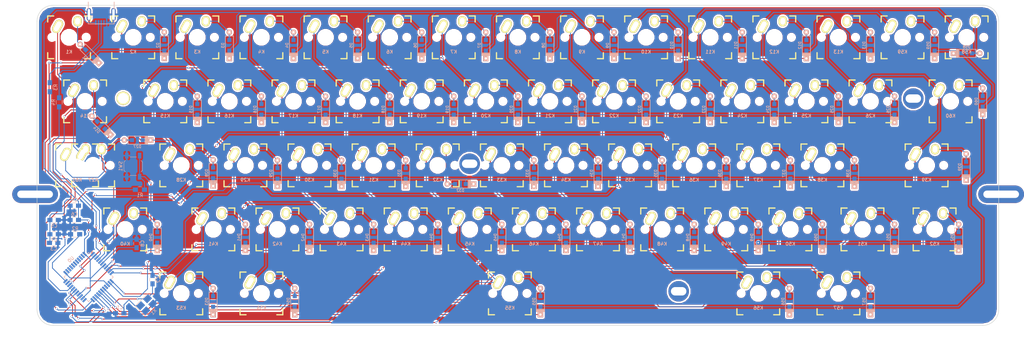
<source format=kicad_pcb>
(kicad_pcb (version 4) (host pcbnew 4.0.5+dfsg1-4)
  (layers (0 F.Cu signal) (31 B.Cu signal) (34 B.Paste user) (35 F.Paste user) (36 B.SilkS user) (37 F.SilkS user) (38 B.Mask user) (39 F.Mask user) (44 Edge.Cuts user))
  (net 0 "")
  (net 1 "Net-(C1-Pad1)")
  (net 2 GND)
  (net 3 "Net-(C2-Pad1)")
  (net 4 VCC)
  (net 5 "Net-(C8-Pad1)")
  (net 6 "Net-(D1-Pad2)")
  (net 7 /Row0)
  (net 8 "Net-(D2-Pad2)")
  (net 9 "Net-(D3-Pad2)")
  (net 10 "Net-(D4-Pad2)")
  (net 11 "Net-(D5-Pad2)")
  (net 12 "Net-(D6-Pad2)")
  (net 13 "Net-(D7-Pad2)")
  (net 14 "Net-(D8-Pad2)")
  (net 15 "Net-(D9-Pad2)")
  (net 16 "Net-(D10-Pad2)")
  (net 17 "Net-(D11-Pad2)")
  (net 18 "Net-(D12-Pad2)")
  (net 19 "Net-(D13-Pad2)")
  (net 20 "Net-(D14-Pad2)")
  (net 21 /Row1)
  (net 22 "Net-(D15-Pad2)")
  (net 23 "Net-(D16-Pad2)")
  (net 24 "Net-(D17-Pad2)")
  (net 25 "Net-(D18-Pad2)")
  (net 26 "Net-(D19-Pad2)")
  (net 27 "Net-(D20-Pad2)")
  (net 28 "Net-(D21-Pad2)")
  (net 29 "Net-(D22-Pad2)")
  (net 30 "Net-(D23-Pad2)")
  (net 31 "Net-(D24-Pad2)")
  (net 32 "Net-(D25-Pad2)")
  (net 33 "Net-(D26-Pad2)")
  (net 34 "Net-(D27-Pad2)")
  (net 35 /Row2)
  (net 36 "Net-(D28-Pad2)")
  (net 37 "Net-(D29-Pad2)")
  (net 38 "Net-(D30-Pad2)")
  (net 39 "Net-(D31-Pad2)")
  (net 40 "Net-(D32-Pad2)")
  (net 41 "Net-(D33-Pad2)")
  (net 42 "Net-(D34-Pad2)")
  (net 43 "Net-(D35-Pad2)")
  (net 44 "Net-(D36-Pad2)")
  (net 45 "Net-(D37-Pad2)")
  (net 46 "Net-(D38-Pad2)")
  (net 47 "Net-(D39-Pad2)")
  (net 48 "Net-(D40-Pad2)")
  (net 49 /Row3)
  (net 50 "Net-(D41-Pad2)")
  (net 51 "Net-(D42-Pad2)")
  (net 52 "Net-(D43-Pad2)")
  (net 53 "Net-(D44-Pad2)")
  (net 54 "Net-(D45-Pad2)")
  (net 55 "Net-(D46-Pad2)")
  (net 56 "Net-(D47-Pad2)")
  (net 57 "Net-(D48-Pad2)")
  (net 58 "Net-(D49-Pad2)")
  (net 59 "Net-(D50-Pad2)")
  (net 60 "Net-(D51-Pad2)")
  (net 61 "Net-(D52-Pad2)")
  (net 62 "Net-(D53-Pad2)")
  (net 63 /Row4)
  (net 64 "Net-(D54-Pad2)")
  (net 65 "Net-(D55-Pad2)")
  (net 66 "Net-(D56-Pad2)")
  (net 67 "Net-(D57-Pad2)")
  (net 68 "Net-(D58-Pad2)")
  (net 69 "Net-(D59-Pad2)")
  (net 70 "Net-(D60-Pad2)")
  (net 71 "Net-(J1-Pad2)")
  (net 72 "Net-(J1-Pad3)")
  (net 73 "Net-(J1-Pad4)")
  (net 74 /Col0)
  (net 75 /Col1)
  (net 76 /Col2)
  (net 77 /Col3)
  (net 78 /Col4)
  (net 79 /Col5)
  (net 80 /Col6)
  (net 81 /Col7)
  (net 82 /Col8)
  (net 83 /Col9)
  (net 84 /Col10)
  (net 85 /Col11)
  (net 86 /Col12)
  (net 87 "Net-(R1-Pad2)")
  (net 88 "Net-(R2-Pad1)")
  (net 89 "Net-(R3-Pad1)")
  (net 90 "Net-(R4-Pad2)")
  (net 91 "Net-(U0-Pad1)")
  (net 92 "Net-(U0-Pad15)")
  (net 93 "Net-(U0-Pad23)")
  (net 94 "Net-(U0-Pad35)")
  (net 95 "Net-(U0-Pad36)")
  (net 96 "Net-(U0-Pad37)")
  (net 97 "Net-(U0-Pad38)")
  (net 98 "Net-(U0-Pad39)")
  (net 99 "Net-(U0-Pad40)")
  (net 100 "Net-(U0-Pad41)")
  (net 101 "Net-(U0-Pad42)")
  (net 102 "Net-(U0-Pad43)")
  (module Fooprints:Mx_Alps_100 (layer F.Cu) (at 323.85 107.15625)
    (fp_text reference K59 (at 0 4.318) (layer B.SilkS) (effects (font (thickness 0.2)) (justify mirror)))
    (fp_text value \ hide)
    (pad HOLE np_thru_hole circle (at 0 0) (size 3.9878 3.9878) (drill 3.9878) (layers *.Cu))
    (pad HOLE np_thru_hole circle (at -5.08 0) (size 1.7018 1.7018) (drill 1.7018) (layers *.Cu))
    (pad HOLE np_thru_hole circle (at 5.08 0) (size 1.7018 1.7018) (drill 1.7018) (layers *.Cu))
    (pad 1 thru_hole oval (at -3.405 -3.27 330.95) (size 2.5 4.17) (drill oval 1.5 3.17) (layers *.Cu *.Mask F.SilkS) (net 85 /Col11))
    (pad 2 thru_hole oval (at 2.52 -4.79 356.1) (size 2.5 3.08) (drill oval 1.5 2.08) (layers *.Cu *.Mask F.SilkS) (net 69 "Net-(D59-Pad2)"))
  )
  (module Housings_QFP:TQFP-44_10x10mm_Pitch0.8mm (layer B.Cu) (at 82 178.5 225)
    (fp_text reference U0 (at 0 7.450001 225) (layer B.SilkS) (effects (justify mirror)))
    (fp_text value ATMEGA32U4)
    (pad 1 smd rect (at -5.7 4 225) (size 1.5 0.55) (layers B.Cu B.Paste B.Mask) (net 91 "Net-(U0-Pad1)"))
    (pad 2 smd rect (at -5.7 3.2 225) (size 1.5 0.55) (layers B.Cu B.Paste B.Mask) (net 4 VCC))
    (pad 3 smd rect (at -5.7 2.4 225) (size 1.5 0.55) (layers B.Cu B.Paste B.Mask) (net 89 "Net-(R3-Pad1)"))
    (pad 4 smd rect (at -5.7 1.6 225) (size 1.5 0.55) (layers B.Cu B.Paste B.Mask) (net 90 "Net-(R4-Pad2)"))
    (pad 5 smd rect (at -5.7 0.8 225) (size 1.5 0.55) (layers B.Cu B.Paste B.Mask) (net 2 GND))
    (pad 6 smd rect (at -5.7 0 225) (size 1.5 0.55) (layers B.Cu B.Paste B.Mask) (net 5 "Net-(C8-Pad1)"))
    (pad 7 smd rect (at -5.7 -0.8 225) (size 1.5 0.55) (layers B.Cu B.Paste B.Mask) (net 4 VCC))
    (pad 8 smd rect (at -5.7 -1.6 225) (size 1.5 0.55) (layers B.Cu B.Paste B.Mask) (net 74 /Col0))
    (pad 9 smd rect (at -5.7 -2.4 225) (size 1.5 0.55) (layers B.Cu B.Paste B.Mask) (net 75 /Col1))
    (pad 10 smd rect (at -5.7 -3.2 225) (size 1.5 0.55) (layers B.Cu B.Paste B.Mask) (net 76 /Col2))
    (pad 11 smd rect (at -5.7 -4 225) (size 1.5 0.55) (layers B.Cu B.Paste B.Mask) (net 77 /Col3))
    (pad 12 smd rect (at -4 -5.7 135) (size 1.5 0.55) (layers B.Cu B.Paste B.Mask) (net 81 /Col7))
    (pad 13 smd rect (at -3.2 -5.7 135) (size 1.5 0.55) (layers B.Cu B.Paste B.Mask) (net 87 "Net-(R1-Pad2)"))
    (pad 14 smd rect (at -2.4 -5.7 135) (size 1.5 0.55) (layers B.Cu B.Paste B.Mask) (net 4 VCC))
    (pad 15 smd rect (at -1.6 -5.7 135) (size 1.5 0.55) (layers B.Cu B.Paste B.Mask) (net 92 "Net-(U0-Pad15)"))
    (pad 16 smd rect (at -0.8 -5.7 135) (size 1.5 0.55) (layers B.Cu B.Paste B.Mask) (net 1 "Net-(C1-Pad1)"))
    (pad 17 smd rect (at 0 -5.7 135) (size 1.5 0.55) (layers B.Cu B.Paste B.Mask) (net 3 "Net-(C2-Pad1)"))
    (pad 18 smd rect (at 0.8 -5.7 135) (size 1.5 0.55) (layers B.Cu B.Paste B.Mask) (net 84 /Col10))
    (pad 19 smd rect (at 1.6 -5.7 135) (size 1.5 0.55) (layers B.Cu B.Paste B.Mask) (net 85 /Col11))
    (pad 20 smd rect (at 2.4 -5.7 135) (size 1.5 0.55) (layers B.Cu B.Paste B.Mask) (net 86 /Col12))
    (pad 21 smd rect (at 3.2 -5.7 135) (size 1.5 0.55) (layers B.Cu B.Paste B.Mask) (net 7 /Row0))
    (pad 22 smd rect (at 4 -5.7 135) (size 1.5 0.55) (layers B.Cu B.Paste B.Mask) (net 35 /Row2))
    (pad 23 smd rect (at 5.7 -4 225) (size 1.5 0.55) (layers B.Cu B.Paste B.Mask) (net 93 "Net-(U0-Pad23)"))
    (pad 24 smd rect (at 5.7 -3.2 225) (size 1.5 0.55) (layers B.Cu B.Paste B.Mask) (net 4 VCC))
    (pad 25 smd rect (at 5.7 -2.4 225) (size 1.5 0.55) (layers B.Cu B.Paste B.Mask) (net 21 /Row1))
    (pad 26 smd rect (at 5.7 -1.6 225) (size 1.5 0.55) (layers B.Cu B.Paste B.Mask) (net 49 /Row3))
    (pad 27 smd rect (at 5.7 -0.8 225) (size 1.5 0.55) (layers B.Cu B.Paste B.Mask) (net 63 /Row4))
    (pad 28 smd rect (at 5.7 0 225) (size 1.5 0.55) (layers B.Cu B.Paste B.Mask) (net 78 /Col4))
    (pad 29 smd rect (at 5.7 0.8 225) (size 1.5 0.55) (layers B.Cu B.Paste B.Mask) (net 79 /Col5))
    (pad 30 smd rect (at 5.7 1.6 225) (size 1.5 0.55) (layers B.Cu B.Paste B.Mask) (net 80 /Col6))
    (pad 31 smd rect (at 5.7 2.4 225) (size 1.5 0.55) (layers B.Cu B.Paste B.Mask) (net 82 /Col8))
    (pad 32 smd rect (at 5.7 3.2 225) (size 1.5 0.55) (layers B.Cu B.Paste B.Mask) (net 83 /Col9))
    (pad 33 smd rect (at 5.7 4 225) (size 1.5 0.55) (layers B.Cu B.Paste B.Mask) (net 88 "Net-(R2-Pad1)"))
    (pad 34 smd rect (at 4 5.7 135) (size 1.5 0.55) (layers B.Cu B.Paste B.Mask) (net 4 VCC))
    (pad 35 smd rect (at 3.2 5.7 135) (size 1.5 0.55) (layers B.Cu B.Paste B.Mask) (net 94 "Net-(U0-Pad35)"))
    (pad 36 smd rect (at 2.4 5.7 135) (size 1.5 0.55) (layers B.Cu B.Paste B.Mask) (net 95 "Net-(U0-Pad36)"))
    (pad 37 smd rect (at 1.6 5.7 135) (size 1.5 0.55) (layers B.Cu B.Paste B.Mask) (net 96 "Net-(U0-Pad37)"))
    (pad 38 smd rect (at 0.8 5.7 135) (size 1.5 0.55) (layers B.Cu B.Paste B.Mask) (net 97 "Net-(U0-Pad38)"))
    (pad 39 smd rect (at 0 5.7 135) (size 1.5 0.55) (layers B.Cu B.Paste B.Mask) (net 98 "Net-(U0-Pad39)"))
    (pad 40 smd rect (at -0.8 5.7 135) (size 1.5 0.55) (layers B.Cu B.Paste B.Mask) (net 99 "Net-(U0-Pad40)"))
    (pad 41 smd rect (at -1.6 5.7 135) (size 1.5 0.55) (layers B.Cu B.Paste B.Mask) (net 100 "Net-(U0-Pad41)"))
    (pad 42 smd rect (at -2.4 5.7 135) (size 1.5 0.55) (layers B.Cu B.Paste B.Mask) (net 101 "Net-(U0-Pad42)"))
    (pad 43 smd rect (at -3.2 5.7 135) (size 1.5 0.55) (layers B.Cu B.Paste B.Mask) (net 102 "Net-(U0-Pad43)"))
    (pad 44 smd rect (at -4 5.7 135) (size 1.5 0.55) (layers B.Cu B.Paste B.Mask) (net 4 VCC))
  )
  (module Capacitors_SMD:C_0805_HandSoldering (layer B.Cu) (at 91.25 189.25 180)
    (fp_text reference C1 (at 0 1.75 180) (layer B.SilkS) (effects (justify mirror)))
    (fp_text value 22p)
    (pad 1 smd rect (at -1.25 0 180) (size 1.5 1.25) (layers B.Cu B.Paste B.Mask) (net 1 "Net-(C1-Pad1)"))
    (pad 2 smd rect (at 1.25 0 180) (size 1.5 1.25) (layers B.Cu B.Paste B.Mask) (net 2 GND))
  )
  (module Capacitors_SMD:C_0805_HandSoldering (layer B.Cu) (at 101 179.25 90)
    (fp_text reference C2 (at 0 1.75 90) (layer B.SilkS) (effects (justify mirror)))
    (fp_text value 22p)
    (pad 1 smd rect (at -1.25 0 90) (size 1.5 1.25) (layers B.Cu B.Paste B.Mask) (net 3 "Net-(C2-Pad1)"))
    (pad 2 smd rect (at 1.25 0 90) (size 1.5 1.25) (layers B.Cu B.Paste B.Mask) (net 2 GND))
  )
  (module Capacitors_SMD:C_0805_HandSoldering (layer B.Cu) (at 71.625 168.325)
    (fp_text reference C3 (at 0 1.75) (layer B.SilkS) (effects (justify mirror)))
    (fp_text value 0.1u)
    (pad 1 smd rect (at -1.25 0) (size 1.5 1.25) (layers B.Cu B.Paste B.Mask) (net 4 VCC))
    (pad 2 smd rect (at 1.25 0) (size 1.5 1.25) (layers B.Cu B.Paste B.Mask) (net 2 GND))
  )
  (module Capacitors_SMD:C_0805_HandSoldering (layer B.Cu) (at 77.75 157.25 180)
    (fp_text reference C4 (at 0 1.75 180) (layer B.SilkS) (effects (justify mirror)))
    (fp_text value 0.1u)
    (pad 1 smd rect (at -1.25 0 180) (size 1.5 1.25) (layers B.Cu B.Paste B.Mask) (net 4 VCC))
    (pad 2 smd rect (at 1.25 0 180) (size 1.5 1.25) (layers B.Cu B.Paste B.Mask) (net 2 GND))
  )
  (module Capacitors_SMD:C_0805_HandSoldering (layer B.Cu) (at 71.75 161.5)
    (fp_text reference C5 (at 0 1.75) (layer B.SilkS) (effects (justify mirror)))
    (fp_text value 0.1u)
    (pad 1 smd rect (at -1.25 0) (size 1.5 1.25) (layers B.Cu B.Paste B.Mask) (net 4 VCC))
    (pad 2 smd rect (at 1.25 0) (size 1.5 1.25) (layers B.Cu B.Paste B.Mask) (net 2 GND))
  )
  (module Capacitors_SMD:C_0805_HandSoldering (layer B.Cu) (at 77.75 161.5 180)
    (fp_text reference C6 (at 0 1.75 180) (layer B.SilkS) (effects (justify mirror)))
    (fp_text value 0.1u)
    (pad 1 smd rect (at -1.25 0 180) (size 1.5 1.25) (layers B.Cu B.Paste B.Mask) (net 4 VCC))
    (pad 2 smd rect (at 1.25 0 180) (size 1.5 1.25) (layers B.Cu B.Paste B.Mask) (net 2 GND))
  )
  (module Capacitors_SMD:C_0805_HandSoldering (layer B.Cu) (at 71.75 165.75)
    (fp_text reference C7 (at 0 1.75) (layer B.SilkS) (effects (justify mirror)))
    (fp_text value 4.7u)
    (pad 1 smd rect (at -1.25 0) (size 1.5 1.25) (layers B.Cu B.Paste B.Mask) (net 4 VCC))
    (pad 2 smd rect (at 1.25 0) (size 1.5 1.25) (layers B.Cu B.Paste B.Mask) (net 2 GND))
  )
  (module Capacitors_SMD:C_0805_HandSoldering (layer B.Cu) (at 96.25 168.5 90)
    (fp_text reference C8 (at 0 1.75 90) (layer B.SilkS) (effects (justify mirror)))
    (fp_text value 1u)
    (pad 1 smd rect (at -1.25 0 90) (size 1.5 1.25) (layers B.Cu B.Paste B.Mask) (net 5 "Net-(C8-Pad1)"))
    (pad 2 smd rect (at 1.25 0 90) (size 1.5 1.25) (layers B.Cu B.Paste B.Mask) (net 2 GND))
  )
  (module Fooprints:D_SOD123_axial (layer B.Cu) (at 82.25 112 135)
    (fp_text reference D1 (at 0 -1.925 135) (layer B.SilkS) (effects (font (size 0.8 0.8)) (justify mirror)))
    (fp_text value D hide)
    (pad 2 smd rect (at 1.575 0 135) (size 1.2 1.2) (layers B.Cu B.Paste B.Mask) (net 6 "Net-(D1-Pad2)"))
    (pad 1 smd rect (at -1.575 0 135) (size 1.2 1.2) (layers B.Cu B.Paste B.Mask) (net 7 /Row0))
    (pad 1 thru_hole rect (at -3.9 0 135) (size 1.6 1.6) (drill 0.7) (layers *.Cu *.Mask B.SilkS) (net 7 /Row0))
    (pad 2 thru_hole circle (at 3.9 0 135) (size 1.6 1.6) (drill 0.7) (layers *.Cu *.Mask B.SilkS) (net 6 "Net-(D1-Pad2)"))
    (pad 1 smd rect (at -2.7 0 135) (size 2.5 0.5) (layers B.Cu) (net 7 /Row0))
    (pad 2 smd rect (at 2.7 0 135) (size 2.5 0.5) (layers B.Cu) (net 6 "Net-(D1-Pad2)"))
  )
  (module Fooprints:D_SOD123_axial (layer B.Cu) (at 104.5 109.5 90)
    (fp_text reference D2 (at 0 -1.925 90) (layer B.SilkS) (effects (font (size 0.8 0.8)) (justify mirror)))
    (fp_text value D hide)
    (pad 2 smd rect (at 1.575 0 90) (size 1.2 1.2) (layers B.Cu B.Paste B.Mask) (net 8 "Net-(D2-Pad2)"))
    (pad 1 smd rect (at -1.575 0 90) (size 1.2 1.2) (layers B.Cu B.Paste B.Mask) (net 7 /Row0))
    (pad 1 thru_hole rect (at -3.9 0 90) (size 1.6 1.6) (drill 0.7) (layers *.Cu *.Mask B.SilkS) (net 7 /Row0))
    (pad 2 thru_hole circle (at 3.9 0 90) (size 1.6 1.6) (drill 0.7) (layers *.Cu *.Mask B.SilkS) (net 8 "Net-(D2-Pad2)"))
    (pad 1 smd rect (at -2.7 0 90) (size 2.5 0.5) (layers B.Cu) (net 7 /Row0))
    (pad 2 smd rect (at 2.7 0 90) (size 2.5 0.5) (layers B.Cu) (net 8 "Net-(D2-Pad2)"))
  )
  (module Fooprints:D_SOD123_axial (layer B.Cu) (at 123.825 109.5375 90)
    (fp_text reference D3 (at 0 -1.925 90) (layer B.SilkS) (effects (font (size 0.8 0.8)) (justify mirror)))
    (fp_text value D hide)
    (pad 2 smd rect (at 1.575 0 90) (size 1.2 1.2) (layers B.Cu B.Paste B.Mask) (net 9 "Net-(D3-Pad2)"))
    (pad 1 smd rect (at -1.575 0 90) (size 1.2 1.2) (layers B.Cu B.Paste B.Mask) (net 7 /Row0))
    (pad 1 thru_hole rect (at -3.9 0 90) (size 1.6 1.6) (drill 0.7) (layers *.Cu *.Mask B.SilkS) (net 7 /Row0))
    (pad 2 thru_hole circle (at 3.9 0 90) (size 1.6 1.6) (drill 0.7) (layers *.Cu *.Mask B.SilkS) (net 9 "Net-(D3-Pad2)"))
    (pad 1 smd rect (at -2.7 0 90) (size 2.5 0.5) (layers B.Cu) (net 7 /Row0))
    (pad 2 smd rect (at 2.7 0 90) (size 2.5 0.5) (layers B.Cu) (net 9 "Net-(D3-Pad2)"))
  )
  (module Fooprints:D_SOD123_axial (layer B.Cu) (at 142.875 109.5375 90)
    (fp_text reference D4 (at 0 -1.925 90) (layer B.SilkS) (effects (font (size 0.8 0.8)) (justify mirror)))
    (fp_text value D hide)
    (pad 2 smd rect (at 1.575 0 90) (size 1.2 1.2) (layers B.Cu B.Paste B.Mask) (net 10 "Net-(D4-Pad2)"))
    (pad 1 smd rect (at -1.575 0 90) (size 1.2 1.2) (layers B.Cu B.Paste B.Mask) (net 7 /Row0))
    (pad 1 thru_hole rect (at -3.9 0 90) (size 1.6 1.6) (drill 0.7) (layers *.Cu *.Mask B.SilkS) (net 7 /Row0))
    (pad 2 thru_hole circle (at 3.9 0 90) (size 1.6 1.6) (drill 0.7) (layers *.Cu *.Mask B.SilkS) (net 10 "Net-(D4-Pad2)"))
    (pad 1 smd rect (at -2.7 0 90) (size 2.5 0.5) (layers B.Cu) (net 7 /Row0))
    (pad 2 smd rect (at 2.7 0 90) (size 2.5 0.5) (layers B.Cu) (net 10 "Net-(D4-Pad2)"))
  )
  (module Fooprints:D_SOD123_axial (layer B.Cu) (at 161.925 109.5375 90)
    (fp_text reference D5 (at 0 -1.925 90) (layer B.SilkS) (effects (font (size 0.8 0.8)) (justify mirror)))
    (fp_text value D hide)
    (pad 2 smd rect (at 1.575 0 90) (size 1.2 1.2) (layers B.Cu B.Paste B.Mask) (net 11 "Net-(D5-Pad2)"))
    (pad 1 smd rect (at -1.575 0 90) (size 1.2 1.2) (layers B.Cu B.Paste B.Mask) (net 7 /Row0))
    (pad 1 thru_hole rect (at -3.9 0 90) (size 1.6 1.6) (drill 0.7) (layers *.Cu *.Mask B.SilkS) (net 7 /Row0))
    (pad 2 thru_hole circle (at 3.9 0 90) (size 1.6 1.6) (drill 0.7) (layers *.Cu *.Mask B.SilkS) (net 11 "Net-(D5-Pad2)"))
    (pad 1 smd rect (at -2.7 0 90) (size 2.5 0.5) (layers B.Cu) (net 7 /Row0))
    (pad 2 smd rect (at 2.7 0 90) (size 2.5 0.5) (layers B.Cu) (net 11 "Net-(D5-Pad2)"))
  )
  (module Fooprints:D_SOD123_axial (layer B.Cu) (at 180.975 109.5375 90)
    (fp_text reference D6 (at 0 -1.925 90) (layer B.SilkS) (effects (font (size 0.8 0.8)) (justify mirror)))
    (fp_text value D hide)
    (pad 2 smd rect (at 1.575 0 90) (size 1.2 1.2) (layers B.Cu B.Paste B.Mask) (net 12 "Net-(D6-Pad2)"))
    (pad 1 smd rect (at -1.575 0 90) (size 1.2 1.2) (layers B.Cu B.Paste B.Mask) (net 7 /Row0))
    (pad 1 thru_hole rect (at -3.9 0 90) (size 1.6 1.6) (drill 0.7) (layers *.Cu *.Mask B.SilkS) (net 7 /Row0))
    (pad 2 thru_hole circle (at 3.9 0 90) (size 1.6 1.6) (drill 0.7) (layers *.Cu *.Mask B.SilkS) (net 12 "Net-(D6-Pad2)"))
    (pad 1 smd rect (at -2.7 0 90) (size 2.5 0.5) (layers B.Cu) (net 7 /Row0))
    (pad 2 smd rect (at 2.7 0 90) (size 2.5 0.5) (layers B.Cu) (net 12 "Net-(D6-Pad2)"))
  )
  (module Fooprints:D_SOD123_axial (layer B.Cu) (at 200.025 109.5375 90)
    (fp_text reference D7 (at 0 -1.925 90) (layer B.SilkS) (effects (font (size 0.8 0.8)) (justify mirror)))
    (fp_text value D hide)
    (pad 2 smd rect (at 1.575 0 90) (size 1.2 1.2) (layers B.Cu B.Paste B.Mask) (net 13 "Net-(D7-Pad2)"))
    (pad 1 smd rect (at -1.575 0 90) (size 1.2 1.2) (layers B.Cu B.Paste B.Mask) (net 7 /Row0))
    (pad 1 thru_hole rect (at -3.9 0 90) (size 1.6 1.6) (drill 0.7) (layers *.Cu *.Mask B.SilkS) (net 7 /Row0))
    (pad 2 thru_hole circle (at 3.9 0 90) (size 1.6 1.6) (drill 0.7) (layers *.Cu *.Mask B.SilkS) (net 13 "Net-(D7-Pad2)"))
    (pad 1 smd rect (at -2.7 0 90) (size 2.5 0.5) (layers B.Cu) (net 7 /Row0))
    (pad 2 smd rect (at 2.7 0 90) (size 2.5 0.5) (layers B.Cu) (net 13 "Net-(D7-Pad2)"))
  )
  (module Fooprints:D_SOD123_axial (layer B.Cu) (at 219.075 109.5375 90)
    (fp_text reference D8 (at 0 -1.925 90) (layer B.SilkS) (effects (font (size 0.8 0.8)) (justify mirror)))
    (fp_text value D hide)
    (pad 2 smd rect (at 1.575 0 90) (size 1.2 1.2) (layers B.Cu B.Paste B.Mask) (net 14 "Net-(D8-Pad2)"))
    (pad 1 smd rect (at -1.575 0 90) (size 1.2 1.2) (layers B.Cu B.Paste B.Mask) (net 7 /Row0))
    (pad 1 thru_hole rect (at -3.9 0 90) (size 1.6 1.6) (drill 0.7) (layers *.Cu *.Mask B.SilkS) (net 7 /Row0))
    (pad 2 thru_hole circle (at 3.9 0 90) (size 1.6 1.6) (drill 0.7) (layers *.Cu *.Mask B.SilkS) (net 14 "Net-(D8-Pad2)"))
    (pad 1 smd rect (at -2.7 0 90) (size 2.5 0.5) (layers B.Cu) (net 7 /Row0))
    (pad 2 smd rect (at 2.7 0 90) (size 2.5 0.5) (layers B.Cu) (net 14 "Net-(D8-Pad2)"))
  )
  (module Fooprints:D_SOD123_axial (layer B.Cu) (at 238.125 109.5375 90)
    (fp_text reference D9 (at 0 -1.925 90) (layer B.SilkS) (effects (font (size 0.8 0.8)) (justify mirror)))
    (fp_text value D hide)
    (pad 2 smd rect (at 1.575 0 90) (size 1.2 1.2) (layers B.Cu B.Paste B.Mask) (net 15 "Net-(D9-Pad2)"))
    (pad 1 smd rect (at -1.575 0 90) (size 1.2 1.2) (layers B.Cu B.Paste B.Mask) (net 7 /Row0))
    (pad 1 thru_hole rect (at -3.9 0 90) (size 1.6 1.6) (drill 0.7) (layers *.Cu *.Mask B.SilkS) (net 7 /Row0))
    (pad 2 thru_hole circle (at 3.9 0 90) (size 1.6 1.6) (drill 0.7) (layers *.Cu *.Mask B.SilkS) (net 15 "Net-(D9-Pad2)"))
    (pad 1 smd rect (at -2.7 0 90) (size 2.5 0.5) (layers B.Cu) (net 7 /Row0))
    (pad 2 smd rect (at 2.7 0 90) (size 2.5 0.5) (layers B.Cu) (net 15 "Net-(D9-Pad2)"))
  )
  (module Fooprints:D_SOD123_axial (layer B.Cu) (at 257.175 109.5375 90)
    (fp_text reference D10 (at 0 -1.925 90) (layer B.SilkS) (effects (font (size 0.8 0.8)) (justify mirror)))
    (fp_text value D hide)
    (pad 2 smd rect (at 1.575 0 90) (size 1.2 1.2) (layers B.Cu B.Paste B.Mask) (net 16 "Net-(D10-Pad2)"))
    (pad 1 smd rect (at -1.575 0 90) (size 1.2 1.2) (layers B.Cu B.Paste B.Mask) (net 7 /Row0))
    (pad 1 thru_hole rect (at -3.9 0 90) (size 1.6 1.6) (drill 0.7) (layers *.Cu *.Mask B.SilkS) (net 7 /Row0))
    (pad 2 thru_hole circle (at 3.9 0 90) (size 1.6 1.6) (drill 0.7) (layers *.Cu *.Mask B.SilkS) (net 16 "Net-(D10-Pad2)"))
    (pad 1 smd rect (at -2.7 0 90) (size 2.5 0.5) (layers B.Cu) (net 7 /Row0))
    (pad 2 smd rect (at 2.7 0 90) (size 2.5 0.5) (layers B.Cu) (net 16 "Net-(D10-Pad2)"))
  )
  (module Fooprints:D_SOD123_axial (layer B.Cu) (at 276.225 109.5375 90)
    (fp_text reference D11 (at 0 -1.925 90) (layer B.SilkS) (effects (font (size 0.8 0.8)) (justify mirror)))
    (fp_text value D hide)
    (pad 2 smd rect (at 1.575 0 90) (size 1.2 1.2) (layers B.Cu B.Paste B.Mask) (net 17 "Net-(D11-Pad2)"))
    (pad 1 smd rect (at -1.575 0 90) (size 1.2 1.2) (layers B.Cu B.Paste B.Mask) (net 7 /Row0))
    (pad 1 thru_hole rect (at -3.9 0 90) (size 1.6 1.6) (drill 0.7) (layers *.Cu *.Mask B.SilkS) (net 7 /Row0))
    (pad 2 thru_hole circle (at 3.9 0 90) (size 1.6 1.6) (drill 0.7) (layers *.Cu *.Mask B.SilkS) (net 17 "Net-(D11-Pad2)"))
    (pad 1 smd rect (at -2.7 0 90) (size 2.5 0.5) (layers B.Cu) (net 7 /Row0))
    (pad 2 smd rect (at 2.7 0 90) (size 2.5 0.5) (layers B.Cu) (net 17 "Net-(D11-Pad2)"))
  )
  (module Fooprints:D_SOD123_axial (layer B.Cu) (at 295.275 109.5375 90)
    (fp_text reference D12 (at 0 -1.925 90) (layer B.SilkS) (effects (font (size 0.8 0.8)) (justify mirror)))
    (fp_text value D hide)
    (pad 2 smd rect (at 1.575 0 90) (size 1.2 1.2) (layers B.Cu B.Paste B.Mask) (net 18 "Net-(D12-Pad2)"))
    (pad 1 smd rect (at -1.575 0 90) (size 1.2 1.2) (layers B.Cu B.Paste B.Mask) (net 7 /Row0))
    (pad 1 thru_hole rect (at -3.9 0 90) (size 1.6 1.6) (drill 0.7) (layers *.Cu *.Mask B.SilkS) (net 7 /Row0))
    (pad 2 thru_hole circle (at 3.9 0 90) (size 1.6 1.6) (drill 0.7) (layers *.Cu *.Mask B.SilkS) (net 18 "Net-(D12-Pad2)"))
    (pad 1 smd rect (at -2.7 0 90) (size 2.5 0.5) (layers B.Cu) (net 7 /Row0))
    (pad 2 smd rect (at 2.7 0 90) (size 2.5 0.5) (layers B.Cu) (net 18 "Net-(D12-Pad2)"))
  )
  (module Fooprints:D_SOD123_axial (layer B.Cu) (at 314.325 109.5375 90)
    (fp_text reference D13 (at 0 -1.925 90) (layer B.SilkS) (effects (font (size 0.8 0.8)) (justify mirror)))
    (fp_text value D hide)
    (pad 2 smd rect (at 1.575 0 90) (size 1.2 1.2) (layers B.Cu B.Paste B.Mask) (net 19 "Net-(D13-Pad2)"))
    (pad 1 smd rect (at -1.575 0 90) (size 1.2 1.2) (layers B.Cu B.Paste B.Mask) (net 7 /Row0))
    (pad 1 thru_hole rect (at -3.9 0 90) (size 1.6 1.6) (drill 0.7) (layers *.Cu *.Mask B.SilkS) (net 7 /Row0))
    (pad 2 thru_hole circle (at 3.9 0 90) (size 1.6 1.6) (drill 0.7) (layers *.Cu *.Mask B.SilkS) (net 19 "Net-(D13-Pad2)"))
    (pad 1 smd rect (at -2.7 0 90) (size 2.5 0.5) (layers B.Cu) (net 7 /Row0))
    (pad 2 smd rect (at 2.7 0 90) (size 2.5 0.5) (layers B.Cu) (net 19 "Net-(D13-Pad2)"))
  )
  (module Fooprints:D_SOD123_axial (layer B.Cu) (at 85.725 133.35 135)
    (fp_text reference D14 (at 0 -1.925001 135) (layer B.SilkS) (effects (font (size 0.8 0.8)) (justify mirror)))
    (fp_text value D hide)
    (pad 2 smd rect (at 1.575 0 135) (size 1.2 1.2) (layers B.Cu B.Paste B.Mask) (net 20 "Net-(D14-Pad2)"))
    (pad 1 smd rect (at -1.575 0 135) (size 1.2 1.2) (layers B.Cu B.Paste B.Mask) (net 21 /Row1))
    (pad 1 thru_hole rect (at -3.9 0 135) (size 1.6 1.6) (drill 0.7) (layers *.Cu *.Mask B.SilkS) (net 21 /Row1))
    (pad 2 thru_hole circle (at 3.9 0 135) (size 1.6 1.6) (drill 0.7) (layers *.Cu *.Mask B.SilkS) (net 20 "Net-(D14-Pad2)"))
    (pad 1 smd rect (at -2.7 0 135) (size 2.5 0.5) (layers B.Cu) (net 21 /Row1))
    (pad 2 smd rect (at 2.7 0 135) (size 2.5 0.5) (layers B.Cu) (net 20 "Net-(D14-Pad2)"))
  )
  (module Fooprints:D_SOD123_axial (layer B.Cu) (at 114.3 128.5875 90)
    (fp_text reference D15 (at 0 -1.925 90) (layer B.SilkS) (effects (font (size 0.8 0.8)) (justify mirror)))
    (fp_text value D hide)
    (pad 2 smd rect (at 1.575 0 90) (size 1.2 1.2) (layers B.Cu B.Paste B.Mask) (net 22 "Net-(D15-Pad2)"))
    (pad 1 smd rect (at -1.575 0 90) (size 1.2 1.2) (layers B.Cu B.Paste B.Mask) (net 21 /Row1))
    (pad 1 thru_hole rect (at -3.9 0 90) (size 1.6 1.6) (drill 0.7) (layers *.Cu *.Mask B.SilkS) (net 21 /Row1))
    (pad 2 thru_hole circle (at 3.9 0 90) (size 1.6 1.6) (drill 0.7) (layers *.Cu *.Mask B.SilkS) (net 22 "Net-(D15-Pad2)"))
    (pad 1 smd rect (at -2.7 0 90) (size 2.5 0.5) (layers B.Cu) (net 21 /Row1))
    (pad 2 smd rect (at 2.7 0 90) (size 2.5 0.5) (layers B.Cu) (net 22 "Net-(D15-Pad2)"))
  )
  (module Fooprints:D_SOD123_axial (layer B.Cu) (at 133.35 128.5875 90)
    (fp_text reference D16 (at 0 -1.925 90) (layer B.SilkS) (effects (font (size 0.8 0.8)) (justify mirror)))
    (fp_text value D hide)
    (pad 2 smd rect (at 1.575 0 90) (size 1.2 1.2) (layers B.Cu B.Paste B.Mask) (net 23 "Net-(D16-Pad2)"))
    (pad 1 smd rect (at -1.575 0 90) (size 1.2 1.2) (layers B.Cu B.Paste B.Mask) (net 21 /Row1))
    (pad 1 thru_hole rect (at -3.9 0 90) (size 1.6 1.6) (drill 0.7) (layers *.Cu *.Mask B.SilkS) (net 21 /Row1))
    (pad 2 thru_hole circle (at 3.9 0 90) (size 1.6 1.6) (drill 0.7) (layers *.Cu *.Mask B.SilkS) (net 23 "Net-(D16-Pad2)"))
    (pad 1 smd rect (at -2.7 0 90) (size 2.5 0.5) (layers B.Cu) (net 21 /Row1))
    (pad 2 smd rect (at 2.7 0 90) (size 2.5 0.5) (layers B.Cu) (net 23 "Net-(D16-Pad2)"))
  )
  (module Fooprints:D_SOD123_axial (layer B.Cu) (at 152.4 128.5875 90)
    (fp_text reference D17 (at 0 -1.925 90) (layer B.SilkS) (effects (font (size 0.8 0.8)) (justify mirror)))
    (fp_text value D hide)
    (pad 2 smd rect (at 1.575 0 90) (size 1.2 1.2) (layers B.Cu B.Paste B.Mask) (net 24 "Net-(D17-Pad2)"))
    (pad 1 smd rect (at -1.575 0 90) (size 1.2 1.2) (layers B.Cu B.Paste B.Mask) (net 21 /Row1))
    (pad 1 thru_hole rect (at -3.9 0 90) (size 1.6 1.6) (drill 0.7) (layers *.Cu *.Mask B.SilkS) (net 21 /Row1))
    (pad 2 thru_hole circle (at 3.9 0 90) (size 1.6 1.6) (drill 0.7) (layers *.Cu *.Mask B.SilkS) (net 24 "Net-(D17-Pad2)"))
    (pad 1 smd rect (at -2.7 0 90) (size 2.5 0.5) (layers B.Cu) (net 21 /Row1))
    (pad 2 smd rect (at 2.7 0 90) (size 2.5 0.5) (layers B.Cu) (net 24 "Net-(D17-Pad2)"))
  )
  (module Fooprints:D_SOD123_axial (layer B.Cu) (at 171.45 128.5875 90)
    (fp_text reference D18 (at 0 -1.925 90) (layer B.SilkS) (effects (font (size 0.8 0.8)) (justify mirror)))
    (fp_text value D hide)
    (pad 2 smd rect (at 1.575 0 90) (size 1.2 1.2) (layers B.Cu B.Paste B.Mask) (net 25 "Net-(D18-Pad2)"))
    (pad 1 smd rect (at -1.575 0 90) (size 1.2 1.2) (layers B.Cu B.Paste B.Mask) (net 21 /Row1))
    (pad 1 thru_hole rect (at -3.9 0 90) (size 1.6 1.6) (drill 0.7) (layers *.Cu *.Mask B.SilkS) (net 21 /Row1))
    (pad 2 thru_hole circle (at 3.9 0 90) (size 1.6 1.6) (drill 0.7) (layers *.Cu *.Mask B.SilkS) (net 25 "Net-(D18-Pad2)"))
    (pad 1 smd rect (at -2.7 0 90) (size 2.5 0.5) (layers B.Cu) (net 21 /Row1))
    (pad 2 smd rect (at 2.7 0 90) (size 2.5 0.5) (layers B.Cu) (net 25 "Net-(D18-Pad2)"))
  )
  (module Fooprints:D_SOD123_axial (layer B.Cu) (at 190.5 128.5875 90)
    (fp_text reference D19 (at 0 -1.925 90) (layer B.SilkS) (effects (font (size 0.8 0.8)) (justify mirror)))
    (fp_text value D hide)
    (pad 2 smd rect (at 1.575 0 90) (size 1.2 1.2) (layers B.Cu B.Paste B.Mask) (net 26 "Net-(D19-Pad2)"))
    (pad 1 smd rect (at -1.575 0 90) (size 1.2 1.2) (layers B.Cu B.Paste B.Mask) (net 21 /Row1))
    (pad 1 thru_hole rect (at -3.9 0 90) (size 1.6 1.6) (drill 0.7) (layers *.Cu *.Mask B.SilkS) (net 21 /Row1))
    (pad 2 thru_hole circle (at 3.9 0 90) (size 1.6 1.6) (drill 0.7) (layers *.Cu *.Mask B.SilkS) (net 26 "Net-(D19-Pad2)"))
    (pad 1 smd rect (at -2.7 0 90) (size 2.5 0.5) (layers B.Cu) (net 21 /Row1))
    (pad 2 smd rect (at 2.7 0 90) (size 2.5 0.5) (layers B.Cu) (net 26 "Net-(D19-Pad2)"))
  )
  (module Fooprints:D_SOD123_axial (layer B.Cu) (at 209.55 128.5875 90)
    (fp_text reference D20 (at 0 -1.925 90) (layer B.SilkS) (effects (font (size 0.8 0.8)) (justify mirror)))
    (fp_text value D hide)
    (pad 2 smd rect (at 1.575 0 90) (size 1.2 1.2) (layers B.Cu B.Paste B.Mask) (net 27 "Net-(D20-Pad2)"))
    (pad 1 smd rect (at -1.575 0 90) (size 1.2 1.2) (layers B.Cu B.Paste B.Mask) (net 21 /Row1))
    (pad 1 thru_hole rect (at -3.9 0 90) (size 1.6 1.6) (drill 0.7) (layers *.Cu *.Mask B.SilkS) (net 21 /Row1))
    (pad 2 thru_hole circle (at 3.9 0 90) (size 1.6 1.6) (drill 0.7) (layers *.Cu *.Mask B.SilkS) (net 27 "Net-(D20-Pad2)"))
    (pad 1 smd rect (at -2.7 0 90) (size 2.5 0.5) (layers B.Cu) (net 21 /Row1))
    (pad 2 smd rect (at 2.7 0 90) (size 2.5 0.5) (layers B.Cu) (net 27 "Net-(D20-Pad2)"))
  )
  (module Fooprints:D_SOD123_axial (layer B.Cu) (at 228.6 128.5875 90)
    (fp_text reference D21 (at 0 -1.925 90) (layer B.SilkS) (effects (font (size 0.8 0.8)) (justify mirror)))
    (fp_text value D hide)
    (pad 2 smd rect (at 1.575 0 90) (size 1.2 1.2) (layers B.Cu B.Paste B.Mask) (net 28 "Net-(D21-Pad2)"))
    (pad 1 smd rect (at -1.575 0 90) (size 1.2 1.2) (layers B.Cu B.Paste B.Mask) (net 21 /Row1))
    (pad 1 thru_hole rect (at -3.9 0 90) (size 1.6 1.6) (drill 0.7) (layers *.Cu *.Mask B.SilkS) (net 21 /Row1))
    (pad 2 thru_hole circle (at 3.9 0 90) (size 1.6 1.6) (drill 0.7) (layers *.Cu *.Mask B.SilkS) (net 28 "Net-(D21-Pad2)"))
    (pad 1 smd rect (at -2.7 0 90) (size 2.5 0.5) (layers B.Cu) (net 21 /Row1))
    (pad 2 smd rect (at 2.7 0 90) (size 2.5 0.5) (layers B.Cu) (net 28 "Net-(D21-Pad2)"))
  )
  (module Fooprints:D_SOD123_axial (layer B.Cu) (at 247.65 128.5875 90)
    (fp_text reference D22 (at 0 -1.925 90) (layer B.SilkS) (effects (font (size 0.8 0.8)) (justify mirror)))
    (fp_text value D hide)
    (pad 2 smd rect (at 1.575 0 90) (size 1.2 1.2) (layers B.Cu B.Paste B.Mask) (net 29 "Net-(D22-Pad2)"))
    (pad 1 smd rect (at -1.575 0 90) (size 1.2 1.2) (layers B.Cu B.Paste B.Mask) (net 21 /Row1))
    (pad 1 thru_hole rect (at -3.9 0 90) (size 1.6 1.6) (drill 0.7) (layers *.Cu *.Mask B.SilkS) (net 21 /Row1))
    (pad 2 thru_hole circle (at 3.9 0 90) (size 1.6 1.6) (drill 0.7) (layers *.Cu *.Mask B.SilkS) (net 29 "Net-(D22-Pad2)"))
    (pad 1 smd rect (at -2.7 0 90) (size 2.5 0.5) (layers B.Cu) (net 21 /Row1))
    (pad 2 smd rect (at 2.7 0 90) (size 2.5 0.5) (layers B.Cu) (net 29 "Net-(D22-Pad2)"))
  )
  (module Fooprints:D_SOD123_axial (layer B.Cu) (at 266.7 128.5875 90)
    (fp_text reference D23 (at 0 -1.925 90) (layer B.SilkS) (effects (font (size 0.8 0.8)) (justify mirror)))
    (fp_text value D hide)
    (pad 2 smd rect (at 1.575 0 90) (size 1.2 1.2) (layers B.Cu B.Paste B.Mask) (net 30 "Net-(D23-Pad2)"))
    (pad 1 smd rect (at -1.575 0 90) (size 1.2 1.2) (layers B.Cu B.Paste B.Mask) (net 21 /Row1))
    (pad 1 thru_hole rect (at -3.9 0 90) (size 1.6 1.6) (drill 0.7) (layers *.Cu *.Mask B.SilkS) (net 21 /Row1))
    (pad 2 thru_hole circle (at 3.9 0 90) (size 1.6 1.6) (drill 0.7) (layers *.Cu *.Mask B.SilkS) (net 30 "Net-(D23-Pad2)"))
    (pad 1 smd rect (at -2.7 0 90) (size 2.5 0.5) (layers B.Cu) (net 21 /Row1))
    (pad 2 smd rect (at 2.7 0 90) (size 2.5 0.5) (layers B.Cu) (net 30 "Net-(D23-Pad2)"))
  )
  (module Fooprints:D_SOD123_axial (layer B.Cu) (at 285.75 128.5875 90)
    (fp_text reference D24 (at 0 -1.925 90) (layer B.SilkS) (effects (font (size 0.8 0.8)) (justify mirror)))
    (fp_text value D hide)
    (pad 2 smd rect (at 1.575 0 90) (size 1.2 1.2) (layers B.Cu B.Paste B.Mask) (net 31 "Net-(D24-Pad2)"))
    (pad 1 smd rect (at -1.575 0 90) (size 1.2 1.2) (layers B.Cu B.Paste B.Mask) (net 21 /Row1))
    (pad 1 thru_hole rect (at -3.9 0 90) (size 1.6 1.6) (drill 0.7) (layers *.Cu *.Mask B.SilkS) (net 21 /Row1))
    (pad 2 thru_hole circle (at 3.9 0 90) (size 1.6 1.6) (drill 0.7) (layers *.Cu *.Mask B.SilkS) (net 31 "Net-(D24-Pad2)"))
    (pad 1 smd rect (at -2.7 0 90) (size 2.5 0.5) (layers B.Cu) (net 21 /Row1))
    (pad 2 smd rect (at 2.7 0 90) (size 2.5 0.5) (layers B.Cu) (net 31 "Net-(D24-Pad2)"))
  )
  (module Fooprints:D_SOD123_axial (layer B.Cu) (at 304.8 128.5875 90)
    (fp_text reference D25 (at 0 -1.925 90) (layer B.SilkS) (effects (font (size 0.8 0.8)) (justify mirror)))
    (fp_text value D hide)
    (pad 2 smd rect (at 1.575 0 90) (size 1.2 1.2) (layers B.Cu B.Paste B.Mask) (net 32 "Net-(D25-Pad2)"))
    (pad 1 smd rect (at -1.575 0 90) (size 1.2 1.2) (layers B.Cu B.Paste B.Mask) (net 21 /Row1))
    (pad 1 thru_hole rect (at -3.9 0 90) (size 1.6 1.6) (drill 0.7) (layers *.Cu *.Mask B.SilkS) (net 21 /Row1))
    (pad 2 thru_hole circle (at 3.9 0 90) (size 1.6 1.6) (drill 0.7) (layers *.Cu *.Mask B.SilkS) (net 32 "Net-(D25-Pad2)"))
    (pad 1 smd rect (at -2.7 0 90) (size 2.5 0.5) (layers B.Cu) (net 21 /Row1))
    (pad 2 smd rect (at 2.7 0 90) (size 2.5 0.5) (layers B.Cu) (net 32 "Net-(D25-Pad2)"))
  )
  (module Fooprints:D_SOD123_axial (layer B.Cu) (at 321.46875 128.5875 90)
    (fp_text reference D26 (at 0 -1.925 90) (layer B.SilkS) (effects (font (size 0.8 0.8)) (justify mirror)))
    (fp_text value D hide)
    (pad 2 smd rect (at 1.575 0 90) (size 1.2 1.2) (layers B.Cu B.Paste B.Mask) (net 33 "Net-(D26-Pad2)"))
    (pad 1 smd rect (at -1.575 0 90) (size 1.2 1.2) (layers B.Cu B.Paste B.Mask) (net 21 /Row1))
    (pad 1 thru_hole rect (at -3.9 0 90) (size 1.6 1.6) (drill 0.7) (layers *.Cu *.Mask B.SilkS) (net 21 /Row1))
    (pad 2 thru_hole circle (at 3.9 0 90) (size 1.6 1.6) (drill 0.7) (layers *.Cu *.Mask B.SilkS) (net 33 "Net-(D26-Pad2)"))
    (pad 1 smd rect (at -2.7 0 90) (size 2.5 0.5) (layers B.Cu) (net 21 /Row1))
    (pad 2 smd rect (at 2.7 0 90) (size 2.5 0.5) (layers B.Cu) (net 33 "Net-(D26-Pad2)"))
  )
  (module Fooprints:D_SOD123_axial (layer B.Cu) (at 96.5 137.75 180)
    (fp_text reference D27 (at 0 -1.925 180) (layer B.SilkS) (effects (font (size 0.8 0.8)) (justify mirror)))
    (fp_text value D hide)
    (pad 2 smd rect (at 1.575 0 180) (size 1.2 1.2) (layers B.Cu B.Paste B.Mask) (net 34 "Net-(D27-Pad2)"))
    (pad 1 smd rect (at -1.575 0 180) (size 1.2 1.2) (layers B.Cu B.Paste B.Mask) (net 35 /Row2))
    (pad 1 thru_hole rect (at -3.9 0 180) (size 1.6 1.6) (drill 0.7) (layers *.Cu *.Mask B.SilkS) (net 35 /Row2))
    (pad 2 thru_hole circle (at 3.9 0 180) (size 1.6 1.6) (drill 0.7) (layers *.Cu *.Mask B.SilkS) (net 34 "Net-(D27-Pad2)"))
    (pad 1 smd rect (at -2.7 0 180) (size 2.5 0.5) (layers B.Cu) (net 35 /Row2))
    (pad 2 smd rect (at 2.7 0 180) (size 2.5 0.5) (layers B.Cu) (net 34 "Net-(D27-Pad2)"))
  )
  (module Fooprints:D_SOD123_axial (layer B.Cu) (at 119 147.5 90)
    (fp_text reference D28 (at 0 -1.925 90) (layer B.SilkS) (effects (font (size 0.8 0.8)) (justify mirror)))
    (fp_text value D hide)
    (pad 2 smd rect (at 1.575 0 90) (size 1.2 1.2) (layers B.Cu B.Paste B.Mask) (net 36 "Net-(D28-Pad2)"))
    (pad 1 smd rect (at -1.575 0 90) (size 1.2 1.2) (layers B.Cu B.Paste B.Mask) (net 35 /Row2))
    (pad 1 thru_hole rect (at -3.9 0 90) (size 1.6 1.6) (drill 0.7) (layers *.Cu *.Mask B.SilkS) (net 35 /Row2))
    (pad 2 thru_hole circle (at 3.9 0 90) (size 1.6 1.6) (drill 0.7) (layers *.Cu *.Mask B.SilkS) (net 36 "Net-(D28-Pad2)"))
    (pad 1 smd rect (at -2.7 0 90) (size 2.5 0.5) (layers B.Cu) (net 35 /Row2))
    (pad 2 smd rect (at 2.7 0 90) (size 2.5 0.5) (layers B.Cu) (net 36 "Net-(D28-Pad2)"))
  )
  (module Fooprints:D_SOD123_axial (layer B.Cu) (at 138.1125 147.6375 90)
    (fp_text reference D29 (at 0 -1.925 90) (layer B.SilkS) (effects (font (size 0.8 0.8)) (justify mirror)))
    (fp_text value D hide)
    (pad 2 smd rect (at 1.575 0 90) (size 1.2 1.2) (layers B.Cu B.Paste B.Mask) (net 37 "Net-(D29-Pad2)"))
    (pad 1 smd rect (at -1.575 0 90) (size 1.2 1.2) (layers B.Cu B.Paste B.Mask) (net 35 /Row2))
    (pad 1 thru_hole rect (at -3.9 0 90) (size 1.6 1.6) (drill 0.7) (layers *.Cu *.Mask B.SilkS) (net 35 /Row2))
    (pad 2 thru_hole circle (at 3.9 0 90) (size 1.6 1.6) (drill 0.7) (layers *.Cu *.Mask B.SilkS) (net 37 "Net-(D29-Pad2)"))
    (pad 1 smd rect (at -2.7 0 90) (size 2.5 0.5) (layers B.Cu) (net 35 /Row2))
    (pad 2 smd rect (at 2.7 0 90) (size 2.5 0.5) (layers B.Cu) (net 37 "Net-(D29-Pad2)"))
  )
  (module Fooprints:D_SOD123_axial (layer B.Cu) (at 157.1625 147.6375 90)
    (fp_text reference D30 (at 0 -1.925 90) (layer B.SilkS) (effects (font (size 0.8 0.8)) (justify mirror)))
    (fp_text value D hide)
    (pad 2 smd rect (at 1.575 0 90) (size 1.2 1.2) (layers B.Cu B.Paste B.Mask) (net 38 "Net-(D30-Pad2)"))
    (pad 1 smd rect (at -1.575 0 90) (size 1.2 1.2) (layers B.Cu B.Paste B.Mask) (net 35 /Row2))
    (pad 1 thru_hole rect (at -3.9 0 90) (size 1.6 1.6) (drill 0.7) (layers *.Cu *.Mask B.SilkS) (net 35 /Row2))
    (pad 2 thru_hole circle (at 3.9 0 90) (size 1.6 1.6) (drill 0.7) (layers *.Cu *.Mask B.SilkS) (net 38 "Net-(D30-Pad2)"))
    (pad 1 smd rect (at -2.7 0 90) (size 2.5 0.5) (layers B.Cu) (net 35 /Row2))
    (pad 2 smd rect (at 2.7 0 90) (size 2.5 0.5) (layers B.Cu) (net 38 "Net-(D30-Pad2)"))
  )
  (module Fooprints:D_SOD123_axial (layer B.Cu) (at 176.2125 147.6375 90)
    (fp_text reference D31 (at 0 -1.925 90) (layer B.SilkS) (effects (font (size 0.8 0.8)) (justify mirror)))
    (fp_text value D hide)
    (pad 2 smd rect (at 1.575 0 90) (size 1.2 1.2) (layers B.Cu B.Paste B.Mask) (net 39 "Net-(D31-Pad2)"))
    (pad 1 smd rect (at -1.575 0 90) (size 1.2 1.2) (layers B.Cu B.Paste B.Mask) (net 35 /Row2))
    (pad 1 thru_hole rect (at -3.9 0 90) (size 1.6 1.6) (drill 0.7) (layers *.Cu *.Mask B.SilkS) (net 35 /Row2))
    (pad 2 thru_hole circle (at 3.9 0 90) (size 1.6 1.6) (drill 0.7) (layers *.Cu *.Mask B.SilkS) (net 39 "Net-(D31-Pad2)"))
    (pad 1 smd rect (at -2.7 0 90) (size 2.5 0.5) (layers B.Cu) (net 35 /Row2))
    (pad 2 smd rect (at 2.7 0 90) (size 2.5 0.5) (layers B.Cu) (net 39 "Net-(D31-Pad2)"))
  )
  (module Fooprints:D_SOD123_axial (layer B.Cu) (at 192.475 150.8 180)
    (fp_text reference D32 (at 0 -1.925 180) (layer B.SilkS) (effects (font (size 0.8 0.8)) (justify mirror)))
    (fp_text value D hide)
    (pad 2 smd rect (at 1.575 0 180) (size 1.2 1.2) (layers B.Cu B.Paste B.Mask) (net 40 "Net-(D32-Pad2)"))
    (pad 1 smd rect (at -1.575 0 180) (size 1.2 1.2) (layers B.Cu B.Paste B.Mask) (net 35 /Row2))
    (pad 1 thru_hole rect (at -3.9 0 180) (size 1.6 1.6) (drill 0.7) (layers *.Cu *.Mask B.SilkS) (net 35 /Row2))
    (pad 2 thru_hole circle (at 3.9 0 180) (size 1.6 1.6) (drill 0.7) (layers *.Cu *.Mask B.SilkS) (net 40 "Net-(D32-Pad2)"))
    (pad 1 smd rect (at -2.7 0 180) (size 2.5 0.5) (layers B.Cu) (net 35 /Row2))
    (pad 2 smd rect (at 2.7 0 180) (size 2.5 0.5) (layers B.Cu) (net 40 "Net-(D32-Pad2)"))
  )
  (module Fooprints:D_SOD123_axial (layer B.Cu) (at 214.3125 147.6375 90)
    (fp_text reference D33 (at 0 -1.925 90) (layer B.SilkS) (effects (font (size 0.8 0.8)) (justify mirror)))
    (fp_text value D hide)
    (pad 2 smd rect (at 1.575 0 90) (size 1.2 1.2) (layers B.Cu B.Paste B.Mask) (net 41 "Net-(D33-Pad2)"))
    (pad 1 smd rect (at -1.575 0 90) (size 1.2 1.2) (layers B.Cu B.Paste B.Mask) (net 35 /Row2))
    (pad 1 thru_hole rect (at -3.9 0 90) (size 1.6 1.6) (drill 0.7) (layers *.Cu *.Mask B.SilkS) (net 35 /Row2))
    (pad 2 thru_hole circle (at 3.9 0 90) (size 1.6 1.6) (drill 0.7) (layers *.Cu *.Mask B.SilkS) (net 41 "Net-(D33-Pad2)"))
    (pad 1 smd rect (at -2.7 0 90) (size 2.5 0.5) (layers B.Cu) (net 35 /Row2))
    (pad 2 smd rect (at 2.7 0 90) (size 2.5 0.5) (layers B.Cu) (net 41 "Net-(D33-Pad2)"))
  )
  (module Fooprints:D_SOD123_axial (layer B.Cu) (at 233.3625 147.6375 90)
    (fp_text reference D34 (at 0 -1.925 90) (layer B.SilkS) (effects (font (size 0.8 0.8)) (justify mirror)))
    (fp_text value D hide)
    (pad 2 smd rect (at 1.575 0 90) (size 1.2 1.2) (layers B.Cu B.Paste B.Mask) (net 42 "Net-(D34-Pad2)"))
    (pad 1 smd rect (at -1.575 0 90) (size 1.2 1.2) (layers B.Cu B.Paste B.Mask) (net 35 /Row2))
    (pad 1 thru_hole rect (at -3.9 0 90) (size 1.6 1.6) (drill 0.7) (layers *.Cu *.Mask B.SilkS) (net 35 /Row2))
    (pad 2 thru_hole circle (at 3.9 0 90) (size 1.6 1.6) (drill 0.7) (layers *.Cu *.Mask B.SilkS) (net 42 "Net-(D34-Pad2)"))
    (pad 1 smd rect (at -2.7 0 90) (size 2.5 0.5) (layers B.Cu) (net 35 /Row2))
    (pad 2 smd rect (at 2.7 0 90) (size 2.5 0.5) (layers B.Cu) (net 42 "Net-(D34-Pad2)"))
  )
  (module Fooprints:D_SOD123_axial (layer B.Cu) (at 252.4125 147.6375 90)
    (fp_text reference D35 (at 0 -1.925 90) (layer B.SilkS) (effects (font (size 0.8 0.8)) (justify mirror)))
    (fp_text value D hide)
    (pad 2 smd rect (at 1.575 0 90) (size 1.2 1.2) (layers B.Cu B.Paste B.Mask) (net 43 "Net-(D35-Pad2)"))
    (pad 1 smd rect (at -1.575 0 90) (size 1.2 1.2) (layers B.Cu B.Paste B.Mask) (net 35 /Row2))
    (pad 1 thru_hole rect (at -3.9 0 90) (size 1.6 1.6) (drill 0.7) (layers *.Cu *.Mask B.SilkS) (net 35 /Row2))
    (pad 2 thru_hole circle (at 3.9 0 90) (size 1.6 1.6) (drill 0.7) (layers *.Cu *.Mask B.SilkS) (net 43 "Net-(D35-Pad2)"))
    (pad 1 smd rect (at -2.7 0 90) (size 2.5 0.5) (layers B.Cu) (net 35 /Row2))
    (pad 2 smd rect (at 2.7 0 90) (size 2.5 0.5) (layers B.Cu) (net 43 "Net-(D35-Pad2)"))
  )
  (module Fooprints:D_SOD123_axial (layer B.Cu) (at 271.4625 147.6375 90)
    (fp_text reference D36 (at 0 -1.925 90) (layer B.SilkS) (effects (font (size 0.8 0.8)) (justify mirror)))
    (fp_text value D hide)
    (pad 2 smd rect (at 1.575 0 90) (size 1.2 1.2) (layers B.Cu B.Paste B.Mask) (net 44 "Net-(D36-Pad2)"))
    (pad 1 smd rect (at -1.575 0 90) (size 1.2 1.2) (layers B.Cu B.Paste B.Mask) (net 35 /Row2))
    (pad 1 thru_hole rect (at -3.9 0 90) (size 1.6 1.6) (drill 0.7) (layers *.Cu *.Mask B.SilkS) (net 35 /Row2))
    (pad 2 thru_hole circle (at 3.9 0 90) (size 1.6 1.6) (drill 0.7) (layers *.Cu *.Mask B.SilkS) (net 44 "Net-(D36-Pad2)"))
    (pad 1 smd rect (at -2.7 0 90) (size 2.5 0.5) (layers B.Cu) (net 35 /Row2))
    (pad 2 smd rect (at 2.7 0 90) (size 2.5 0.5) (layers B.Cu) (net 44 "Net-(D36-Pad2)"))
  )
  (module Fooprints:D_SOD123_axial (layer B.Cu) (at 290.5125 147.6375 90)
    (fp_text reference D37 (at 0 -1.925 90) (layer B.SilkS) (effects (font (size 0.8 0.8)) (justify mirror)))
    (fp_text value D hide)
    (pad 2 smd rect (at 1.575 0 90) (size 1.2 1.2) (layers B.Cu B.Paste B.Mask) (net 45 "Net-(D37-Pad2)"))
    (pad 1 smd rect (at -1.575 0 90) (size 1.2 1.2) (layers B.Cu B.Paste B.Mask) (net 35 /Row2))
    (pad 1 thru_hole rect (at -3.9 0 90) (size 1.6 1.6) (drill 0.7) (layers *.Cu *.Mask B.SilkS) (net 35 /Row2))
    (pad 2 thru_hole circle (at 3.9 0 90) (size 1.6 1.6) (drill 0.7) (layers *.Cu *.Mask B.SilkS) (net 45 "Net-(D37-Pad2)"))
    (pad 1 smd rect (at -2.7 0 90) (size 2.5 0.5) (layers B.Cu) (net 35 /Row2))
    (pad 2 smd rect (at 2.7 0 90) (size 2.5 0.5) (layers B.Cu) (net 45 "Net-(D37-Pad2)"))
  )
  (module Fooprints:D_SOD123_axial (layer B.Cu) (at 309.5625 147.6375 90)
    (fp_text reference D38 (at 0 -1.925 90) (layer B.SilkS) (effects (font (size 0.8 0.8)) (justify mirror)))
    (fp_text value D hide)
    (pad 2 smd rect (at 1.575 0 90) (size 1.2 1.2) (layers B.Cu B.Paste B.Mask) (net 46 "Net-(D38-Pad2)"))
    (pad 1 smd rect (at -1.575 0 90) (size 1.2 1.2) (layers B.Cu B.Paste B.Mask) (net 35 /Row2))
    (pad 1 thru_hole rect (at -3.9 0 90) (size 1.6 1.6) (drill 0.7) (layers *.Cu *.Mask B.SilkS) (net 35 /Row2))
    (pad 2 thru_hole circle (at 3.9 0 90) (size 1.6 1.6) (drill 0.7) (layers *.Cu *.Mask B.SilkS) (net 46 "Net-(D38-Pad2)"))
    (pad 1 smd rect (at -2.7 0 90) (size 2.5 0.5) (layers B.Cu) (net 35 /Row2))
    (pad 2 smd rect (at 2.7 0 90) (size 2.5 0.5) (layers B.Cu) (net 46 "Net-(D38-Pad2)"))
  )
  (module Fooprints:D_SOD123_axial (layer B.Cu) (at 342.75 145.75 90)
    (fp_text reference D39 (at 0 -1.925 90) (layer B.SilkS) (effects (font (size 0.8 0.8)) (justify mirror)))
    (fp_text value D hide)
    (pad 2 smd rect (at 1.575 0 90) (size 1.2 1.2) (layers B.Cu B.Paste B.Mask) (net 47 "Net-(D39-Pad2)"))
    (pad 1 smd rect (at -1.575 0 90) (size 1.2 1.2) (layers B.Cu B.Paste B.Mask) (net 35 /Row2))
    (pad 1 thru_hole rect (at -3.9 0 90) (size 1.6 1.6) (drill 0.7) (layers *.Cu *.Mask B.SilkS) (net 35 /Row2))
    (pad 2 thru_hole circle (at 3.9 0 90) (size 1.6 1.6) (drill 0.7) (layers *.Cu *.Mask B.SilkS) (net 47 "Net-(D39-Pad2)"))
    (pad 1 smd rect (at -2.7 0 90) (size 2.5 0.5) (layers B.Cu) (net 35 /Row2))
    (pad 2 smd rect (at 2.7 0 90) (size 2.5 0.5) (layers B.Cu) (net 47 "Net-(D39-Pad2)"))
  )
  (module Fooprints:D_SOD123_axial (layer B.Cu) (at 102.39375 166.6875 90)
    (fp_text reference D40 (at 0 -1.925 90) (layer B.SilkS) (effects (font (size 0.8 0.8)) (justify mirror)))
    (fp_text value D hide)
    (pad 2 smd rect (at 1.575 0 90) (size 1.2 1.2) (layers B.Cu B.Paste B.Mask) (net 48 "Net-(D40-Pad2)"))
    (pad 1 smd rect (at -1.575 0 90) (size 1.2 1.2) (layers B.Cu B.Paste B.Mask) (net 49 /Row3))
    (pad 1 thru_hole rect (at -3.9 0 90) (size 1.6 1.6) (drill 0.7) (layers *.Cu *.Mask B.SilkS) (net 49 /Row3))
    (pad 2 thru_hole circle (at 3.9 0 90) (size 1.6 1.6) (drill 0.7) (layers *.Cu *.Mask B.SilkS) (net 48 "Net-(D40-Pad2)"))
    (pad 1 smd rect (at -2.7 0 90) (size 2.5 0.5) (layers B.Cu) (net 49 /Row3))
    (pad 2 smd rect (at 2.7 0 90) (size 2.5 0.5) (layers B.Cu) (net 48 "Net-(D40-Pad2)"))
  )
  (module Fooprints:D_SOD123_axial (layer B.Cu) (at 128.5875 166.6875 90)
    (fp_text reference D41 (at 0 -1.925 90) (layer B.SilkS) (effects (font (size 0.8 0.8)) (justify mirror)))
    (fp_text value D hide)
    (pad 2 smd rect (at 1.575 0 90) (size 1.2 1.2) (layers B.Cu B.Paste B.Mask) (net 50 "Net-(D41-Pad2)"))
    (pad 1 smd rect (at -1.575 0 90) (size 1.2 1.2) (layers B.Cu B.Paste B.Mask) (net 49 /Row3))
    (pad 1 thru_hole rect (at -3.9 0 90) (size 1.6 1.6) (drill 0.7) (layers *.Cu *.Mask B.SilkS) (net 49 /Row3))
    (pad 2 thru_hole circle (at 3.9 0 90) (size 1.6 1.6) (drill 0.7) (layers *.Cu *.Mask B.SilkS) (net 50 "Net-(D41-Pad2)"))
    (pad 1 smd rect (at -2.7 0 90) (size 2.5 0.5) (layers B.Cu) (net 49 /Row3))
    (pad 2 smd rect (at 2.7 0 90) (size 2.5 0.5) (layers B.Cu) (net 50 "Net-(D41-Pad2)"))
  )
  (module Fooprints:D_SOD123_axial (layer B.Cu) (at 147.6375 166.6875 90)
    (fp_text reference D42 (at 0 -1.925 90) (layer B.SilkS) (effects (font (size 0.8 0.8)) (justify mirror)))
    (fp_text value D hide)
    (pad 2 smd rect (at 1.575 0 90) (size 1.2 1.2) (layers B.Cu B.Paste B.Mask) (net 51 "Net-(D42-Pad2)"))
    (pad 1 smd rect (at -1.575 0 90) (size 1.2 1.2) (layers B.Cu B.Paste B.Mask) (net 49 /Row3))
    (pad 1 thru_hole rect (at -3.9 0 90) (size 1.6 1.6) (drill 0.7) (layers *.Cu *.Mask B.SilkS) (net 49 /Row3))
    (pad 2 thru_hole circle (at 3.9 0 90) (size 1.6 1.6) (drill 0.7) (layers *.Cu *.Mask B.SilkS) (net 51 "Net-(D42-Pad2)"))
    (pad 1 smd rect (at -2.7 0 90) (size 2.5 0.5) (layers B.Cu) (net 49 /Row3))
    (pad 2 smd rect (at 2.7 0 90) (size 2.5 0.5) (layers B.Cu) (net 51 "Net-(D42-Pad2)"))
  )
  (module Fooprints:D_SOD123_axial (layer B.Cu) (at 166.6875 166.6875 90)
    (fp_text reference D43 (at 0 -1.925 90) (layer B.SilkS) (effects (font (size 0.8 0.8)) (justify mirror)))
    (fp_text value D hide)
    (pad 2 smd rect (at 1.575 0 90) (size 1.2 1.2) (layers B.Cu B.Paste B.Mask) (net 52 "Net-(D43-Pad2)"))
    (pad 1 smd rect (at -1.575 0 90) (size 1.2 1.2) (layers B.Cu B.Paste B.Mask) (net 49 /Row3))
    (pad 1 thru_hole rect (at -3.9 0 90) (size 1.6 1.6) (drill 0.7) (layers *.Cu *.Mask B.SilkS) (net 49 /Row3))
    (pad 2 thru_hole circle (at 3.9 0 90) (size 1.6 1.6) (drill 0.7) (layers *.Cu *.Mask B.SilkS) (net 52 "Net-(D43-Pad2)"))
    (pad 1 smd rect (at -2.7 0 90) (size 2.5 0.5) (layers B.Cu) (net 49 /Row3))
    (pad 2 smd rect (at 2.7 0 90) (size 2.5 0.5) (layers B.Cu) (net 52 "Net-(D43-Pad2)"))
  )
  (module Fooprints:D_SOD123_axial (layer B.Cu) (at 185.7375 166.6875 90)
    (fp_text reference D44 (at 0 -1.925 90) (layer B.SilkS) (effects (font (size 0.8 0.8)) (justify mirror)))
    (fp_text value D hide)
    (pad 2 smd rect (at 1.575 0 90) (size 1.2 1.2) (layers B.Cu B.Paste B.Mask) (net 53 "Net-(D44-Pad2)"))
    (pad 1 smd rect (at -1.575 0 90) (size 1.2 1.2) (layers B.Cu B.Paste B.Mask) (net 49 /Row3))
    (pad 1 thru_hole rect (at -3.9 0 90) (size 1.6 1.6) (drill 0.7) (layers *.Cu *.Mask B.SilkS) (net 49 /Row3))
    (pad 2 thru_hole circle (at 3.9 0 90) (size 1.6 1.6) (drill 0.7) (layers *.Cu *.Mask B.SilkS) (net 53 "Net-(D44-Pad2)"))
    (pad 1 smd rect (at -2.7 0 90) (size 2.5 0.5) (layers B.Cu) (net 49 /Row3))
    (pad 2 smd rect (at 2.7 0 90) (size 2.5 0.5) (layers B.Cu) (net 53 "Net-(D44-Pad2)"))
  )
  (module Fooprints:D_SOD123_axial (layer B.Cu) (at 204.7875 166.6875 90)
    (fp_text reference D45 (at 0 -1.925 90) (layer B.SilkS) (effects (font (size 0.8 0.8)) (justify mirror)))
    (fp_text value D hide)
    (pad 2 smd rect (at 1.575 0 90) (size 1.2 1.2) (layers B.Cu B.Paste B.Mask) (net 54 "Net-(D45-Pad2)"))
    (pad 1 smd rect (at -1.575 0 90) (size 1.2 1.2) (layers B.Cu B.Paste B.Mask) (net 49 /Row3))
    (pad 1 thru_hole rect (at -3.9 0 90) (size 1.6 1.6) (drill 0.7) (layers *.Cu *.Mask B.SilkS) (net 49 /Row3))
    (pad 2 thru_hole circle (at 3.9 0 90) (size 1.6 1.6) (drill 0.7) (layers *.Cu *.Mask B.SilkS) (net 54 "Net-(D45-Pad2)"))
    (pad 1 smd rect (at -2.7 0 90) (size 2.5 0.5) (layers B.Cu) (net 49 /Row3))
    (pad 2 smd rect (at 2.7 0 90) (size 2.5 0.5) (layers B.Cu) (net 54 "Net-(D45-Pad2)"))
  )
  (module Fooprints:D_SOD123_axial (layer B.Cu) (at 223.8375 166.6875 90)
    (fp_text reference D46 (at 0 -1.925 90) (layer B.SilkS) (effects (font (size 0.8 0.8)) (justify mirror)))
    (fp_text value D hide)
    (pad 2 smd rect (at 1.575 0 90) (size 1.2 1.2) (layers B.Cu B.Paste B.Mask) (net 55 "Net-(D46-Pad2)"))
    (pad 1 smd rect (at -1.575 0 90) (size 1.2 1.2) (layers B.Cu B.Paste B.Mask) (net 49 /Row3))
    (pad 1 thru_hole rect (at -3.9 0 90) (size 1.6 1.6) (drill 0.7) (layers *.Cu *.Mask B.SilkS) (net 49 /Row3))
    (pad 2 thru_hole circle (at 3.9 0 90) (size 1.6 1.6) (drill 0.7) (layers *.Cu *.Mask B.SilkS) (net 55 "Net-(D46-Pad2)"))
    (pad 1 smd rect (at -2.7 0 90) (size 2.5 0.5) (layers B.Cu) (net 49 /Row3))
    (pad 2 smd rect (at 2.7 0 90) (size 2.5 0.5) (layers B.Cu) (net 55 "Net-(D46-Pad2)"))
  )
  (module Fooprints:D_SOD123_axial (layer B.Cu) (at 242.8875 166.6875 90)
    (fp_text reference D47 (at 0 -1.925 90) (layer B.SilkS) (effects (font (size 0.8 0.8)) (justify mirror)))
    (fp_text value D hide)
    (pad 2 smd rect (at 1.575 0 90) (size 1.2 1.2) (layers B.Cu B.Paste B.Mask) (net 56 "Net-(D47-Pad2)"))
    (pad 1 smd rect (at -1.575 0 90) (size 1.2 1.2) (layers B.Cu B.Paste B.Mask) (net 49 /Row3))
    (pad 1 thru_hole rect (at -3.9 0 90) (size 1.6 1.6) (drill 0.7) (layers *.Cu *.Mask B.SilkS) (net 49 /Row3))
    (pad 2 thru_hole circle (at 3.9 0 90) (size 1.6 1.6) (drill 0.7) (layers *.Cu *.Mask B.SilkS) (net 56 "Net-(D47-Pad2)"))
    (pad 1 smd rect (at -2.7 0 90) (size 2.5 0.5) (layers B.Cu) (net 49 /Row3))
    (pad 2 smd rect (at 2.7 0 90) (size 2.5 0.5) (layers B.Cu) (net 56 "Net-(D47-Pad2)"))
  )
  (module Fooprints:D_SOD123_axial (layer B.Cu) (at 261.9375 166.6875 90)
    (fp_text reference D48 (at 0 -1.925 90) (layer B.SilkS) (effects (font (size 0.8 0.8)) (justify mirror)))
    (fp_text value D hide)
    (pad 2 smd rect (at 1.575 0 90) (size 1.2 1.2) (layers B.Cu B.Paste B.Mask) (net 57 "Net-(D48-Pad2)"))
    (pad 1 smd rect (at -1.575 0 90) (size 1.2 1.2) (layers B.Cu B.Paste B.Mask) (net 49 /Row3))
    (pad 1 thru_hole rect (at -3.9 0 90) (size 1.6 1.6) (drill 0.7) (layers *.Cu *.Mask B.SilkS) (net 49 /Row3))
    (pad 2 thru_hole circle (at 3.9 0 90) (size 1.6 1.6) (drill 0.7) (layers *.Cu *.Mask B.SilkS) (net 57 "Net-(D48-Pad2)"))
    (pad 1 smd rect (at -2.7 0 90) (size 2.5 0.5) (layers B.Cu) (net 49 /Row3))
    (pad 2 smd rect (at 2.7 0 90) (size 2.5 0.5) (layers B.Cu) (net 57 "Net-(D48-Pad2)"))
  )
  (module Fooprints:D_SOD123_axial (layer B.Cu) (at 280.9875 166.6875 90)
    (fp_text reference D49 (at 0 -1.925 90) (layer B.SilkS) (effects (font (size 0.8 0.8)) (justify mirror)))
    (fp_text value D hide)
    (pad 2 smd rect (at 1.575 0 90) (size 1.2 1.2) (layers B.Cu B.Paste B.Mask) (net 58 "Net-(D49-Pad2)"))
    (pad 1 smd rect (at -1.575 0 90) (size 1.2 1.2) (layers B.Cu B.Paste B.Mask) (net 49 /Row3))
    (pad 1 thru_hole rect (at -3.9 0 90) (size 1.6 1.6) (drill 0.7) (layers *.Cu *.Mask B.SilkS) (net 49 /Row3))
    (pad 2 thru_hole circle (at 3.9 0 90) (size 1.6 1.6) (drill 0.7) (layers *.Cu *.Mask B.SilkS) (net 58 "Net-(D49-Pad2)"))
    (pad 1 smd rect (at -2.7 0 90) (size 2.5 0.5) (layers B.Cu) (net 49 /Row3))
    (pad 2 smd rect (at 2.7 0 90) (size 2.5 0.5) (layers B.Cu) (net 58 "Net-(D49-Pad2)"))
  )
  (module Fooprints:D_SOD123_axial (layer B.Cu) (at 300.0375 166.6875 90)
    (fp_text reference D50 (at 0 -1.925 90) (layer B.SilkS) (effects (font (size 0.8 0.8)) (justify mirror)))
    (fp_text value D hide)
    (pad 2 smd rect (at 1.575 0 90) (size 1.2 1.2) (layers B.Cu B.Paste B.Mask) (net 59 "Net-(D50-Pad2)"))
    (pad 1 smd rect (at -1.575 0 90) (size 1.2 1.2) (layers B.Cu B.Paste B.Mask) (net 49 /Row3))
    (pad 1 thru_hole rect (at -3.9 0 90) (size 1.6 1.6) (drill 0.7) (layers *.Cu *.Mask B.SilkS) (net 49 /Row3))
    (pad 2 thru_hole circle (at 3.9 0 90) (size 1.6 1.6) (drill 0.7) (layers *.Cu *.Mask B.SilkS) (net 59 "Net-(D50-Pad2)"))
    (pad 1 smd rect (at -2.7 0 90) (size 2.5 0.5) (layers B.Cu) (net 49 /Row3))
    (pad 2 smd rect (at 2.7 0 90) (size 2.5 0.5) (layers B.Cu) (net 59 "Net-(D50-Pad2)"))
  )
  (module Fooprints:D_SOD123_axial (layer B.Cu) (at 321.46875 166.6875 90)
    (fp_text reference D51 (at 0 -1.925 90) (layer B.SilkS) (effects (font (size 0.8 0.8)) (justify mirror)))
    (fp_text value D hide)
    (pad 2 smd rect (at 1.575 0 90) (size 1.2 1.2) (layers B.Cu B.Paste B.Mask) (net 60 "Net-(D51-Pad2)"))
    (pad 1 smd rect (at -1.575 0 90) (size 1.2 1.2) (layers B.Cu B.Paste B.Mask) (net 49 /Row3))
    (pad 1 thru_hole rect (at -3.9 0 90) (size 1.6 1.6) (drill 0.7) (layers *.Cu *.Mask B.SilkS) (net 49 /Row3))
    (pad 2 thru_hole circle (at 3.9 0 90) (size 1.6 1.6) (drill 0.7) (layers *.Cu *.Mask B.SilkS) (net 60 "Net-(D51-Pad2)"))
    (pad 1 smd rect (at -2.7 0 90) (size 2.5 0.5) (layers B.Cu) (net 49 /Row3))
    (pad 2 smd rect (at 2.7 0 90) (size 2.5 0.5) (layers B.Cu) (net 60 "Net-(D51-Pad2)"))
  )
  (module Fooprints:D_SOD123_axial (layer B.Cu) (at 340.51875 166.6875 90)
    (fp_text reference D52 (at 0 -1.925 90) (layer B.SilkS) (effects (font (size 0.8 0.8)) (justify mirror)))
    (fp_text value D hide)
    (pad 2 smd rect (at 1.575 0 90) (size 1.2 1.2) (layers B.Cu B.Paste B.Mask) (net 61 "Net-(D52-Pad2)"))
    (pad 1 smd rect (at -1.575 0 90) (size 1.2 1.2) (layers B.Cu B.Paste B.Mask) (net 49 /Row3))
    (pad 1 thru_hole rect (at -3.9 0 90) (size 1.6 1.6) (drill 0.7) (layers *.Cu *.Mask B.SilkS) (net 49 /Row3))
    (pad 2 thru_hole circle (at 3.9 0 90) (size 1.6 1.6) (drill 0.7) (layers *.Cu *.Mask B.SilkS) (net 61 "Net-(D52-Pad2)"))
    (pad 1 smd rect (at -2.7 0 90) (size 2.5 0.5) (layers B.Cu) (net 49 /Row3))
    (pad 2 smd rect (at 2.7 0 90) (size 2.5 0.5) (layers B.Cu) (net 61 "Net-(D52-Pad2)"))
  )
  (module Fooprints:D_SOD123_axial (layer B.Cu) (at 119 185.75 90)
    (fp_text reference D53 (at 0 -1.925 90) (layer B.SilkS) (effects (font (size 0.8 0.8)) (justify mirror)))
    (fp_text value D hide)
    (pad 2 smd rect (at 1.575 0 90) (size 1.2 1.2) (layers B.Cu B.Paste B.Mask) (net 62 "Net-(D53-Pad2)"))
    (pad 1 smd rect (at -1.575 0 90) (size 1.2 1.2) (layers B.Cu B.Paste B.Mask) (net 63 /Row4))
    (pad 1 thru_hole rect (at -3.9 0 90) (size 1.6 1.6) (drill 0.7) (layers *.Cu *.Mask B.SilkS) (net 63 /Row4))
    (pad 2 thru_hole circle (at 3.9 0 90) (size 1.6 1.6) (drill 0.7) (layers *.Cu *.Mask B.SilkS) (net 62 "Net-(D53-Pad2)"))
    (pad 1 smd rect (at -2.7 0 90) (size 2.5 0.5) (layers B.Cu) (net 63 /Row4))
    (pad 2 smd rect (at 2.7 0 90) (size 2.5 0.5) (layers B.Cu) (net 62 "Net-(D53-Pad2)"))
  )
  (module Fooprints:D_SOD123_axial (layer B.Cu) (at 143.25 185.75 90)
    (fp_text reference D54 (at 0 -1.925 90) (layer B.SilkS) (effects (font (size 0.8 0.8)) (justify mirror)))
    (fp_text value D hide)
    (pad 2 smd rect (at 1.575 0 90) (size 1.2 1.2) (layers B.Cu B.Paste B.Mask) (net 64 "Net-(D54-Pad2)"))
    (pad 1 smd rect (at -1.575 0 90) (size 1.2 1.2) (layers B.Cu B.Paste B.Mask) (net 63 /Row4))
    (pad 1 thru_hole rect (at -3.9 0 90) (size 1.6 1.6) (drill 0.7) (layers *.Cu *.Mask B.SilkS) (net 63 /Row4))
    (pad 2 thru_hole circle (at 3.9 0 90) (size 1.6 1.6) (drill 0.7) (layers *.Cu *.Mask B.SilkS) (net 64 "Net-(D54-Pad2)"))
    (pad 1 smd rect (at -2.7 0 90) (size 2.5 0.5) (layers B.Cu) (net 63 /Row4))
    (pad 2 smd rect (at 2.7 0 90) (size 2.5 0.5) (layers B.Cu) (net 64 "Net-(D54-Pad2)"))
  )
  (module Fooprints:D_SOD123_axial (layer B.Cu) (at 216.25 185.75 90)
    (fp_text reference D55 (at 0 -1.925 90) (layer B.SilkS) (effects (font (size 0.8 0.8)) (justify mirror)))
    (fp_text value D hide)
    (pad 2 smd rect (at 1.575 0 90) (size 1.2 1.2) (layers B.Cu B.Paste B.Mask) (net 65 "Net-(D55-Pad2)"))
    (pad 1 smd rect (at -1.575 0 90) (size 1.2 1.2) (layers B.Cu B.Paste B.Mask) (net 63 /Row4))
    (pad 1 thru_hole rect (at -3.9 0 90) (size 1.6 1.6) (drill 0.7) (layers *.Cu *.Mask B.SilkS) (net 63 /Row4))
    (pad 2 thru_hole circle (at 3.9 0 90) (size 1.6 1.6) (drill 0.7) (layers *.Cu *.Mask B.SilkS) (net 65 "Net-(D55-Pad2)"))
    (pad 1 smd rect (at -2.7 0 90) (size 2.5 0.5) (layers B.Cu) (net 63 /Row4))
    (pad 2 smd rect (at 2.7 0 90) (size 2.5 0.5) (layers B.Cu) (net 65 "Net-(D55-Pad2)"))
  )
  (module Fooprints:D_SOD123_axial (layer B.Cu) (at 290.25 185.75 90)
    (fp_text reference D56 (at 0 -1.925 90) (layer B.SilkS) (effects (font (size 0.8 0.8)) (justify mirror)))
    (fp_text value D hide)
    (pad 2 smd rect (at 1.575 0 90) (size 1.2 1.2) (layers B.Cu B.Paste B.Mask) (net 66 "Net-(D56-Pad2)"))
    (pad 1 smd rect (at -1.575 0 90) (size 1.2 1.2) (layers B.Cu B.Paste B.Mask) (net 63 /Row4))
    (pad 1 thru_hole rect (at -3.9 0 90) (size 1.6 1.6) (drill 0.7) (layers *.Cu *.Mask B.SilkS) (net 63 /Row4))
    (pad 2 thru_hole circle (at 3.9 0 90) (size 1.6 1.6) (drill 0.7) (layers *.Cu *.Mask B.SilkS) (net 66 "Net-(D56-Pad2)"))
    (pad 1 smd rect (at -2.7 0 90) (size 2.5 0.5) (layers B.Cu) (net 63 /Row4))
    (pad 2 smd rect (at 2.7 0 90) (size 2.5 0.5) (layers B.Cu) (net 66 "Net-(D56-Pad2)"))
  )
  (module Fooprints:D_SOD123_axial (layer B.Cu) (at 314.325 185.7375 90)
    (fp_text reference D57 (at 0 -1.925 90) (layer B.SilkS) (effects (font (size 0.8 0.8)) (justify mirror)))
    (fp_text value D hide)
    (pad 2 smd rect (at 1.575 0 90) (size 1.2 1.2) (layers B.Cu B.Paste B.Mask) (net 67 "Net-(D57-Pad2)"))
    (pad 1 smd rect (at -1.575 0 90) (size 1.2 1.2) (layers B.Cu B.Paste B.Mask) (net 63 /Row4))
    (pad 1 thru_hole rect (at -3.9 0 90) (size 1.6 1.6) (drill 0.7) (layers *.Cu *.Mask B.SilkS) (net 63 /Row4))
    (pad 2 thru_hole circle (at 3.9 0 90) (size 1.6 1.6) (drill 0.7) (layers *.Cu *.Mask B.SilkS) (net 67 "Net-(D57-Pad2)"))
    (pad 1 smd rect (at -2.7 0 90) (size 2.5 0.5) (layers B.Cu) (net 63 /Row4))
    (pad 2 smd rect (at 2.7 0 90) (size 2.5 0.5) (layers B.Cu) (net 67 "Net-(D57-Pad2)"))
  )
  (module Fooprints:D_SOD123_axial (layer B.Cu) (at 342.9 111.91875)
    (fp_text reference D58 (at 0 -1.925) (layer B.SilkS) (effects (font (size 0.8 0.8)) (justify mirror)))
    (fp_text value D hide)
    (pad 2 smd rect (at 1.575 0) (size 1.2 1.2) (layers B.Cu B.Paste B.Mask) (net 68 "Net-(D58-Pad2)"))
    (pad 1 smd rect (at -1.575 0) (size 1.2 1.2) (layers B.Cu B.Paste B.Mask) (net 63 /Row4))
    (pad 1 thru_hole rect (at -3.9 0) (size 1.6 1.6) (drill 0.7) (layers *.Cu *.Mask B.SilkS) (net 63 /Row4))
    (pad 2 thru_hole circle (at 3.9 0) (size 1.6 1.6) (drill 0.7) (layers *.Cu *.Mask B.SilkS) (net 68 "Net-(D58-Pad2)"))
    (pad 1 smd rect (at -2.7 0) (size 2.5 0.5) (layers B.Cu) (net 63 /Row4))
    (pad 2 smd rect (at 2.7 0) (size 2.5 0.5) (layers B.Cu) (net 68 "Net-(D58-Pad2)"))
  )
  (module Fooprints:D_SOD123_axial (layer B.Cu) (at 333.375 109.5375 90)
    (fp_text reference D59 (at 0 -1.925 90) (layer B.SilkS) (effects (font (size 0.8 0.8)) (justify mirror)))
    (fp_text value D hide)
    (pad 2 smd rect (at 1.575 0 90) (size 1.2 1.2) (layers B.Cu B.Paste B.Mask) (net 69 "Net-(D59-Pad2)"))
    (pad 1 smd rect (at -1.575 0 90) (size 1.2 1.2) (layers B.Cu B.Paste B.Mask) (net 63 /Row4))
    (pad 1 thru_hole rect (at -3.9 0 90) (size 1.6 1.6) (drill 0.7) (layers *.Cu *.Mask B.SilkS) (net 63 /Row4))
    (pad 2 thru_hole circle (at 3.9 0 90) (size 1.6 1.6) (drill 0.7) (layers *.Cu *.Mask B.SilkS) (net 69 "Net-(D59-Pad2)"))
    (pad 1 smd rect (at -2.7 0 90) (size 2.5 0.5) (layers B.Cu) (net 63 /Row4))
    (pad 2 smd rect (at 2.7 0 90) (size 2.5 0.5) (layers B.Cu) (net 69 "Net-(D59-Pad2)"))
  )
  (module Fooprints:D_SOD123_axial (layer B.Cu) (at 347.6625 126.20625 90)
    (fp_text reference D60 (at 0 -1.925 90) (layer B.SilkS) (effects (font (size 0.8 0.8)) (justify mirror)))
    (fp_text value D hide)
    (pad 2 smd rect (at 1.575 0 90) (size 1.2 1.2) (layers B.Cu B.Paste B.Mask) (net 70 "Net-(D60-Pad2)"))
    (pad 1 smd rect (at -1.575 0 90) (size 1.2 1.2) (layers B.Cu B.Paste B.Mask) (net 63 /Row4))
    (pad 1 thru_hole rect (at -3.9 0 90) (size 1.6 1.6) (drill 0.7) (layers *.Cu *.Mask B.SilkS) (net 63 /Row4))
    (pad 2 thru_hole circle (at 3.9 0 90) (size 1.6 1.6) (drill 0.7) (layers *.Cu *.Mask B.SilkS) (net 70 "Net-(D60-Pad2)"))
    (pad 1 smd rect (at -2.7 0 90) (size 2.5 0.5) (layers B.Cu) (net 63 /Row4))
    (pad 2 smd rect (at 2.7 0 90) (size 2.5 0.5) (layers B.Cu) (net 70 "Net-(D60-Pad2)"))
  )
  (module Fooprints:USB_miniB_hirose_5S8 (layer B.Cu) (at 85.75 102.75)
    (fp_text reference J1 hide)
    (fp_text value USB_mini_micro_B hide)
    (pad 1 smd rect (at -1.6 0) (size 0.5 1.4) (layers B.Cu B.Paste B.Mask) (net 4 VCC))
    (pad 2 smd rect (at -0.8 0) (size 0.5 1.4) (layers B.Cu B.Paste B.Mask) (net 71 "Net-(J1-Pad2)"))
    (pad 3 smd rect (at 0 0) (size 0.5 1.4) (layers B.Cu B.Paste B.Mask) (net 72 "Net-(J1-Pad3)"))
    (pad 4 smd rect (at 0.8 0) (size 0.5 1.4) (layers B.Cu B.Paste B.Mask) (net 73 "Net-(J1-Pad4)"))
    (pad 5 smd rect (at 1.6 0) (size 0.5 1.4) (layers B.Cu B.Paste B.Mask) (net 2 GND))
    (pad 6 thru_hole oval (at -3.65 -2.4) (size 1.3 3.8) (drill oval 0.7 3.2) (layers *.Cu *.Mask B.Paste) (net 2 GND))
    (pad 6 thru_hole oval (at 3.65 -2.4) (size 1.3 3.8) (drill oval 0.7 3.2) (layers *.Cu *.Mask B.Paste) (net 2 GND))
  )
  (module Fooprints:Mx_Alps_100 (layer F.Cu) (at 76.2 107.15625)
    (fp_text reference K1 (at 0 4.318) (layer B.SilkS) (effects (font (thickness 0.2)) (justify mirror)))
    (fp_text value Esc hide)
    (pad HOLE np_thru_hole circle (at 0 0) (size 3.9878 3.9878) (drill 3.9878) (layers *.Cu))
    (pad HOLE np_thru_hole circle (at -5.08 0) (size 1.7018 1.7018) (drill 1.7018) (layers *.Cu))
    (pad HOLE np_thru_hole circle (at 5.08 0) (size 1.7018 1.7018) (drill 1.7018) (layers *.Cu))
    (pad 1 thru_hole oval (at -3.405 -3.27 330.95) (size 2.5 4.17) (drill oval 1.5 3.17) (layers *.Cu *.Mask F.SilkS) (net 74 /Col0))
    (pad 2 thru_hole oval (at 2.52 -4.79 356.1) (size 2.5 3.08) (drill oval 1.5 2.08) (layers *.Cu *.Mask F.SilkS) (net 6 "Net-(D1-Pad2)"))
  )
  (module Fooprints:Mx_Alps_100 (layer F.Cu) (at 95.25 107.15625)
    (fp_text reference K2 (at 0 4.318) (layer B.SilkS) (effects (font (thickness 0.2)) (justify mirror)))
    (fp_text value 1 hide)
    (pad HOLE np_thru_hole circle (at 0 0) (size 3.9878 3.9878) (drill 3.9878) (layers *.Cu))
    (pad HOLE np_thru_hole circle (at -5.08 0) (size 1.7018 1.7018) (drill 1.7018) (layers *.Cu))
    (pad HOLE np_thru_hole circle (at 5.08 0) (size 1.7018 1.7018) (drill 1.7018) (layers *.Cu))
    (pad 1 thru_hole oval (at -3.405 -3.27 330.95) (size 2.5 4.17) (drill oval 1.5 3.17) (layers *.Cu *.Mask F.SilkS) (net 75 /Col1))
    (pad 2 thru_hole oval (at 2.52 -4.79 356.1) (size 2.5 3.08) (drill oval 1.5 2.08) (layers *.Cu *.Mask F.SilkS) (net 8 "Net-(D2-Pad2)"))
  )
  (module Fooprints:Mx_Alps_100 (layer F.Cu) (at 114.3 107.15625)
    (fp_text reference K3 (at 0 4.318) (layer B.SilkS) (effects (font (thickness 0.2)) (justify mirror)))
    (fp_text value 2 hide)
    (pad HOLE np_thru_hole circle (at 0 0) (size 3.9878 3.9878) (drill 3.9878) (layers *.Cu))
    (pad HOLE np_thru_hole circle (at -5.08 0) (size 1.7018 1.7018) (drill 1.7018) (layers *.Cu))
    (pad HOLE np_thru_hole circle (at 5.08 0) (size 1.7018 1.7018) (drill 1.7018) (layers *.Cu))
    (pad 1 thru_hole oval (at -3.405 -3.27 330.95) (size 2.5 4.17) (drill oval 1.5 3.17) (layers *.Cu *.Mask F.SilkS) (net 76 /Col2))
    (pad 2 thru_hole oval (at 2.52 -4.79 356.1) (size 2.5 3.08) (drill oval 1.5 2.08) (layers *.Cu *.Mask F.SilkS) (net 9 "Net-(D3-Pad2)"))
  )
  (module Fooprints:Mx_Alps_100 (layer F.Cu) (at 133.35 107.15625)
    (fp_text reference K4 (at 0 4.318) (layer B.SilkS) (effects (font (thickness 0.2)) (justify mirror)))
    (fp_text value 3 hide)
    (pad HOLE np_thru_hole circle (at 0 0) (size 3.9878 3.9878) (drill 3.9878) (layers *.Cu))
    (pad HOLE np_thru_hole circle (at -5.08 0) (size 1.7018 1.7018) (drill 1.7018) (layers *.Cu))
    (pad HOLE np_thru_hole circle (at 5.08 0) (size 1.7018 1.7018) (drill 1.7018) (layers *.Cu))
    (pad 1 thru_hole oval (at -3.405 -3.27 330.95) (size 2.5 4.17) (drill oval 1.5 3.17) (layers *.Cu *.Mask F.SilkS) (net 77 /Col3))
    (pad 2 thru_hole oval (at 2.52 -4.79 356.1) (size 2.5 3.08) (drill oval 1.5 2.08) (layers *.Cu *.Mask F.SilkS) (net 10 "Net-(D4-Pad2)"))
  )
  (module Fooprints:Mx_Alps_100 (layer F.Cu) (at 152.4 107.15625)
    (fp_text reference K5 (at 0 4.318) (layer B.SilkS) (effects (font (thickness 0.2)) (justify mirror)))
    (fp_text value 4 hide)
    (pad HOLE np_thru_hole circle (at 0 0) (size 3.9878 3.9878) (drill 3.9878) (layers *.Cu))
    (pad HOLE np_thru_hole circle (at -5.08 0) (size 1.7018 1.7018) (drill 1.7018) (layers *.Cu))
    (pad HOLE np_thru_hole circle (at 5.08 0) (size 1.7018 1.7018) (drill 1.7018) (layers *.Cu))
    (pad 1 thru_hole oval (at -3.405 -3.27 330.95) (size 2.5 4.17) (drill oval 1.5 3.17) (layers *.Cu *.Mask F.SilkS) (net 78 /Col4))
    (pad 2 thru_hole oval (at 2.52 -4.79 356.1) (size 2.5 3.08) (drill oval 1.5 2.08) (layers *.Cu *.Mask F.SilkS) (net 11 "Net-(D5-Pad2)"))
  )
  (module Fooprints:Mx_Alps_100 (layer F.Cu) (at 171.45 107.15625)
    (fp_text reference K6 (at 0 4.318) (layer B.SilkS) (effects (font (thickness 0.2)) (justify mirror)))
    (fp_text value 5 hide)
    (pad HOLE np_thru_hole circle (at 0 0) (size 3.9878 3.9878) (drill 3.9878) (layers *.Cu))
    (pad HOLE np_thru_hole circle (at -5.08 0) (size 1.7018 1.7018) (drill 1.7018) (layers *.Cu))
    (pad HOLE np_thru_hole circle (at 5.08 0) (size 1.7018 1.7018) (drill 1.7018) (layers *.Cu))
    (pad 1 thru_hole oval (at -3.405 -3.27 330.95) (size 2.5 4.17) (drill oval 1.5 3.17) (layers *.Cu *.Mask F.SilkS) (net 79 /Col5))
    (pad 2 thru_hole oval (at 2.52 -4.79 356.1) (size 2.5 3.08) (drill oval 1.5 2.08) (layers *.Cu *.Mask F.SilkS) (net 12 "Net-(D6-Pad2)"))
  )
  (module Fooprints:Mx_Alps_100 (layer F.Cu) (at 190.5 107.15625)
    (fp_text reference K7 (at 0 4.318) (layer B.SilkS) (effects (font (thickness 0.2)) (justify mirror)))
    (fp_text value 6 hide)
    (pad HOLE np_thru_hole circle (at 0 0) (size 3.9878 3.9878) (drill 3.9878) (layers *.Cu))
    (pad HOLE np_thru_hole circle (at -5.08 0) (size 1.7018 1.7018) (drill 1.7018) (layers *.Cu))
    (pad HOLE np_thru_hole circle (at 5.08 0) (size 1.7018 1.7018) (drill 1.7018) (layers *.Cu))
    (pad 1 thru_hole oval (at -3.405 -3.27 330.95) (size 2.5 4.17) (drill oval 1.5 3.17) (layers *.Cu *.Mask F.SilkS) (net 80 /Col6))
    (pad 2 thru_hole oval (at 2.52 -4.79 356.1) (size 2.5 3.08) (drill oval 1.5 2.08) (layers *.Cu *.Mask F.SilkS) (net 13 "Net-(D7-Pad2)"))
  )
  (module Fooprints:Mx_Alps_100 (layer F.Cu) (at 209.55 107.15625)
    (fp_text reference K8 (at 0 4.318) (layer B.SilkS) (effects (font (thickness 0.2)) (justify mirror)))
    (fp_text value 7 hide)
    (pad HOLE np_thru_hole circle (at 0 0) (size 3.9878 3.9878) (drill 3.9878) (layers *.Cu))
    (pad HOLE np_thru_hole circle (at -5.08 0) (size 1.7018 1.7018) (drill 1.7018) (layers *.Cu))
    (pad HOLE np_thru_hole circle (at 5.08 0) (size 1.7018 1.7018) (drill 1.7018) (layers *.Cu))
    (pad 1 thru_hole oval (at -3.405 -3.27 330.95) (size 2.5 4.17) (drill oval 1.5 3.17) (layers *.Cu *.Mask F.SilkS) (net 81 /Col7))
    (pad 2 thru_hole oval (at 2.52 -4.79 356.1) (size 2.5 3.08) (drill oval 1.5 2.08) (layers *.Cu *.Mask F.SilkS) (net 14 "Net-(D8-Pad2)"))
  )
  (module Fooprints:Mx_Alps_100 (layer F.Cu) (at 228.6 107.15625)
    (fp_text reference K9 (at 0 4.318) (layer B.SilkS) (effects (font (thickness 0.2)) (justify mirror)))
    (fp_text value 8 hide)
    (pad HOLE np_thru_hole circle (at 0 0) (size 3.9878 3.9878) (drill 3.9878) (layers *.Cu))
    (pad HOLE np_thru_hole circle (at -5.08 0) (size 1.7018 1.7018) (drill 1.7018) (layers *.Cu))
    (pad HOLE np_thru_hole circle (at 5.08 0) (size 1.7018 1.7018) (drill 1.7018) (layers *.Cu))
    (pad 1 thru_hole oval (at -3.405 -3.27 330.95) (size 2.5 4.17) (drill oval 1.5 3.17) (layers *.Cu *.Mask F.SilkS) (net 82 /Col8))
    (pad 2 thru_hole oval (at 2.52 -4.79 356.1) (size 2.5 3.08) (drill oval 1.5 2.08) (layers *.Cu *.Mask F.SilkS) (net 15 "Net-(D9-Pad2)"))
  )
  (module Fooprints:Mx_Alps_100 (layer F.Cu) (at 247.65 107.15625)
    (fp_text reference K10 (at 0 4.318) (layer B.SilkS) (effects (font (thickness 0.2)) (justify mirror)))
    (fp_text value 9 hide)
    (pad HOLE np_thru_hole circle (at 0 0) (size 3.9878 3.9878) (drill 3.9878) (layers *.Cu))
    (pad HOLE np_thru_hole circle (at -5.08 0) (size 1.7018 1.7018) (drill 1.7018) (layers *.Cu))
    (pad HOLE np_thru_hole circle (at 5.08 0) (size 1.7018 1.7018) (drill 1.7018) (layers *.Cu))
    (pad 1 thru_hole oval (at -3.405 -3.27 330.95) (size 2.5 4.17) (drill oval 1.5 3.17) (layers *.Cu *.Mask F.SilkS) (net 83 /Col9))
    (pad 2 thru_hole oval (at 2.52 -4.79 356.1) (size 2.5 3.08) (drill oval 1.5 2.08) (layers *.Cu *.Mask F.SilkS) (net 16 "Net-(D10-Pad2)"))
  )
  (module Fooprints:Mx_Alps_100 (layer F.Cu) (at 266.7 107.15625)
    (fp_text reference K11 (at 0 4.318) (layer B.SilkS) (effects (font (thickness 0.2)) (justify mirror)))
    (fp_text value 0 hide)
    (pad HOLE np_thru_hole circle (at 0 0) (size 3.9878 3.9878) (drill 3.9878) (layers *.Cu))
    (pad HOLE np_thru_hole circle (at -5.08 0) (size 1.7018 1.7018) (drill 1.7018) (layers *.Cu))
    (pad HOLE np_thru_hole circle (at 5.08 0) (size 1.7018 1.7018) (drill 1.7018) (layers *.Cu))
    (pad 1 thru_hole oval (at -3.405 -3.27 330.95) (size 2.5 4.17) (drill oval 1.5 3.17) (layers *.Cu *.Mask F.SilkS) (net 84 /Col10))
    (pad 2 thru_hole oval (at 2.52 -4.79 356.1) (size 2.5 3.08) (drill oval 1.5 2.08) (layers *.Cu *.Mask F.SilkS) (net 17 "Net-(D11-Pad2)"))
  )
  (module Fooprints:Mx_Alps_100 (layer F.Cu) (at 285.75 107.15625)
    (fp_text reference K12 (at 0 4.318) (layer B.SilkS) (effects (font (thickness 0.2)) (justify mirror)))
    (fp_text value - hide)
    (pad HOLE np_thru_hole circle (at 0 0) (size 3.9878 3.9878) (drill 3.9878) (layers *.Cu))
    (pad HOLE np_thru_hole circle (at -5.08 0) (size 1.7018 1.7018) (drill 1.7018) (layers *.Cu))
    (pad HOLE np_thru_hole circle (at 5.08 0) (size 1.7018 1.7018) (drill 1.7018) (layers *.Cu))
    (pad 1 thru_hole oval (at -3.405 -3.27 330.95) (size 2.5 4.17) (drill oval 1.5 3.17) (layers *.Cu *.Mask F.SilkS) (net 85 /Col11))
    (pad 2 thru_hole oval (at 2.52 -4.79 356.1) (size 2.5 3.08) (drill oval 1.5 2.08) (layers *.Cu *.Mask F.SilkS) (net 18 "Net-(D12-Pad2)"))
  )
  (module Fooprints:Mx_Alps_100 (layer F.Cu) (at 304.8 107.15625)
    (fp_text reference K13 (at 0 4.318) (layer B.SilkS) (effects (font (thickness 0.2)) (justify mirror)))
    (fp_text value = hide)
    (pad HOLE np_thru_hole circle (at 0 0) (size 3.9878 3.9878) (drill 3.9878) (layers *.Cu))
    (pad HOLE np_thru_hole circle (at -5.08 0) (size 1.7018 1.7018) (drill 1.7018) (layers *.Cu))
    (pad HOLE np_thru_hole circle (at 5.08 0) (size 1.7018 1.7018) (drill 1.7018) (layers *.Cu))
    (pad 1 thru_hole oval (at -3.405 -3.27 330.95) (size 2.5 4.17) (drill oval 1.5 3.17) (layers *.Cu *.Mask F.SilkS) (net 86 /Col12))
    (pad 2 thru_hole oval (at 2.52 -4.79 356.1) (size 2.5 3.08) (drill oval 1.5 2.08) (layers *.Cu *.Mask F.SilkS) (net 19 "Net-(D13-Pad2)"))
  )
  (module Fooprints:Mx_Alps_150 (layer F.Cu) (at 80.9625 126.20625)
    (fp_text reference K14 (at 0 4.318) (layer B.SilkS) (effects (font (thickness 0.2)) (justify mirror)))
    (fp_text value Tab hide)
    (pad HOLE np_thru_hole circle (at 0 0) (size 3.9878 3.9878) (drill 3.9878) (layers *.Cu))
    (pad HOLE np_thru_hole circle (at -5.08 0) (size 1.7018 1.7018) (drill 1.7018) (layers *.Cu))
    (pad HOLE np_thru_hole circle (at 5.08 0) (size 1.7018 1.7018) (drill 1.7018) (layers *.Cu))
    (pad 1 thru_hole oval (at -3.405 -3.27 330.95) (size 2.5 4.17) (drill oval 1.5 3.17) (layers *.Cu *.Mask F.SilkS) (net 74 /Col0))
    (pad 2 thru_hole oval (at 2.52 -4.79 356.1) (size 2.5 3.08) (drill oval 1.5 2.08) (layers *.Cu *.Mask F.SilkS) (net 20 "Net-(D14-Pad2)"))
  )
  (module Fooprints:Mx_Alps_100 (layer F.Cu) (at 104.775 126.20625)
    (fp_text reference K15 (at 0 4.318) (layer B.SilkS) (effects (font (thickness 0.2)) (justify mirror)))
    (fp_text value Q hide)
    (pad HOLE np_thru_hole circle (at 0 0) (size 3.9878 3.9878) (drill 3.9878) (layers *.Cu))
    (pad HOLE np_thru_hole circle (at -5.08 0) (size 1.7018 1.7018) (drill 1.7018) (layers *.Cu))
    (pad HOLE np_thru_hole circle (at 5.08 0) (size 1.7018 1.7018) (drill 1.7018) (layers *.Cu))
    (pad 1 thru_hole oval (at -3.405 -3.27 330.95) (size 2.5 4.17) (drill oval 1.5 3.17) (layers *.Cu *.Mask F.SilkS) (net 75 /Col1))
    (pad 2 thru_hole oval (at 2.52 -4.79 356.1) (size 2.5 3.08) (drill oval 1.5 2.08) (layers *.Cu *.Mask F.SilkS) (net 22 "Net-(D15-Pad2)"))
  )
  (module Fooprints:Mx_Alps_100 (layer F.Cu) (at 123.825 126.20625)
    (fp_text reference K16 (at 0 4.318) (layer B.SilkS) (effects (font (thickness 0.2)) (justify mirror)))
    (fp_text value W hide)
    (pad HOLE np_thru_hole circle (at 0 0) (size 3.9878 3.9878) (drill 3.9878) (layers *.Cu))
    (pad HOLE np_thru_hole circle (at -5.08 0) (size 1.7018 1.7018) (drill 1.7018) (layers *.Cu))
    (pad HOLE np_thru_hole circle (at 5.08 0) (size 1.7018 1.7018) (drill 1.7018) (layers *.Cu))
    (pad 1 thru_hole oval (at -3.405 -3.27 330.95) (size 2.5 4.17) (drill oval 1.5 3.17) (layers *.Cu *.Mask F.SilkS) (net 76 /Col2))
    (pad 2 thru_hole oval (at 2.52 -4.79 356.1) (size 2.5 3.08) (drill oval 1.5 2.08) (layers *.Cu *.Mask F.SilkS) (net 23 "Net-(D16-Pad2)"))
  )
  (module Fooprints:Mx_Alps_100 (layer F.Cu) (at 142.875 126.20625)
    (fp_text reference K17 (at 0 4.318) (layer B.SilkS) (effects (font (thickness 0.2)) (justify mirror)))
    (fp_text value E hide)
    (pad HOLE np_thru_hole circle (at 0 0) (size 3.9878 3.9878) (drill 3.9878) (layers *.Cu))
    (pad HOLE np_thru_hole circle (at -5.08 0) (size 1.7018 1.7018) (drill 1.7018) (layers *.Cu))
    (pad HOLE np_thru_hole circle (at 5.08 0) (size 1.7018 1.7018) (drill 1.7018) (layers *.Cu))
    (pad 1 thru_hole oval (at -3.405 -3.27 330.95) (size 2.5 4.17) (drill oval 1.5 3.17) (layers *.Cu *.Mask F.SilkS) (net 77 /Col3))
    (pad 2 thru_hole oval (at 2.52 -4.79 356.1) (size 2.5 3.08) (drill oval 1.5 2.08) (layers *.Cu *.Mask F.SilkS) (net 24 "Net-(D17-Pad2)"))
  )
  (module Fooprints:Mx_Alps_100 (layer F.Cu) (at 161.925 126.20625)
    (fp_text reference K18 (at 0 4.318) (layer B.SilkS) (effects (font (thickness 0.2)) (justify mirror)))
    (fp_text value R hide)
    (pad HOLE np_thru_hole circle (at 0 0) (size 3.9878 3.9878) (drill 3.9878) (layers *.Cu))
    (pad HOLE np_thru_hole circle (at -5.08 0) (size 1.7018 1.7018) (drill 1.7018) (layers *.Cu))
    (pad HOLE np_thru_hole circle (at 5.08 0) (size 1.7018 1.7018) (drill 1.7018) (layers *.Cu))
    (pad 1 thru_hole oval (at -3.405 -3.27 330.95) (size 2.5 4.17) (drill oval 1.5 3.17) (layers *.Cu *.Mask F.SilkS) (net 78 /Col4))
    (pad 2 thru_hole oval (at 2.52 -4.79 356.1) (size 2.5 3.08) (drill oval 1.5 2.08) (layers *.Cu *.Mask F.SilkS) (net 25 "Net-(D18-Pad2)"))
  )
  (module Fooprints:Mx_Alps_100 (layer F.Cu) (at 180.975 126.20625)
    (fp_text reference K19 (at 0 4.318) (layer B.SilkS) (effects (font (thickness 0.2)) (justify mirror)))
    (fp_text value T hide)
    (pad HOLE np_thru_hole circle (at 0 0) (size 3.9878 3.9878) (drill 3.9878) (layers *.Cu))
    (pad HOLE np_thru_hole circle (at -5.08 0) (size 1.7018 1.7018) (drill 1.7018) (layers *.Cu))
    (pad HOLE np_thru_hole circle (at 5.08 0) (size 1.7018 1.7018) (drill 1.7018) (layers *.Cu))
    (pad 1 thru_hole oval (at -3.405 -3.27 330.95) (size 2.5 4.17) (drill oval 1.5 3.17) (layers *.Cu *.Mask F.SilkS) (net 79 /Col5))
    (pad 2 thru_hole oval (at 2.52 -4.79 356.1) (size 2.5 3.08) (drill oval 1.5 2.08) (layers *.Cu *.Mask F.SilkS) (net 26 "Net-(D19-Pad2)"))
  )
  (module Fooprints:Mx_Alps_100 (layer F.Cu) (at 200.025 126.20625)
    (fp_text reference K20 (at 0 4.318) (layer B.SilkS) (effects (font (thickness 0.2)) (justify mirror)))
    (fp_text value Y hide)
    (pad HOLE np_thru_hole circle (at 0 0) (size 3.9878 3.9878) (drill 3.9878) (layers *.Cu))
    (pad HOLE np_thru_hole circle (at -5.08 0) (size 1.7018 1.7018) (drill 1.7018) (layers *.Cu))
    (pad HOLE np_thru_hole circle (at 5.08 0) (size 1.7018 1.7018) (drill 1.7018) (layers *.Cu))
    (pad 1 thru_hole oval (at -3.405 -3.27 330.95) (size 2.5 4.17) (drill oval 1.5 3.17) (layers *.Cu *.Mask F.SilkS) (net 80 /Col6))
    (pad 2 thru_hole oval (at 2.52 -4.79 356.1) (size 2.5 3.08) (drill oval 1.5 2.08) (layers *.Cu *.Mask F.SilkS) (net 27 "Net-(D20-Pad2)"))
  )
  (module Fooprints:Mx_Alps_100 (layer F.Cu) (at 219.075 126.20625)
    (fp_text reference K21 (at 0 4.318) (layer B.SilkS) (effects (font (thickness 0.2)) (justify mirror)))
    (fp_text value U hide)
    (pad HOLE np_thru_hole circle (at 0 0) (size 3.9878 3.9878) (drill 3.9878) (layers *.Cu))
    (pad HOLE np_thru_hole circle (at -5.08 0) (size 1.7018 1.7018) (drill 1.7018) (layers *.Cu))
    (pad HOLE np_thru_hole circle (at 5.08 0) (size 1.7018 1.7018) (drill 1.7018) (layers *.Cu))
    (pad 1 thru_hole oval (at -3.405 -3.27 330.95) (size 2.5 4.17) (drill oval 1.5 3.17) (layers *.Cu *.Mask F.SilkS) (net 81 /Col7))
    (pad 2 thru_hole oval (at 2.52 -4.79 356.1) (size 2.5 3.08) (drill oval 1.5 2.08) (layers *.Cu *.Mask F.SilkS) (net 28 "Net-(D21-Pad2)"))
  )
  (module Fooprints:Mx_Alps_100 (layer F.Cu) (at 238.125 126.20625)
    (fp_text reference K22 (at 0 4.318) (layer B.SilkS) (effects (font (thickness 0.2)) (justify mirror)))
    (fp_text value I hide)
    (pad HOLE np_thru_hole circle (at 0 0) (size 3.9878 3.9878) (drill 3.9878) (layers *.Cu))
    (pad HOLE np_thru_hole circle (at -5.08 0) (size 1.7018 1.7018) (drill 1.7018) (layers *.Cu))
    (pad HOLE np_thru_hole circle (at 5.08 0) (size 1.7018 1.7018) (drill 1.7018) (layers *.Cu))
    (pad 1 thru_hole oval (at -3.405 -3.27 330.95) (size 2.5 4.17) (drill oval 1.5 3.17) (layers *.Cu *.Mask F.SilkS) (net 82 /Col8))
    (pad 2 thru_hole oval (at 2.52 -4.79 356.1) (size 2.5 3.08) (drill oval 1.5 2.08) (layers *.Cu *.Mask F.SilkS) (net 29 "Net-(D22-Pad2)"))
  )
  (module Fooprints:Mx_Alps_100 (layer F.Cu) (at 257.175 126.20625)
    (fp_text reference K23 (at 0 4.318) (layer B.SilkS) (effects (font (thickness 0.2)) (justify mirror)))
    (fp_text value O hide)
    (pad HOLE np_thru_hole circle (at 0 0) (size 3.9878 3.9878) (drill 3.9878) (layers *.Cu))
    (pad HOLE np_thru_hole circle (at -5.08 0) (size 1.7018 1.7018) (drill 1.7018) (layers *.Cu))
    (pad HOLE np_thru_hole circle (at 5.08 0) (size 1.7018 1.7018) (drill 1.7018) (layers *.Cu))
    (pad 1 thru_hole oval (at -3.405 -3.27 330.95) (size 2.5 4.17) (drill oval 1.5 3.17) (layers *.Cu *.Mask F.SilkS) (net 83 /Col9))
    (pad 2 thru_hole oval (at 2.52 -4.79 356.1) (size 2.5 3.08) (drill oval 1.5 2.08) (layers *.Cu *.Mask F.SilkS) (net 30 "Net-(D23-Pad2)"))
  )
  (module Fooprints:Mx_Alps_100 (layer F.Cu) (at 276.225 126.20625)
    (fp_text reference K24 (at 0 4.318) (layer B.SilkS) (effects (font (thickness 0.2)) (justify mirror)))
    (fp_text value P hide)
    (pad HOLE np_thru_hole circle (at 0 0) (size 3.9878 3.9878) (drill 3.9878) (layers *.Cu))
    (pad HOLE np_thru_hole circle (at -5.08 0) (size 1.7018 1.7018) (drill 1.7018) (layers *.Cu))
    (pad HOLE np_thru_hole circle (at 5.08 0) (size 1.7018 1.7018) (drill 1.7018) (layers *.Cu))
    (pad 1 thru_hole oval (at -3.405 -3.27 330.95) (size 2.5 4.17) (drill oval 1.5 3.17) (layers *.Cu *.Mask F.SilkS) (net 84 /Col10))
    (pad 2 thru_hole oval (at 2.52 -4.79 356.1) (size 2.5 3.08) (drill oval 1.5 2.08) (layers *.Cu *.Mask F.SilkS) (net 31 "Net-(D24-Pad2)"))
  )
  (module Fooprints:Mx_Alps_100 (layer F.Cu) (at 295.275 126.20625)
    (fp_text reference K25 (at 0 4.318) (layer B.SilkS) (effects (font (thickness 0.2)) (justify mirror)))
    (fp_text value [ hide)
    (pad HOLE np_thru_hole circle (at 0 0) (size 3.9878 3.9878) (drill 3.9878) (layers *.Cu))
    (pad HOLE np_thru_hole circle (at -5.08 0) (size 1.7018 1.7018) (drill 1.7018) (layers *.Cu))
    (pad HOLE np_thru_hole circle (at 5.08 0) (size 1.7018 1.7018) (drill 1.7018) (layers *.Cu))
    (pad 1 thru_hole oval (at -3.405 -3.27 330.95) (size 2.5 4.17) (drill oval 1.5 3.17) (layers *.Cu *.Mask F.SilkS) (net 85 /Col11))
    (pad 2 thru_hole oval (at 2.52 -4.79 356.1) (size 2.5 3.08) (drill oval 1.5 2.08) (layers *.Cu *.Mask F.SilkS) (net 32 "Net-(D25-Pad2)"))
  )
  (module Fooprints:Mx_Alps_100 (layer F.Cu) (at 314.325 126.20625)
    (fp_text reference K26 (at 0 4.318) (layer B.SilkS) (effects (font (thickness 0.2)) (justify mirror)))
    (fp_text value ] hide)
    (pad HOLE np_thru_hole circle (at 0 0) (size 3.9878 3.9878) (drill 3.9878) (layers *.Cu))
    (pad HOLE np_thru_hole circle (at -5.08 0) (size 1.7018 1.7018) (drill 1.7018) (layers *.Cu))
    (pad HOLE np_thru_hole circle (at 5.08 0) (size 1.7018 1.7018) (drill 1.7018) (layers *.Cu))
    (pad 1 thru_hole oval (at -3.405 -3.27 330.95) (size 2.5 4.17) (drill oval 1.5 3.17) (layers *.Cu *.Mask F.SilkS) (net 86 /Col12))
    (pad 2 thru_hole oval (at 2.52 -4.79 356.1) (size 2.5 3.08) (drill oval 1.5 2.08) (layers *.Cu *.Mask F.SilkS) (net 33 "Net-(D26-Pad2)"))
  )
  (module Fooprints:Mx_Alps_175 (layer F.Cu) (at 83.34375 145.25625)
    (fp_text reference K27 (at 0 4.318) (layer B.SilkS) (effects (font (thickness 0.2)) (justify mirror)))
    (fp_text value Ctrl hide)
    (pad HOLE np_thru_hole circle (at 0 0) (size 3.9878 3.9878) (drill 3.9878) (layers *.Cu))
    (pad HOLE np_thru_hole circle (at -5.08 0) (size 1.7018 1.7018) (drill 1.7018) (layers *.Cu))
    (pad HOLE np_thru_hole circle (at 5.08 0) (size 1.7018 1.7018) (drill 1.7018) (layers *.Cu))
    (pad 1 thru_hole oval (at -3.405 -3.27 330.95) (size 2.5 4.17) (drill oval 1.5 3.17) (layers *.Cu *.Mask F.SilkS) (net 74 /Col0))
    (pad 2 thru_hole oval (at 2.52 -4.79 356.1) (size 2.5 3.08) (drill oval 1.5 2.08) (layers *.Cu *.Mask F.SilkS) (net 34 "Net-(D27-Pad2)"))
  )
  (module Fooprints:Mx_Alps_100 (layer F.Cu) (at 109.5375 145.25625)
    (fp_text reference K28 (at 0 4.318) (layer B.SilkS) (effects (font (thickness 0.2)) (justify mirror)))
    (fp_text value A hide)
    (pad HOLE np_thru_hole circle (at 0 0) (size 3.9878 3.9878) (drill 3.9878) (layers *.Cu))
    (pad HOLE np_thru_hole circle (at -5.08 0) (size 1.7018 1.7018) (drill 1.7018) (layers *.Cu))
    (pad HOLE np_thru_hole circle (at 5.08 0) (size 1.7018 1.7018) (drill 1.7018) (layers *.Cu))
    (pad 1 thru_hole oval (at -3.405 -3.27 330.95) (size 2.5 4.17) (drill oval 1.5 3.17) (layers *.Cu *.Mask F.SilkS) (net 75 /Col1))
    (pad 2 thru_hole oval (at 2.52 -4.79 356.1) (size 2.5 3.08) (drill oval 1.5 2.08) (layers *.Cu *.Mask F.SilkS) (net 36 "Net-(D28-Pad2)"))
  )
  (module Fooprints:Mx_Alps_100 (layer F.Cu) (at 128.5875 145.25625)
    (fp_text reference K29 (at 0 4.318) (layer B.SilkS) (effects (font (thickness 0.2)) (justify mirror)))
    (fp_text value S hide)
    (pad HOLE np_thru_hole circle (at 0 0) (size 3.9878 3.9878) (drill 3.9878) (layers *.Cu))
    (pad HOLE np_thru_hole circle (at -5.08 0) (size 1.7018 1.7018) (drill 1.7018) (layers *.Cu))
    (pad HOLE np_thru_hole circle (at 5.08 0) (size 1.7018 1.7018) (drill 1.7018) (layers *.Cu))
    (pad 1 thru_hole oval (at -3.405 -3.27 330.95) (size 2.5 4.17) (drill oval 1.5 3.17) (layers *.Cu *.Mask F.SilkS) (net 76 /Col2))
    (pad 2 thru_hole oval (at 2.52 -4.79 356.1) (size 2.5 3.08) (drill oval 1.5 2.08) (layers *.Cu *.Mask F.SilkS) (net 37 "Net-(D29-Pad2)"))
  )
  (module Fooprints:Mx_Alps_100 (layer F.Cu) (at 147.6375 145.25625)
    (fp_text reference K30 (at 0 4.318) (layer B.SilkS) (effects (font (thickness 0.2)) (justify mirror)))
    (fp_text value D hide)
    (pad HOLE np_thru_hole circle (at 0 0) (size 3.9878 3.9878) (drill 3.9878) (layers *.Cu))
    (pad HOLE np_thru_hole circle (at -5.08 0) (size 1.7018 1.7018) (drill 1.7018) (layers *.Cu))
    (pad HOLE np_thru_hole circle (at 5.08 0) (size 1.7018 1.7018) (drill 1.7018) (layers *.Cu))
    (pad 1 thru_hole oval (at -3.405 -3.27 330.95) (size 2.5 4.17) (drill oval 1.5 3.17) (layers *.Cu *.Mask F.SilkS) (net 77 /Col3))
    (pad 2 thru_hole oval (at 2.52 -4.79 356.1) (size 2.5 3.08) (drill oval 1.5 2.08) (layers *.Cu *.Mask F.SilkS) (net 38 "Net-(D30-Pad2)"))
  )
  (module Fooprints:Mx_Alps_100 (layer F.Cu) (at 166.6875 145.25625)
    (fp_text reference K31 (at 0 4.318) (layer B.SilkS) (effects (font (thickness 0.2)) (justify mirror)))
    (fp_text value F hide)
    (pad HOLE np_thru_hole circle (at 0 0) (size 3.9878 3.9878) (drill 3.9878) (layers *.Cu))
    (pad HOLE np_thru_hole circle (at -5.08 0) (size 1.7018 1.7018) (drill 1.7018) (layers *.Cu))
    (pad HOLE np_thru_hole circle (at 5.08 0) (size 1.7018 1.7018) (drill 1.7018) (layers *.Cu))
    (pad 1 thru_hole oval (at -3.405 -3.27 330.95) (size 2.5 4.17) (drill oval 1.5 3.17) (layers *.Cu *.Mask F.SilkS) (net 78 /Col4))
    (pad 2 thru_hole oval (at 2.52 -4.79 356.1) (size 2.5 3.08) (drill oval 1.5 2.08) (layers *.Cu *.Mask F.SilkS) (net 39 "Net-(D31-Pad2)"))
  )
  (module Fooprints:Mx_Alps_100 (layer F.Cu) (at 185.7375 145.25625)
    (fp_text reference K32 (at 0 4.318) (layer B.SilkS) (effects (font (thickness 0.2)) (justify mirror)))
    (fp_text value G hide)
    (pad HOLE np_thru_hole circle (at 0 0) (size 3.9878 3.9878) (drill 3.9878) (layers *.Cu))
    (pad HOLE np_thru_hole circle (at -5.08 0) (size 1.7018 1.7018) (drill 1.7018) (layers *.Cu))
    (pad HOLE np_thru_hole circle (at 5.08 0) (size 1.7018 1.7018) (drill 1.7018) (layers *.Cu))
    (pad 1 thru_hole oval (at -3.405 -3.27 330.95) (size 2.5 4.17) (drill oval 1.5 3.17) (layers *.Cu *.Mask F.SilkS) (net 79 /Col5))
    (pad 2 thru_hole oval (at 2.52 -4.79 356.1) (size 2.5 3.08) (drill oval 1.5 2.08) (layers *.Cu *.Mask F.SilkS) (net 40 "Net-(D32-Pad2)"))
  )
  (module Fooprints:Mx_Alps_100 (layer F.Cu) (at 204.7875 145.25625)
    (fp_text reference K33 (at 0 4.318) (layer B.SilkS) (effects (font (thickness 0.2)) (justify mirror)))
    (fp_text value H hide)
    (pad HOLE np_thru_hole circle (at 0 0) (size 3.9878 3.9878) (drill 3.9878) (layers *.Cu))
    (pad HOLE np_thru_hole circle (at -5.08 0) (size 1.7018 1.7018) (drill 1.7018) (layers *.Cu))
    (pad HOLE np_thru_hole circle (at 5.08 0) (size 1.7018 1.7018) (drill 1.7018) (layers *.Cu))
    (pad 1 thru_hole oval (at -3.405 -3.27 330.95) (size 2.5 4.17) (drill oval 1.5 3.17) (layers *.Cu *.Mask F.SilkS) (net 80 /Col6))
    (pad 2 thru_hole oval (at 2.52 -4.79 356.1) (size 2.5 3.08) (drill oval 1.5 2.08) (layers *.Cu *.Mask F.SilkS) (net 41 "Net-(D33-Pad2)"))
  )
  (module Fooprints:Mx_Alps_100 (layer F.Cu) (at 223.8375 145.25625)
    (fp_text reference K34 (at 0 4.318) (layer B.SilkS) (effects (font (thickness 0.2)) (justify mirror)))
    (fp_text value J hide)
    (pad HOLE np_thru_hole circle (at 0 0) (size 3.9878 3.9878) (drill 3.9878) (layers *.Cu))
    (pad HOLE np_thru_hole circle (at -5.08 0) (size 1.7018 1.7018) (drill 1.7018) (layers *.Cu))
    (pad HOLE np_thru_hole circle (at 5.08 0) (size 1.7018 1.7018) (drill 1.7018) (layers *.Cu))
    (pad 1 thru_hole oval (at -3.405 -3.27 330.95) (size 2.5 4.17) (drill oval 1.5 3.17) (layers *.Cu *.Mask F.SilkS) (net 81 /Col7))
    (pad 2 thru_hole oval (at 2.52 -4.79 356.1) (size 2.5 3.08) (drill oval 1.5 2.08) (layers *.Cu *.Mask F.SilkS) (net 42 "Net-(D34-Pad2)"))
  )
  (module Fooprints:Mx_Alps_100 (layer F.Cu) (at 242.8875 145.25625)
    (fp_text reference K35 (at 0 4.318) (layer B.SilkS) (effects (font (thickness 0.2)) (justify mirror)))
    (fp_text value K hide)
    (pad HOLE np_thru_hole circle (at 0 0) (size 3.9878 3.9878) (drill 3.9878) (layers *.Cu))
    (pad HOLE np_thru_hole circle (at -5.08 0) (size 1.7018 1.7018) (drill 1.7018) (layers *.Cu))
    (pad HOLE np_thru_hole circle (at 5.08 0) (size 1.7018 1.7018) (drill 1.7018) (layers *.Cu))
    (pad 1 thru_hole oval (at -3.405 -3.27 330.95) (size 2.5 4.17) (drill oval 1.5 3.17) (layers *.Cu *.Mask F.SilkS) (net 82 /Col8))
    (pad 2 thru_hole oval (at 2.52 -4.79 356.1) (size 2.5 3.08) (drill oval 1.5 2.08) (layers *.Cu *.Mask F.SilkS) (net 43 "Net-(D35-Pad2)"))
  )
  (module Fooprints:Mx_Alps_100 (layer F.Cu) (at 261.9375 145.25625)
    (fp_text reference K36 (at 0 4.318) (layer B.SilkS) (effects (font (thickness 0.2)) (justify mirror)))
    (fp_text value L hide)
    (pad HOLE np_thru_hole circle (at 0 0) (size 3.9878 3.9878) (drill 3.9878) (layers *.Cu))
    (pad HOLE np_thru_hole circle (at -5.08 0) (size 1.7018 1.7018) (drill 1.7018) (layers *.Cu))
    (pad HOLE np_thru_hole circle (at 5.08 0) (size 1.7018 1.7018) (drill 1.7018) (layers *.Cu))
    (pad 1 thru_hole oval (at -3.405 -3.27 330.95) (size 2.5 4.17) (drill oval 1.5 3.17) (layers *.Cu *.Mask F.SilkS) (net 83 /Col9))
    (pad 2 thru_hole oval (at 2.52 -4.79 356.1) (size 2.5 3.08) (drill oval 1.5 2.08) (layers *.Cu *.Mask F.SilkS) (net 44 "Net-(D36-Pad2)"))
  )
  (module Fooprints:Mx_Alps_100 (layer F.Cu) (at 280.9875 145.25625)
    (fp_text reference K37 (at 0 4.318) (layer B.SilkS) (effects (font (thickness 0.2)) (justify mirror)))
    (fp_text value ; hide)
    (pad HOLE np_thru_hole circle (at 0 0) (size 3.9878 3.9878) (drill 3.9878) (layers *.Cu))
    (pad HOLE np_thru_hole circle (at -5.08 0) (size 1.7018 1.7018) (drill 1.7018) (layers *.Cu))
    (pad HOLE np_thru_hole circle (at 5.08 0) (size 1.7018 1.7018) (drill 1.7018) (layers *.Cu))
    (pad 1 thru_hole oval (at -3.405 -3.27 330.95) (size 2.5 4.17) (drill oval 1.5 3.17) (layers *.Cu *.Mask F.SilkS) (net 84 /Col10))
    (pad 2 thru_hole oval (at 2.52 -4.79 356.1) (size 2.5 3.08) (drill oval 1.5 2.08) (layers *.Cu *.Mask F.SilkS) (net 45 "Net-(D37-Pad2)"))
  )
  (module Fooprints:Mx_Alps_100 (layer F.Cu) (at 300.0375 145.25625)
    (fp_text reference K38 (at 0 4.318) (layer B.SilkS) (effects (font (thickness 0.2)) (justify mirror)))
    (fp_text value ' hide)
    (pad HOLE np_thru_hole circle (at 0 0) (size 3.9878 3.9878) (drill 3.9878) (layers *.Cu))
    (pad HOLE np_thru_hole circle (at -5.08 0) (size 1.7018 1.7018) (drill 1.7018) (layers *.Cu))
    (pad HOLE np_thru_hole circle (at 5.08 0) (size 1.7018 1.7018) (drill 1.7018) (layers *.Cu))
    (pad 1 thru_hole oval (at -3.405 -3.27 330.95) (size 2.5 4.17) (drill oval 1.5 3.17) (layers *.Cu *.Mask F.SilkS) (net 85 /Col11))
    (pad 2 thru_hole oval (at 2.52 -4.79 356.1) (size 2.5 3.08) (drill oval 1.5 2.08) (layers *.Cu *.Mask F.SilkS) (net 46 "Net-(D38-Pad2)"))
  )
  (module Fooprints:Mx_Alps_100 (layer F.Cu) (at 119.0625 164.30625)
    (fp_text reference K41 (at 0 4.318) (layer B.SilkS) (effects (font (thickness 0.2)) (justify mirror)))
    (fp_text value Z hide)
    (pad HOLE np_thru_hole circle (at 0 0) (size 3.9878 3.9878) (drill 3.9878) (layers *.Cu))
    (pad HOLE np_thru_hole circle (at -5.08 0) (size 1.7018 1.7018) (drill 1.7018) (layers *.Cu))
    (pad HOLE np_thru_hole circle (at 5.08 0) (size 1.7018 1.7018) (drill 1.7018) (layers *.Cu))
    (pad 1 thru_hole oval (at -3.405 -3.27 330.95) (size 2.5 4.17) (drill oval 1.5 3.17) (layers *.Cu *.Mask F.SilkS) (net 75 /Col1))
    (pad 2 thru_hole oval (at 2.52 -4.79 356.1) (size 2.5 3.08) (drill oval 1.5 2.08) (layers *.Cu *.Mask F.SilkS) (net 50 "Net-(D41-Pad2)"))
  )
  (module Fooprints:Mx_Alps_100 (layer F.Cu) (at 138.1125 164.30625)
    (fp_text reference K42 (at 0 4.318) (layer B.SilkS) (effects (font (thickness 0.2)) (justify mirror)))
    (fp_text value X hide)
    (pad HOLE np_thru_hole circle (at 0 0) (size 3.9878 3.9878) (drill 3.9878) (layers *.Cu))
    (pad HOLE np_thru_hole circle (at -5.08 0) (size 1.7018 1.7018) (drill 1.7018) (layers *.Cu))
    (pad HOLE np_thru_hole circle (at 5.08 0) (size 1.7018 1.7018) (drill 1.7018) (layers *.Cu))
    (pad 1 thru_hole oval (at -3.405 -3.27 330.95) (size 2.5 4.17) (drill oval 1.5 3.17) (layers *.Cu *.Mask F.SilkS) (net 76 /Col2))
    (pad 2 thru_hole oval (at 2.52 -4.79 356.1) (size 2.5 3.08) (drill oval 1.5 2.08) (layers *.Cu *.Mask F.SilkS) (net 51 "Net-(D42-Pad2)"))
  )
  (module Fooprints:Mx_Alps_100 (layer F.Cu) (at 157.1625 164.30625)
    (fp_text reference K43 (at 0 4.318) (layer B.SilkS) (effects (font (thickness 0.2)) (justify mirror)))
    (fp_text value C hide)
    (pad HOLE np_thru_hole circle (at 0 0) (size 3.9878 3.9878) (drill 3.9878) (layers *.Cu))
    (pad HOLE np_thru_hole circle (at -5.08 0) (size 1.7018 1.7018) (drill 1.7018) (layers *.Cu))
    (pad HOLE np_thru_hole circle (at 5.08 0) (size 1.7018 1.7018) (drill 1.7018) (layers *.Cu))
    (pad 1 thru_hole oval (at -3.405 -3.27 330.95) (size 2.5 4.17) (drill oval 1.5 3.17) (layers *.Cu *.Mask F.SilkS) (net 77 /Col3))
    (pad 2 thru_hole oval (at 2.52 -4.79 356.1) (size 2.5 3.08) (drill oval 1.5 2.08) (layers *.Cu *.Mask F.SilkS) (net 52 "Net-(D43-Pad2)"))
  )
  (module Fooprints:Mx_Alps_100 (layer F.Cu) (at 176.2125 164.30625)
    (fp_text reference K44 (at 0 4.318) (layer B.SilkS) (effects (font (thickness 0.2)) (justify mirror)))
    (fp_text value V hide)
    (pad HOLE np_thru_hole circle (at 0 0) (size 3.9878 3.9878) (drill 3.9878) (layers *.Cu))
    (pad HOLE np_thru_hole circle (at -5.08 0) (size 1.7018 1.7018) (drill 1.7018) (layers *.Cu))
    (pad HOLE np_thru_hole circle (at 5.08 0) (size 1.7018 1.7018) (drill 1.7018) (layers *.Cu))
    (pad 1 thru_hole oval (at -3.405 -3.27 330.95) (size 2.5 4.17) (drill oval 1.5 3.17) (layers *.Cu *.Mask F.SilkS) (net 78 /Col4))
    (pad 2 thru_hole oval (at 2.52 -4.79 356.1) (size 2.5 3.08) (drill oval 1.5 2.08) (layers *.Cu *.Mask F.SilkS) (net 53 "Net-(D44-Pad2)"))
  )
  (module Fooprints:Mx_Alps_100 (layer F.Cu) (at 195.2625 164.30625)
    (fp_text reference K45 (at 0 4.318) (layer B.SilkS) (effects (font (thickness 0.2)) (justify mirror)))
    (fp_text value B hide)
    (pad HOLE np_thru_hole circle (at 0 0) (size 3.9878 3.9878) (drill 3.9878) (layers *.Cu))
    (pad HOLE np_thru_hole circle (at -5.08 0) (size 1.7018 1.7018) (drill 1.7018) (layers *.Cu))
    (pad HOLE np_thru_hole circle (at 5.08 0) (size 1.7018 1.7018) (drill 1.7018) (layers *.Cu))
    (pad 1 thru_hole oval (at -3.405 -3.27 330.95) (size 2.5 4.17) (drill oval 1.5 3.17) (layers *.Cu *.Mask F.SilkS) (net 79 /Col5))
    (pad 2 thru_hole oval (at 2.52 -4.79 356.1) (size 2.5 3.08) (drill oval 1.5 2.08) (layers *.Cu *.Mask F.SilkS) (net 54 "Net-(D45-Pad2)"))
  )
  (module Fooprints:Mx_Alps_100 (layer F.Cu) (at 214.3125 164.30625)
    (fp_text reference K46 (at 0 4.318) (layer B.SilkS) (effects (font (thickness 0.2)) (justify mirror)))
    (fp_text value N hide)
    (pad HOLE np_thru_hole circle (at 0 0) (size 3.9878 3.9878) (drill 3.9878) (layers *.Cu))
    (pad HOLE np_thru_hole circle (at -5.08 0) (size 1.7018 1.7018) (drill 1.7018) (layers *.Cu))
    (pad HOLE np_thru_hole circle (at 5.08 0) (size 1.7018 1.7018) (drill 1.7018) (layers *.Cu))
    (pad 1 thru_hole oval (at -3.405 -3.27 330.95) (size 2.5 4.17) (drill oval 1.5 3.17) (layers *.Cu *.Mask F.SilkS) (net 80 /Col6))
    (pad 2 thru_hole oval (at 2.52 -4.79 356.1) (size 2.5 3.08) (drill oval 1.5 2.08) (layers *.Cu *.Mask F.SilkS) (net 55 "Net-(D46-Pad2)"))
  )
  (module Fooprints:Mx_Alps_100 (layer F.Cu) (at 233.3625 164.30625)
    (fp_text reference K47 (at 0 4.318) (layer B.SilkS) (effects (font (thickness 0.2)) (justify mirror)))
    (fp_text value M hide)
    (pad HOLE np_thru_hole circle (at 0 0) (size 3.9878 3.9878) (drill 3.9878) (layers *.Cu))
    (pad HOLE np_thru_hole circle (at -5.08 0) (size 1.7018 1.7018) (drill 1.7018) (layers *.Cu))
    (pad HOLE np_thru_hole circle (at 5.08 0) (size 1.7018 1.7018) (drill 1.7018) (layers *.Cu))
    (pad 1 thru_hole oval (at -3.405 -3.27 330.95) (size 2.5 4.17) (drill oval 1.5 3.17) (layers *.Cu *.Mask F.SilkS) (net 81 /Col7))
    (pad 2 thru_hole oval (at 2.52 -4.79 356.1) (size 2.5 3.08) (drill oval 1.5 2.08) (layers *.Cu *.Mask F.SilkS) (net 56 "Net-(D47-Pad2)"))
  )
  (module Fooprints:Mx_Alps_100 (layer F.Cu) (at 252.4125 164.30625)
    (fp_text reference K48 (at 0 4.318) (layer B.SilkS) (effects (font (thickness 0.2)) (justify mirror)))
    (fp_text value , hide)
    (pad HOLE np_thru_hole circle (at 0 0) (size 3.9878 3.9878) (drill 3.9878) (layers *.Cu))
    (pad HOLE np_thru_hole circle (at -5.08 0) (size 1.7018 1.7018) (drill 1.7018) (layers *.Cu))
    (pad HOLE np_thru_hole circle (at 5.08 0) (size 1.7018 1.7018) (drill 1.7018) (layers *.Cu))
    (pad 1 thru_hole oval (at -3.405 -3.27 330.95) (size 2.5 4.17) (drill oval 1.5 3.17) (layers *.Cu *.Mask F.SilkS) (net 82 /Col8))
    (pad 2 thru_hole oval (at 2.52 -4.79 356.1) (size 2.5 3.08) (drill oval 1.5 2.08) (layers *.Cu *.Mask F.SilkS) (net 57 "Net-(D48-Pad2)"))
  )
  (module Fooprints:Mx_Alps_100 (layer F.Cu) (at 271.4625 164.30625)
    (fp_text reference K49 (at 0 4.318) (layer B.SilkS) (effects (font (thickness 0.2)) (justify mirror)))
    (fp_text value . hide)
    (pad HOLE np_thru_hole circle (at 0 0) (size 3.9878 3.9878) (drill 3.9878) (layers *.Cu))
    (pad HOLE np_thru_hole circle (at -5.08 0) (size 1.7018 1.7018) (drill 1.7018) (layers *.Cu))
    (pad HOLE np_thru_hole circle (at 5.08 0) (size 1.7018 1.7018) (drill 1.7018) (layers *.Cu))
    (pad 1 thru_hole oval (at -3.405 -3.27 330.95) (size 2.5 4.17) (drill oval 1.5 3.17) (layers *.Cu *.Mask F.SilkS) (net 83 /Col9))
    (pad 2 thru_hole oval (at 2.52 -4.79 356.1) (size 2.5 3.08) (drill oval 1.5 2.08) (layers *.Cu *.Mask F.SilkS) (net 58 "Net-(D49-Pad2)"))
  )
  (module Fooprints:Mx_Alps_100 (layer F.Cu) (at 290.5125 164.30625)
    (fp_text reference K50 (at 0 4.318) (layer B.SilkS) (effects (font (thickness 0.2)) (justify mirror)))
    (fp_text value / hide)
    (pad HOLE np_thru_hole circle (at 0 0) (size 3.9878 3.9878) (drill 3.9878) (layers *.Cu))
    (pad HOLE np_thru_hole circle (at -5.08 0) (size 1.7018 1.7018) (drill 1.7018) (layers *.Cu))
    (pad HOLE np_thru_hole circle (at 5.08 0) (size 1.7018 1.7018) (drill 1.7018) (layers *.Cu))
    (pad 1 thru_hole oval (at -3.405 -3.27 330.95) (size 2.5 4.17) (drill oval 1.5 3.17) (layers *.Cu *.Mask F.SilkS) (net 84 /Col10))
    (pad 2 thru_hole oval (at 2.52 -4.79 356.1) (size 2.5 3.08) (drill oval 1.5 2.08) (layers *.Cu *.Mask F.SilkS) (net 59 "Net-(D50-Pad2)"))
  )
  (module Fooprints:Mx_Alps_100 (layer F.Cu) (at 333.375 164.30625)
    (fp_text reference K52 (at 0 4.318) (layer B.SilkS) (effects (font (thickness 0.2)) (justify mirror)))
    (fp_text value Fn hide)
    (pad HOLE np_thru_hole circle (at 0 0) (size 3.9878 3.9878) (drill 3.9878) (layers *.Cu))
    (pad HOLE np_thru_hole circle (at -5.08 0) (size 1.7018 1.7018) (drill 1.7018) (layers *.Cu))
    (pad HOLE np_thru_hole circle (at 5.08 0) (size 1.7018 1.7018) (drill 1.7018) (layers *.Cu))
    (pad 1 thru_hole oval (at -3.405 -3.27 330.95) (size 2.5 4.17) (drill oval 1.5 3.17) (layers *.Cu *.Mask F.SilkS) (net 86 /Col12))
    (pad 2 thru_hole oval (at 2.52 -4.79 356.1) (size 2.5 3.08) (drill oval 1.5 2.08) (layers *.Cu *.Mask F.SilkS) (net 61 "Net-(D52-Pad2)"))
  )
  (module Fooprints:Mx_Alps_100 (layer F.Cu) (at 109.5375 183.35625)
    (fp_text reference K53 (at 0 4.318) (layer B.SilkS) (effects (font (thickness 0.2)) (justify mirror)))
    (fp_text value L_GUI hide)
    (pad HOLE np_thru_hole circle (at 0 0) (size 3.9878 3.9878) (drill 3.9878) (layers *.Cu))
    (pad HOLE np_thru_hole circle (at -5.08 0) (size 1.7018 1.7018) (drill 1.7018) (layers *.Cu))
    (pad HOLE np_thru_hole circle (at 5.08 0) (size 1.7018 1.7018) (drill 1.7018) (layers *.Cu))
    (pad 1 thru_hole oval (at -3.405 -3.27 330.95) (size 2.5 4.17) (drill oval 1.5 3.17) (layers *.Cu *.Mask F.SilkS) (net 75 /Col1))
    (pad 2 thru_hole oval (at 2.52 -4.79 356.1) (size 2.5 3.08) (drill oval 1.5 2.08) (layers *.Cu *.Mask F.SilkS) (net 62 "Net-(D53-Pad2)"))
  )
  (module Fooprints:Mx_Alps_150 (layer F.Cu) (at 133.35 183.35625)
    (fp_text reference K54 (at 0 4.318) (layer B.SilkS) (effects (font (thickness 0.2)) (justify mirror)))
    (fp_text value L_ALT hide)
    (pad HOLE np_thru_hole circle (at 0 0) (size 3.9878 3.9878) (drill 3.9878) (layers *.Cu))
    (pad HOLE np_thru_hole circle (at -5.08 0) (size 1.7018 1.7018) (drill 1.7018) (layers *.Cu))
    (pad HOLE np_thru_hole circle (at 5.08 0) (size 1.7018 1.7018) (drill 1.7018) (layers *.Cu))
    (pad 1 thru_hole oval (at -3.405 -3.27 330.95) (size 2.5 4.17) (drill oval 1.5 3.17) (layers *.Cu *.Mask F.SilkS) (net 76 /Col2))
    (pad 2 thru_hole oval (at 2.52 -4.79 356.1) (size 2.5 3.08) (drill oval 1.5 2.08) (layers *.Cu *.Mask F.SilkS) (net 64 "Net-(D54-Pad2)"))
  )
  (module Fooprints:Mx_Alps_150 (layer F.Cu) (at 280.9875 183.35625)
    (fp_text reference K56 (at 0 4.318) (layer B.SilkS) (effects (font (thickness 0.2)) (justify mirror)))
    (fp_text value R_ALT hide)
    (pad HOLE np_thru_hole circle (at 0 0) (size 3.9878 3.9878) (drill 3.9878) (layers *.Cu))
    (pad HOLE np_thru_hole circle (at -5.08 0) (size 1.7018 1.7018) (drill 1.7018) (layers *.Cu))
    (pad HOLE np_thru_hole circle (at 5.08 0) (size 1.7018 1.7018) (drill 1.7018) (layers *.Cu))
    (pad 1 thru_hole oval (at -3.405 -3.27 330.95) (size 2.5 4.17) (drill oval 1.5 3.17) (layers *.Cu *.Mask F.SilkS) (net 82 /Col8))
    (pad 2 thru_hole oval (at 2.52 -4.79 356.1) (size 2.5 3.08) (drill oval 1.5 2.08) (layers *.Cu *.Mask F.SilkS) (net 66 "Net-(D56-Pad2)"))
  )
  (module Fooprints:Mx_Alps_100 (layer F.Cu) (at 304.8 183.35625)
    (fp_text reference K57 (at 0 4.318) (layer B.SilkS) (effects (font (thickness 0.2)) (justify mirror)))
    (fp_text value R_GUI hide)
    (pad HOLE np_thru_hole circle (at 0 0) (size 3.9878 3.9878) (drill 3.9878) (layers *.Cu))
    (pad HOLE np_thru_hole circle (at -5.08 0) (size 1.7018 1.7018) (drill 1.7018) (layers *.Cu))
    (pad HOLE np_thru_hole circle (at 5.08 0) (size 1.7018 1.7018) (drill 1.7018) (layers *.Cu))
    (pad 1 thru_hole oval (at -3.405 -3.27 330.95) (size 2.5 4.17) (drill oval 1.5 3.17) (layers *.Cu *.Mask F.SilkS) (net 83 /Col9))
    (pad 2 thru_hole oval (at 2.52 -4.79 356.1) (size 2.5 3.08) (drill oval 1.5 2.08) (layers *.Cu *.Mask F.SilkS) (net 67 "Net-(D57-Pad2)"))
  )
  (module Fooprints:Mx_Alps_100 (layer F.Cu) (at 342.9 107.15625)
    (fp_text reference K58 (at 0 4.318) (layer B.SilkS) (effects (font (thickness 0.2)) (justify mirror)))
    (fp_text value ` hide)
    (pad HOLE np_thru_hole circle (at 0 0) (size 3.9878 3.9878) (drill 3.9878) (layers *.Cu))
    (pad HOLE np_thru_hole circle (at -5.08 0) (size 1.7018 1.7018) (drill 1.7018) (layers *.Cu))
    (pad HOLE np_thru_hole circle (at 5.08 0) (size 1.7018 1.7018) (drill 1.7018) (layers *.Cu))
    (pad 1 thru_hole oval (at -3.405 -3.27 330.95) (size 2.5 4.17) (drill oval 1.5 3.17) (layers *.Cu *.Mask F.SilkS) (net 84 /Col10))
    (pad 2 thru_hole oval (at 2.52 -4.79 356.1) (size 2.5 3.08) (drill oval 1.5 2.08) (layers *.Cu *.Mask F.SilkS) (net 68 "Net-(D58-Pad2)"))
  )
  (module Resistors_SMD:R_0805_HandSoldering (layer B.Cu) (at 97.25 152.5)
    (fp_text reference R1 (at 0 1.7) (layer B.SilkS) (effects (justify mirror)))
    (fp_text value 10K)
    (pad 1 smd rect (at -1.35 0) (size 1.5 1.3) (layers B.Cu B.Paste B.Mask) (net 4 VCC))
    (pad 2 smd rect (at 1.35 0) (size 1.5 1.3) (layers B.Cu B.Paste B.Mask) (net 87 "Net-(R1-Pad2)"))
  )
  (module Resistors_SMD:R_0805_HandSoldering (layer B.Cu) (at 78 165.75 180)
    (fp_text reference R2 (at 0 1.700001 180) (layer B.SilkS) (effects (justify mirror)))
    (fp_text value 10K)
    (pad 1 smd rect (at -1.35 0 180) (size 1.5 1.3) (layers B.Cu B.Paste B.Mask) (net 88 "Net-(R2-Pad1)"))
    (pad 2 smd rect (at 1.35 0 180) (size 1.5 1.3) (layers B.Cu B.Paste B.Mask) (net 2 GND))
  )
  (module Resistors_SMD:R_0805_HandSoldering (layer B.Cu) (at 70.5 122 90)
    (fp_text reference R3 (at 0 1.7 90) (layer B.SilkS) (effects (justify mirror)))
    (fp_text value 22)
    (pad 1 smd rect (at -1.35 0 90) (size 1.5 1.3) (layers B.Cu B.Paste B.Mask) (net 89 "Net-(R3-Pad1)"))
    (pad 2 smd rect (at 1.35 0 90) (size 1.5 1.3) (layers B.Cu B.Paste B.Mask) (net 71 "Net-(J1-Pad2)"))
  )
  (module Resistors_SMD:R_0805_HandSoldering (layer B.Cu) (at 73.25 126.5 270)
    (fp_text reference R4 (at 0 1.7 270) (layer B.SilkS) (effects (justify mirror)))
    (fp_text value 22)
    (pad 1 smd rect (at -1.35 0 270) (size 1.5 1.3) (layers B.Cu B.Paste B.Mask) (net 72 "Net-(J1-Pad3)"))
    (pad 2 smd rect (at 1.35 0 270) (size 1.5 1.3) (layers B.Cu B.Paste B.Mask) (net 90 "Net-(R4-Pad2)"))
  )
  (module Buttons_Switches_SMD:SW_SPST_TL3342 (layer B.Cu) (at 95.25 145.5 270)
    (fp_text reference SW1 (at 0 3.75 270) (layer B.SilkS) (effects (justify mirror)))
    (fp_text value SW_PUSH)
    (pad 1 smd rect (at -3.15 1.9 270) (size 1.7 1) (layers B.Cu B.Paste B.Mask) (net 2 GND))
    (pad 1 smd rect (at 3.15 1.9 270) (size 1.7 1) (layers B.Cu B.Paste B.Mask) (net 2 GND))
    (pad 2 smd rect (at -3.15 -1.9 270) (size 1.7 1) (layers B.Cu B.Paste B.Mask) (net 87 "Net-(R1-Pad2)"))
    (pad 2 smd rect (at 3.15 -1.9 270) (size 1.7 1) (layers B.Cu B.Paste B.Mask) (net 87 "Net-(R1-Pad2)"))
  )
  (module Crystals:Crystal_SMD_SeikoEpson_TSX3225-4pin_3.2x2.5mm_HandSoldering (layer B.Cu) (at 99.25 186.75 45)
    (fp_text reference X1 (at 0 2.95 45) (layer B.SilkS) (effects (justify mirror)))
    (fp_text value XTAL_GND)
    (pad 1 smd rect (at -1.45 -1.0875 45) (size 2.1 1.725) (layers B.Cu B.Paste B.Mask) (net 1 "Net-(C1-Pad1)"))
    (pad 2 smd rect (at 1.45 -1.0875 45) (size 2.1 1.725) (layers B.Cu B.Paste B.Mask) (net 3 "Net-(C2-Pad1)"))
    (pad 3 smd rect (at 1.45 1.0875 45) (size 2.1 1.725) (layers B.Cu B.Paste B.Mask) (net 2 GND))
    (pad 4 smd rect (at -1.45 1.0875 45) (size 2.1 1.725) (layers B.Cu B.Paste B.Mask))
  )
  (module Fooprints:Mx_Alps_175 (layer F.Cu) (at 92.86875 164.30625)
    (fp_text reference K40 (at 0 4.318) (layer B.SilkS) (effects (font (thickness 0.2)) (justify mirror)))
    (fp_text value L_Shift hide)
    (pad HOLE np_thru_hole circle (at 0 0) (size 3.9878 3.9878) (drill 3.9878) (layers *.Cu))
    (pad HOLE np_thru_hole circle (at -5.08 0) (size 1.7018 1.7018) (drill 1.7018) (layers *.Cu))
    (pad HOLE np_thru_hole circle (at 5.08 0) (size 1.7018 1.7018) (drill 1.7018) (layers *.Cu))
    (pad 1 thru_hole oval (at -3.405 -3.27 330.95) (size 2.5 4.17) (drill oval 1.5 3.17) (layers *.Cu *.Mask F.SilkS) (net 74 /Col0))
    (pad 2 thru_hole oval (at 2.52 -4.79 356.1) (size 2.5 3.08) (drill oval 1.5 2.08) (layers *.Cu *.Mask F.SilkS) (net 48 "Net-(D40-Pad2)"))
  )
  (module Fooprints:Mx_Alps_125 (layer F.Cu) (at 311.94375 164.30625)
    (fp_text reference K51 (at 0 4.318) (layer B.SilkS) (effects (font (thickness 0.2)) (justify mirror)))
    (fp_text value R_Shift hide)
    (pad HOLE np_thru_hole circle (at 0 0) (size 3.9878 3.9878) (drill 3.9878) (layers *.Cu))
    (pad HOLE np_thru_hole circle (at -5.08 0) (size 1.7018 1.7018) (drill 1.7018) (layers *.Cu))
    (pad HOLE np_thru_hole circle (at 5.08 0) (size 1.7018 1.7018) (drill 1.7018) (layers *.Cu))
    (pad 1 thru_hole oval (at -3.405 -3.27 330.95) (size 2.5 4.17) (drill oval 1.5 3.17) (layers *.Cu *.Mask F.SilkS) (net 85 /Col11))
    (pad 2 thru_hole oval (at 2.52 -4.79 356.1) (size 2.5 3.08) (drill oval 1.5 2.08) (layers *.Cu *.Mask F.SilkS) (net 60 "Net-(D51-Pad2)"))
  )
  (module Fooprints:Mx_Alps_150 (layer F.Cu) (at 338.1375 126.20625)
    (fp_text reference K60 (at 0 4.318) (layer B.SilkS) (effects (font (thickness 0.2)) (justify mirror)))
    (fp_text value BACKSPACE hide)
    (pad HOLE np_thru_hole circle (at 0 0) (size 3.9878 3.9878) (drill 3.9878) (layers *.Cu))
    (pad HOLE np_thru_hole circle (at -5.08 0) (size 1.7018 1.7018) (drill 1.7018) (layers *.Cu))
    (pad HOLE np_thru_hole circle (at 5.08 0) (size 1.7018 1.7018) (drill 1.7018) (layers *.Cu))
    (pad 1 thru_hole oval (at -3.405 -3.27 330.95) (size 2.5 4.17) (drill oval 1.5 3.17) (layers *.Cu *.Mask F.SilkS) (net 86 /Col12))
    (pad 2 thru_hole oval (at 2.52 -4.79 356.1) (size 2.5 3.08) (drill oval 1.5 2.08) (layers *.Cu *.Mask F.SilkS) (net 70 "Net-(D60-Pad2)"))
  )
  (module Footprint:Mx_Alps_625 (layer F.Cu) (at 207.16875 183.35625)
    (fp_text reference K55 (at 0 4.318) (layer B.SilkS) (effects (font (thickness 0.2)) (justify mirror)))
    (fp_text value SPACE hide)
    (pad HOLE np_thru_hole circle (at 0 0) (size 3.9878 3.9878) (drill 3.9878) (layers *.Cu))
    (pad HOLE np_thru_hole circle (at -5.08 0) (size 1.7018 1.7018) (drill 1.7018) (layers *.Cu))
    (pad HOLE np_thru_hole circle (at 5.08 0) (size 1.7018 1.7018) (drill 1.7018) (layers *.Cu))
    (pad 1 thru_hole oval (at -3.405 -3.27 330.95) (size 2.5 4.17) (drill oval 1.5 3.17) (layers *.Cu *.Mask F.SilkS) (net 79 /Col5))
    (pad 2 thru_hole oval (at 2.52 -4.79 356.1) (size 2.5 3.08) (drill oval 1.5 2.08) (layers *.Cu *.Mask F.SilkS) (net 65 "Net-(D55-Pad2)"))
  )
  (module Footprint:Mx_Alps_225 (layer F.Cu) (at 330.99375 145.25625)
    (fp_text reference K39 (at 0 4.318) (layer B.SilkS) (effects (font (thickness 0.2)) (justify mirror)))
    (fp_text value Enter hide)
    (pad HOLE np_thru_hole circle (at 0 0) (size 3.9878 3.9878) (drill 3.9878) (layers *.Cu))
    (pad HOLE np_thru_hole circle (at -5.08 0) (size 1.7018 1.7018) (drill 1.7018) (layers *.Cu))
    (pad HOLE np_thru_hole circle (at 5.08 0) (size 1.7018 1.7018) (drill 1.7018) (layers *.Cu))
    (pad 1 thru_hole oval (at -3.405 -3.27 330.95) (size 2.5 4.17) (drill oval 1.5 3.17) (layers *.Cu *.Mask F.SilkS) (net 86 /Col12))
    (pad 2 thru_hole oval (at 2.52 -4.79 356.1) (size 2.5 3.08) (drill oval 1.5 2.08) (layers *.Cu *.Mask F.SilkS) (net 47 "Net-(D39-Pad2)"))
  )
  (module Footprint:Mx_Alps_175_STEPPED (layer F.Cu) (at 78.58125 145.25625)
    (fp_text reference K61 (at 0 4.318) (layer B.SilkS) (effects (font (thickness 0.2)) (justify mirror)))
    (fp_text value Ctrl hide)
    (pad HOLE np_thru_hole circle (at 0 0) (size 3.9878 3.9878) (drill 3.9878) (layers *.Cu))
    (pad HOLE np_thru_hole circle (at -5.08 0) (size 1.7018 1.7018) (drill 1.7018) (layers *.Cu))
    (pad HOLE np_thru_hole circle (at 5.08 0) (size 1.7018 1.7018) (drill 1.7018) (layers *.Cu))
    (pad 1 thru_hole oval (at -3.405 -3.27 330.95) (size 2.5 4.17) (drill oval 1.5 3.17) (layers *.Cu *.Mask F.SilkS) (net 34 "Net-(D27-Pad2)"))
    (pad 2 thru_hole oval (at 2.52 -4.79 356.1) (size 2.5 3.08) (drill oval 1.5 2.08) (layers *.Cu *.Mask F.SilkS) (net 74 /Col0))
  )
  (module Footprint:Poker_side_edge_long (layer F.Cu) (at 66.1 153.85)
    (fp_text reference Poker_side_edge_long hide)
    (fp_text value VAL** hide)
    (pad "" thru_hole oval (at 0 0) (size 13.6 5.2) (drill oval 10.6 2.2) (layers *.Cu *.Mask))
  )
  (module Footprint:Poker_side_edge_long (layer F.Cu) (at 353.15 153.85)
    (fp_text reference Poker_side_edge_long hide)
    (fp_text value VAL** hide)
    (pad "" thru_hole oval (at 0 0) (size 13.6 5.2) (drill oval 10.6 2.2) (layers *.Cu *.Mask))
  )
  (module Footprint:HOLE_M3 (layer F.Cu) (at 92.275 125.3)
    (fp_text reference HOLE_M3 hide)
    (fp_text value VAL** hide)
    (pad 1 thru_hole circle (at 0 0) (size 4 4) (drill 3.2) (layers *.Cu *.Mask F.SilkS))
  )
  (module Footprint:Poker_oval_hole (layer F.Cu) (at 327.05 125.375)
    (fp_text reference Poker_oval_hole hide)
    (fp_text value VAL** hide)
    (pad "" thru_hole circle (at 0 0) (size 6.1 6.1) (drill oval 4.6 2.5) (layers *.Cu *.Mask))
  )
  (module Footprint:Poker_oval_hole (layer F.Cu) (at 257.325 182.725)
    (fp_text reference Poker_oval_hole hide)
    (fp_text value VAL** hide)
    (pad "" thru_hole circle (at 0 0) (size 6.1 6.1) (drill oval 4.6 2.5) (layers *.Cu *.Mask))
  )
  (module Footprint:Poker_oval_hole (layer F.Cu) (at 195.225 144.775)
    (fp_text reference Poker_oval_hole hide)
    (fp_text value VAL** hide)
    (pad "" thru_hole circle (at 0 0) (size 6.1 6.1) (drill oval 4.6 2.5) (layers *.Cu *.Mask))
  )
  (gr_arc (start 71.4375 188.11875) (end 71.4375 192.88125) (angle 90) (layer Edge.Cuts) (width 0.15))
  (gr_line (start 66.675 188.11875) (end 66.675 102.39375) (angle 90) (layer Edge.Cuts) (width 0.15))
  (gr_line (start 347.6625 192.88125) (end 71.4375 192.88125) (angle 90) (layer Edge.Cuts) (width 0.15))
  (gr_line (start 347.6625 97.63125) (end 71.4375 97.63125) (angle 90) (layer Edge.Cuts) (width 0.15))
  (gr_line (start 352.425 188.11875) (end 352.425 102.39375) (angle 90) (layer Edge.Cuts) (width 0.15))
  (gr_arc (start 347.6625 188.11875) (end 352.425 188.11875) (angle 90) (layer Edge.Cuts) (width 0.15))
  (gr_arc (start 347.6625 102.39375) (end 347.6625 97.63125) (angle 90) (layer Edge.Cuts) (width 0.15))
  (gr_arc (start 71.4375 102.39375) (end 66.675 102.39375) (angle 90) (layer Edge.Cuts) (width 0.15))
  (segment (start 92.5 189.25) (end 92.5 187.868629) (width 0.25) (layer B.Cu) (net 1))
  (segment (start 92.5 187.868629) (end 86.596194 181.964823) (width 0.25) (layer B.Cu) (net 1))
  (segment (start 97.455717 187.006326) (end 95.756326 187.006326) (width 0.25) (layer B.Cu) (net 1))
  (segment (start 95.756326 187.006326) (end 94 185.25) (width 0.25) (layer B.Cu) (net 1))
  (segment (start 94 185.25) (end 92.5 186.75) (width 0.25) (layer B.Cu) (net 1))
  (segment (start 92.5 186.75) (end 92.5 189.25) (width 0.25) (layer B.Cu) (net 1))
  (segment (start 67.5 146.5) (end 67.575 146.5) (width 0.25) (layer B.Cu) (net 2))
  (segment (start 74.275 154.775) (end 67.5 161.55) (width 0.25) (layer B.Cu) (net 2))
  (segment (start 74.275 153.2) (end 74.275 154.775) (width 0.25) (layer B.Cu) (net 2))
  (segment (start 67.575 146.5) (end 74.275 153.2) (width 0.25) (layer B.Cu) (net 2))
  (segment (start 93.35 142.35) (end 93.35 148.65) (width 0.25) (layer B.Cu) (net 2))
  (segment (start 96.25 167.25) (end 92 167.25) (width 0.25) (layer B.Cu) (net 2))
  (segment (start 88.5 170.75) (end 88.5 170.868629) (width 0.25) (layer B.Cu) (net 2))
  (segment (start 92 167.25) (end 88.5 170.75) (width 0.25) (layer B.Cu) (net 2))
  (segment (start 76.65 165.75) (end 76.65 163.6) (width 0.25) (layer B.Cu) (net 2))
  (segment (start 76.65 163.6) (end 76.75 163.5) (width 0.25) (layer B.Cu) (net 2))
  (segment (start 76.75 163.5) (end 82.5 163.5) (width 0.25) (layer B.Cu) (net 2))
  (segment (start 82.5 163.5) (end 88.75 169.75) (width 0.25) (layer B.Cu) (net 2))
  (segment (start 88.75 169.75) (end 88.75 170.618629) (width 0.25) (layer B.Cu) (net 2))
  (segment (start 88.75 170.618629) (end 88.5 170.868629) (width 0.25) (layer B.Cu) (net 2))
  (segment (start 88.5 170.868629) (end 85.464823 173.903806) (width 0.25) (layer B.Cu) (net 2))
  (segment (start 82.1 100.35) (end 80.25 98.5) (width 0.25) (layer B.Cu) (net 2))
  (segment (start 67.5 173.75) (end 68.25 174.5) (width 0.25) (layer B.Cu) (net 2))
  (segment (start 67.5 102.75) (end 67.5 146.5) (width 0.25) (layer B.Cu) (net 2))
  (segment (start 67.5 161.55) (end 67.5 173.75) (width 0.25) (layer B.Cu) (net 2))
  (segment (start 71.75 98.5) (end 67.5 102.75) (width 0.25) (layer B.Cu) (net 2))
  (segment (start 80.25 98.5) (end 71.75 98.5) (width 0.25) (layer B.Cu) (net 2))
  (segment (start 87.35 102.75) (end 87.35 100.85) (width 0.25) (layer B.Cu) (net 2))
  (segment (start 86.85 100.35) (end 82.1 100.35) (width 0.25) (layer B.Cu) (net 2))
  (segment (start 87.35 100.85) (end 86.85 100.35) (width 0.25) (layer B.Cu) (net 2))
  (segment (start 87.35 102.75) (end 87.35 100.9) (width 0.25) (layer B.Cu) (net 2))
  (segment (start 87.9 100.35) (end 89.4 100.35) (width 0.25) (layer B.Cu) (net 2))
  (segment (start 87.35 100.9) (end 87.9 100.35) (width 0.25) (layer B.Cu) (net 2))
  (segment (start 101 178) (end 101 174.25) (width 0.25) (layer B.Cu) (net 2))
  (segment (start 98.75 169.75) (end 96.25 167.25) (width 0.25) (layer B.Cu) (net 2))
  (segment (start 98.75 172) (end 98.75 169.75) (width 0.25) (layer B.Cu) (net 2))
  (segment (start 101 174.25) (end 98.75 172) (width 0.25) (layer B.Cu) (net 2))
  (segment (start 73 165.75) (end 73 169.5) (width 0.25) (layer B.Cu) (net 2))
  (segment (start 73 169.5) (end 68.25 174.25) (width 0.25) (layer B.Cu) (net 2))
  (segment (start 68.25 174.25) (end 68.25 174.5) (width 0.25) (layer B.Cu) (net 2))
  (segment (start 71 189.25) (end 90 189.25) (width 0.25) (layer B.Cu) (net 2))
  (segment (start 68.25 174.5) (end 68.25 186.5) (width 0.25) (layer B.Cu) (net 2))
  (segment (start 68.25 186.5) (end 71 189.25) (width 0.25) (layer B.Cu) (net 2))
  (segment (start 76.5 157.25) (end 76.5 161.5) (width 0.25) (layer B.Cu) (net 2))
  (segment (start 76.5 161.5) (end 76.65 161.65) (width 0.25) (layer B.Cu) (net 2))
  (segment (start 76.65 161.65) (end 76.65 165.75) (width 0.25) (layer B.Cu) (net 2))
  (segment (start 73 161.5) (end 73 165.75) (width 0.25) (layer B.Cu) (net 2))
  (segment (start 76.65 165.75) (end 73 165.75) (width 0.25) (layer B.Cu) (net 2))
  (segment (start 90 189.25) (end 90 190) (width 0.25) (layer B.Cu) (net 2))
  (segment (start 90 190) (end 91 191) (width 0.25) (layer B.Cu) (net 2))
  (segment (start 91 191) (end 101.25 191) (width 0.25) (layer B.Cu) (net 2))
  (segment (start 101.25 191) (end 103.25 189) (width 0.25) (layer B.Cu) (net 2))
  (segment (start 103.25 189) (end 103.25 188.699391) (width 0.25) (layer B.Cu) (net 2))
  (segment (start 103.25 188.699391) (end 101.044283 186.493674) (width 0.25) (layer B.Cu) (net 2))
  (segment (start 101 178) (end 101.75 178) (width 0.25) (layer B.Cu) (net 2))
  (segment (start 102.75 184.787957) (end 101.044283 186.493674) (width 0.25) (layer B.Cu) (net 2))
  (segment (start 102.75 179) (end 102.75 184.787957) (width 0.25) (layer B.Cu) (net 2))
  (segment (start 101.75 178) (end 102.75 179) (width 0.25) (layer B.Cu) (net 2))
  (segment (start 86.030509 182.530509) (end 89.75 186.25) (width 0.25) (layer B.Cu) (net 3))
  (segment (start 96.544283 184.955717) (end 99.506326 184.955717) (width 0.25) (layer B.Cu) (net 3))
  (segment (start 96.5 185) (end 96.544283 184.955717) (width 0.25) (layer B.Cu) (net 3))
  (via (at 96.5 185) (size 0.6) (drill 0.4) (layers F.Cu B.Cu) (net 3))
  (segment (start 91 185) (end 96.5 185) (width 0.25) (layer F.Cu) (net 3))
  (segment (start 89.75 186.25) (end 91 185) (width 0.25) (layer F.Cu) (net 3))
  (via (at 89.75 186.25) (size 0.6) (drill 0.4) (layers F.Cu B.Cu) (net 3))
  (segment (start 99.506326 184.955717) (end 99.506326 184.743674) (width 0.25) (layer B.Cu) (net 3))
  (segment (start 99.506326 184.743674) (end 101 183.25) (width 0.25) (layer B.Cu) (net 3))
  (segment (start 101 183.25) (end 101 180.5) (width 0.25) (layer B.Cu) (net 3))
  (segment (start 70.5 161.5) (end 70.5 160.225) (width 0.25) (layer B.Cu) (net 4))
  (segment (start 75.55 155.5) (end 78.5 155.5) (width 0.25) (layer B.Cu) (net 4))
  (segment (start 74.825 156.225) (end 75.55 155.5) (width 0.25) (layer B.Cu) (net 4))
  (segment (start 74.825 159.25) (end 74.825 156.225) (width 0.25) (layer B.Cu) (net 4))
  (segment (start 74.4 159.675) (end 74.825 159.25) (width 0.25) (layer B.Cu) (net 4))
  (segment (start 71.05 159.675) (end 74.4 159.675) (width 0.25) (layer B.Cu) (net 4))
  (segment (start 70.5 160.225) (end 71.05 159.675) (width 0.25) (layer B.Cu) (net 4))
  (segment (start 70.5 165.75) (end 70.5 168.2) (width 0.25) (layer B.Cu) (net 4))
  (segment (start 70.5 168.2) (end 70.375 168.325) (width 0.25) (layer B.Cu) (net 4))
  (segment (start 68.75 146.275) (end 69 146.275) (width 0.25) (layer B.Cu) (net 4))
  (segment (start 74.5 151.5) (end 78.5 155.5) (width 0.25) (layer B.Cu) (net 4))
  (segment (start 74.225 151.5) (end 74.5 151.5) (width 0.25) (layer B.Cu) (net 4))
  (segment (start 69 146.275) (end 74.225 151.5) (width 0.25) (layer B.Cu) (net 4))
  (segment (start 75.141064 177.297918) (end 75.141064 177.391064) (width 0.25) (layer B.Cu) (net 4))
  (segment (start 75.141064 177.391064) (end 76.5 178.75) (width 0.25) (layer B.Cu) (net 4))
  (segment (start 76.5 178.75) (end 82.5 178.75) (width 0.25) (layer B.Cu) (net 4))
  (segment (start 95.9 152.5) (end 81.75 152.5) (width 0.25) (layer B.Cu) (net 4))
  (segment (start 81.75 152.5) (end 81.5 152.75) (width 0.25) (layer B.Cu) (net 4))
  (via (at 81.5 152.75) (size 0.6) (drill 0.4) (layers F.Cu B.Cu) (net 4))
  (segment (start 81.5 152.75) (end 78.75 155.5) (width 0.25) (layer F.Cu) (net 4))
  (segment (start 78.75 155.5) (end 78.5 155.5) (width 0.25) (layer F.Cu) (net 4))
  (via (at 78.5 155.5) (size 0.6) (drill 0.4) (layers F.Cu B.Cu) (net 4))
  (segment (start 86.596194 175.035177) (end 86.464823 175.035177) (width 0.25) (layer B.Cu) (net 4))
  (segment (start 86.464823 175.035177) (end 82.5 179) (width 0.25) (layer B.Cu) (net 4))
  (segment (start 86.5 179.605887) (end 82.5 179.605887) (width 0.25) (layer B.Cu) (net 4))
  (segment (start 82.5 179.605887) (end 82.5 179.75) (width 0.25) (layer B.Cu) (net 4))
  (segment (start 80.232233 184.79325) (end 80.232233 184.767767) (width 0.25) (layer B.Cu) (net 4))
  (segment (start 80.232233 184.767767) (end 82.5 182.5) (width 0.25) (layer B.Cu) (net 4))
  (segment (start 82.5 182.5) (end 82.5 179.75) (width 0.25) (layer B.Cu) (net 4))
  (segment (start 82.5 179.75) (end 82.5 179) (width 0.25) (layer B.Cu) (net 4))
  (segment (start 82.5 179) (end 82.5 178.75) (width 0.25) (layer B.Cu) (net 4))
  (segment (start 82.5 178.75) (end 82.5 173.474517) (width 0.25) (layer B.Cu) (net 4))
  (segment (start 82.5 173.474517) (end 82.724517 173.25) (width 0.25) (layer B.Cu) (net 4))
  (segment (start 86.5 179.605887) (end 87.727565 180.833452) (width 0.25) (layer B.Cu) (net 4))
  (segment (start 80.797918 171.641064) (end 80.891064 171.641064) (width 0.25) (layer B.Cu) (net 4))
  (segment (start 80.891064 171.641064) (end 82.5 173.25) (width 0.25) (layer B.Cu) (net 4))
  (segment (start 82.724517 173.25) (end 83.767767 172.20675) (width 0.25) (layer B.Cu) (net 4))
  (segment (start 82.5 173.25) (end 82.724517 173.25) (width 0.25) (layer B.Cu) (net 4))
  (segment (start 79 161.5) (end 81.75 161.5) (width 0.25) (layer B.Cu) (net 4))
  (segment (start 80.797918 167.202082) (end 80.797918 171.641064) (width 0.25) (layer B.Cu) (net 4))
  (segment (start 82 166) (end 80.797918 167.202082) (width 0.25) (layer B.Cu) (net 4))
  (segment (start 82 165) (end 82 166) (width 0.25) (layer B.Cu) (net 4))
  (via (at 82 165) (size 0.6) (drill 0.4) (layers F.Cu B.Cu) (net 4))
  (segment (start 82 161.75) (end 82 165) (width 0.25) (layer F.Cu) (net 4))
  (via (at 82 161.75) (size 0.6) (drill 0.4) (layers F.Cu B.Cu) (net 4))
  (segment (start 81.75 161.5) (end 82 161.75) (width 0.25) (layer B.Cu) (net 4))
  (segment (start 84.15 102.75) (end 81.5 102.75) (width 0.25) (layer B.Cu) (net 4))
  (segment (start 68.75 103) (end 68.75 146.275) (width 0.25) (layer B.Cu) (net 4))
  (segment (start 72.5 99.25) (end 68.75 103) (width 0.25) (layer B.Cu) (net 4))
  (segment (start 79.75 99.25) (end 72.5 99.25) (width 0.25) (layer B.Cu) (net 4))
  (segment (start 80.75 100.25) (end 79.75 99.25) (width 0.25) (layer B.Cu) (net 4))
  (segment (start 80.75 102) (end 80.75 100.25) (width 0.25) (layer B.Cu) (net 4))
  (segment (start 81.5 102.75) (end 80.75 102) (width 0.25) (layer B.Cu) (net 4))
  (segment (start 79 156) (end 79 157.25) (width 0.25) (layer B.Cu) (net 4))
  (segment (start 78.5 155.5) (end 79 156) (width 0.25) (layer B.Cu) (net 4))
  (segment (start 79 157.25) (end 79 161.5) (width 0.25) (layer B.Cu) (net 4))
  (segment (start 70.5 165.75) (end 70.5 161) (width 0.25) (layer B.Cu) (net 4))
  (segment (start 96.25 169.75) (end 90.75 169.75) (width 0.25) (layer B.Cu) (net 5))
  (segment (start 90.75 169.75) (end 86.030509 174.469491) (width 0.25) (layer B.Cu) (net 5))
  (segment (start 96 170) (end 96.25 169.75) (width 0.25) (layer B.Cu) (net 5))
  (segment (start 78.72 102.36625) (end 78.72 108.47) (width 0.25) (layer B.Cu) (net 6))
  (segment (start 78.72 108.47) (end 81.136307 110.886307) (width 0.25) (layer B.Cu) (net 6))
  (segment (start 70.25 114.75) (end 70.25 137.35) (width 0.25) (layer F.Cu) (net 7))
  (segment (start 67.525 161.475) (end 67.5 161.475) (width 0.25) (layer F.Cu) (net 7))
  (segment (start 67.5 161.45) (end 67.525 161.475) (width 0.25) (layer F.Cu) (net 7))
  (segment (start 67.5 161.375) (end 67.5 161.45) (width 0.25) (layer F.Cu) (net 7))
  (segment (start 74.15 154.725) (end 67.5 161.375) (width 0.25) (layer F.Cu) (net 7))
  (segment (start 74.15 153) (end 74.15 154.725) (width 0.25) (layer F.Cu) (net 7))
  (segment (start 69.15 148) (end 74.15 153) (width 0.25) (layer F.Cu) (net 7))
  (segment (start 69.15 138.45) (end 69.15 148) (width 0.25) (layer F.Cu) (net 7))
  (segment (start 70.25 137.35) (end 69.15 138.45) (width 0.25) (layer F.Cu) (net 7))
  (segment (start 85.007716 114.757716) (end 73.757716 114.757716) (width 0.25) (layer F.Cu) (net 7))
  (via (at 70.25 114.75) (size 0.6) (drill 0.4) (layers F.Cu B.Cu) (net 7))
  (segment (start 73.75 114.75) (end 70.25 114.75) (width 0.25) (layer B.Cu) (net 7))
  (via (at 73.75 114.75) (size 0.6) (drill 0.4) (layers F.Cu B.Cu) (net 7))
  (segment (start 73.757716 114.757716) (end 73.75 114.75) (width 0.25) (layer F.Cu) (net 7))
  (segment (start 83.363693 113.113693) (end 83.363693 113.136307) (width 0.25) (layer B.Cu) (net 7))
  (segment (start 86.5 187.5) (end 83.79325 184.79325) (width 0.25) (layer B.Cu) (net 7))
  (via (at 86.5 187.5) (size 0.6) (drill 0.4) (layers F.Cu B.Cu) (net 7))
  (segment (start 82 192) (end 86.5 187.5) (width 0.25) (layer F.Cu) (net 7))
  (segment (start 71.25 192) (end 82 192) (width 0.25) (layer F.Cu) (net 7))
  (segment (start 67.5 188.25) (end 71.25 192) (width 0.25) (layer F.Cu) (net 7))
  (segment (start 67.5 161.475) (end 67.5 188.25) (width 0.25) (layer F.Cu) (net 7))
  (segment (start 83.79325 184.79325) (end 83.767767 184.79325) (width 0.25) (layer B.Cu) (net 7))
  (segment (start 104.5 111.075) (end 104.925 111.075) (width 0.25) (layer B.Cu) (net 7))
  (segment (start 104.925 111.075) (end 107.25 108.75) (width 0.25) (layer B.Cu) (net 7))
  (segment (start 108.25 99.75) (end 127 99.75) (width 0.25) (layer B.Cu) (net 7))
  (segment (start 107.25 100.75) (end 108.25 99.75) (width 0.25) (layer B.Cu) (net 7))
  (segment (start 107.25 108.75) (end 107.25 100.75) (width 0.25) (layer B.Cu) (net 7))
  (segment (start 123.825 111.1125) (end 123.825 110.925) (width 0.25) (layer B.Cu) (net 7))
  (segment (start 123.825 110.925) (end 126 108.75) (width 0.25) (layer B.Cu) (net 7))
  (segment (start 126 108.75) (end 126 100.75) (width 0.25) (layer B.Cu) (net 7))
  (segment (start 126 100.75) (end 127 99.75) (width 0.25) (layer B.Cu) (net 7))
  (segment (start 127 99.75) (end 146.75 99.75) (width 0.25) (layer B.Cu) (net 7))
  (segment (start 142.875 111.1125) (end 143.6375 111.1125) (width 0.25) (layer B.Cu) (net 7))
  (segment (start 146.75 99.75) (end 166 99.75) (width 0.25) (layer B.Cu) (net 7))
  (segment (start 145 101.5) (end 146.75 99.75) (width 0.25) (layer B.Cu) (net 7))
  (segment (start 145 109.75) (end 145 101.5) (width 0.25) (layer B.Cu) (net 7))
  (segment (start 143.6375 111.1125) (end 145 109.75) (width 0.25) (layer B.Cu) (net 7))
  (segment (start 161.925 111.1125) (end 162.6375 111.1125) (width 0.25) (layer B.Cu) (net 7))
  (segment (start 165.75 99.75) (end 166 99.75) (width 0.25) (layer B.Cu) (net 7))
  (segment (start 166 99.75) (end 185.25 99.75) (width 0.25) (layer B.Cu) (net 7))
  (segment (start 163.75 101.75) (end 165.75 99.75) (width 0.25) (layer B.Cu) (net 7))
  (segment (start 163.75 110) (end 163.75 101.75) (width 0.25) (layer B.Cu) (net 7))
  (segment (start 162.6375 111.1125) (end 163.75 110) (width 0.25) (layer B.Cu) (net 7))
  (segment (start 180.975 111.1125) (end 181.1375 111.1125) (width 0.25) (layer B.Cu) (net 7))
  (segment (start 181.1375 111.1125) (end 183.5 108.75) (width 0.25) (layer B.Cu) (net 7))
  (segment (start 183.5 108.75) (end 183.5 101.25) (width 0.25) (layer B.Cu) (net 7))
  (segment (start 183.5 101.25) (end 185 99.75) (width 0.25) (layer B.Cu) (net 7))
  (segment (start 185 99.75) (end 185.25 99.75) (width 0.25) (layer B.Cu) (net 7))
  (segment (start 185.25 99.75) (end 204.25 99.75) (width 0.25) (layer B.Cu) (net 7))
  (segment (start 200.025 111.1125) (end 200.1375 111.1125) (width 0.25) (layer B.Cu) (net 7))
  (segment (start 200.1375 111.1125) (end 202.25 109) (width 0.25) (layer B.Cu) (net 7))
  (segment (start 202.25 109) (end 202.25 101.25) (width 0.25) (layer B.Cu) (net 7))
  (segment (start 202.25 101.25) (end 203.75 99.75) (width 0.25) (layer B.Cu) (net 7))
  (segment (start 203.75 99.75) (end 204.25 99.75) (width 0.25) (layer B.Cu) (net 7))
  (segment (start 204.25 99.75) (end 223.25 99.75) (width 0.25) (layer B.Cu) (net 7))
  (segment (start 219.075 111.1125) (end 220.1375 111.1125) (width 0.25) (layer B.Cu) (net 7))
  (segment (start 234.8625 111.1125) (end 238.125 111.1125) (width 0.25) (layer B.Cu) (net 7))
  (segment (start 231.75 108) (end 234.8625 111.1125) (width 0.25) (layer B.Cu) (net 7))
  (segment (start 231.75 106) (end 231.75 108) (width 0.25) (layer B.Cu) (net 7))
  (segment (start 225.5 99.75) (end 231.75 106) (width 0.25) (layer B.Cu) (net 7))
  (segment (start 223 99.75) (end 223.25 99.75) (width 0.25) (layer B.Cu) (net 7))
  (segment (start 223.25 99.75) (end 225.5 99.75) (width 0.25) (layer B.Cu) (net 7))
  (segment (start 221.25 101.5) (end 223 99.75) (width 0.25) (layer B.Cu) (net 7))
  (segment (start 221.25 110) (end 221.25 101.5) (width 0.25) (layer B.Cu) (net 7))
  (segment (start 220.1375 111.1125) (end 221.25 110) (width 0.25) (layer B.Cu) (net 7))
  (segment (start 257.175 111.1125) (end 238.125 111.1125) (width 0.25) (layer B.Cu) (net 7))
  (segment (start 276.225 113.4375) (end 257.175 113.4375) (width 0.25) (layer F.Cu) (net 7))
  (segment (start 295.275 113.4375) (end 276.225 113.4375) (width 0.25) (layer F.Cu) (net 7))
  (segment (start 295.275 111.1125) (end 296.1375 111.1125) (width 0.25) (layer B.Cu) (net 7))
  (segment (start 311.1125 111.1125) (end 314.325 111.1125) (width 0.25) (layer B.Cu) (net 7))
  (segment (start 307.75 107.75) (end 311.1125 111.1125) (width 0.25) (layer B.Cu) (net 7))
  (segment (start 307.75 106.25) (end 307.75 107.75) (width 0.25) (layer B.Cu) (net 7))
  (segment (start 302.25 100.75) (end 307.75 106.25) (width 0.25) (layer B.Cu) (net 7))
  (segment (start 300 100.75) (end 302.25 100.75) (width 0.25) (layer B.Cu) (net 7))
  (segment (start 298 102.75) (end 300 100.75) (width 0.25) (layer B.Cu) (net 7))
  (segment (start 298 109.25) (end 298 102.75) (width 0.25) (layer B.Cu) (net 7))
  (segment (start 296.1375 111.1125) (end 298 109.25) (width 0.25) (layer B.Cu) (net 7))
  (segment (start 83.363693 113.113693) (end 83.363693 112.886307) (width 0.25) (layer B.Cu) (net 7))
  (segment (start 83.363693 112.886307) (end 85.175 111.075) (width 0.25) (layer B.Cu) (net 7))
  (segment (start 85.175 111.075) (end 104.5 111.075) (width 0.25) (layer B.Cu) (net 7))
  (segment (start 97.77 102.36625) (end 101.26625 102.36625) (width 0.25) (layer B.Cu) (net 8))
  (segment (start 101.26625 102.36625) (end 104.5 105.6) (width 0.25) (layer B.Cu) (net 8))
  (segment (start 116.82 102.36625) (end 120.55375 102.36625) (width 0.25) (layer B.Cu) (net 9))
  (segment (start 120.55375 102.36625) (end 123.825 105.6375) (width 0.25) (layer B.Cu) (net 9))
  (segment (start 135.87 102.36625) (end 139.60375 102.36625) (width 0.25) (layer B.Cu) (net 10))
  (segment (start 139.60375 102.36625) (end 142.875 105.6375) (width 0.25) (layer B.Cu) (net 10))
  (segment (start 154.92 102.36625) (end 158.65375 102.36625) (width 0.25) (layer B.Cu) (net 11))
  (segment (start 158.65375 102.36625) (end 161.925 105.6375) (width 0.25) (layer B.Cu) (net 11))
  (segment (start 173.97 102.36625) (end 177.70375 102.36625) (width 0.25) (layer B.Cu) (net 12))
  (segment (start 177.70375 102.36625) (end 180.975 105.6375) (width 0.25) (layer B.Cu) (net 12))
  (segment (start 193.02 102.36625) (end 196.75375 102.36625) (width 0.25) (layer B.Cu) (net 13))
  (segment (start 196.75375 102.36625) (end 200.025 105.6375) (width 0.25) (layer B.Cu) (net 13))
  (segment (start 212.07 102.36625) (end 215.80375 102.36625) (width 0.25) (layer B.Cu) (net 14))
  (segment (start 215.80375 102.36625) (end 219.075 105.6375) (width 0.25) (layer B.Cu) (net 14))
  (segment (start 231.12 102.36625) (end 234.85375 102.36625) (width 0.25) (layer B.Cu) (net 15))
  (segment (start 234.85375 102.36625) (end 238.125 105.6375) (width 0.25) (layer B.Cu) (net 15))
  (segment (start 250.17 102.36625) (end 253.90375 102.36625) (width 0.25) (layer B.Cu) (net 16))
  (segment (start 253.90375 102.36625) (end 257.175 105.6375) (width 0.25) (layer B.Cu) (net 16))
  (segment (start 269.22 102.36625) (end 272.95375 102.36625) (width 0.25) (layer B.Cu) (net 17))
  (segment (start 272.95375 102.36625) (end 276.225 105.6375) (width 0.25) (layer B.Cu) (net 17))
  (segment (start 288.27 102.36625) (end 292.00375 102.36625) (width 0.25) (layer B.Cu) (net 18))
  (segment (start 292.00375 102.36625) (end 295.275 105.6375) (width 0.25) (layer B.Cu) (net 18))
  (segment (start 307.32 102.36625) (end 311.05375 102.36625) (width 0.25) (layer B.Cu) (net 19))
  (segment (start 311.05375 102.36625) (end 314.325 105.6375) (width 0.25) (layer B.Cu) (net 19))
  (segment (start 83.4825 121.41625) (end 83.4825 130.077068) (width 0.25) (layer B.Cu) (net 20))
  (segment (start 83.4825 130.077068) (end 82.967284 130.592284) (width 0.25) (layer B.Cu) (net 20))
  (segment (start 70.0125 138.9875) (end 70.0125 147.4625) (width 0.25) (layer F.Cu) (net 21))
  (segment (start 75.8 154) (end 68.25 161.55) (width 0.25) (layer F.Cu) (net 21))
  (segment (start 75.8 153.25) (end 75.8 154) (width 0.25) (layer F.Cu) (net 21))
  (segment (start 70.0125 147.4625) (end 75.8 153.25) (width 0.25) (layer F.Cu) (net 21))
  (segment (start 79.666548 184.227565) (end 79.522435 184.227565) (width 0.25) (layer B.Cu) (net 21))
  (segment (start 79.522435 184.227565) (end 76.5 187.25) (width 0.25) (layer B.Cu) (net 21))
  (segment (start 76.5 187.25) (end 74.5 189.25) (width 0.25) (layer F.Cu) (net 21))
  (via (at 76.5 187.25) (size 0.6) (drill 0.4) (layers F.Cu B.Cu) (net 21))
  (segment (start 88.482716 136.107716) (end 88.482716 136.267284) (width 0.25) (layer F.Cu) (net 21))
  (segment (start 88.482716 136.267284) (end 87.5 137.25) (width 0.25) (layer F.Cu) (net 21))
  (segment (start 87.5 137.25) (end 71.75 137.25) (width 0.25) (layer F.Cu) (net 21))
  (segment (start 71.75 137.25) (end 70.0125 138.9875) (width 0.25) (layer F.Cu) (net 21))
  (segment (start 68.25 161.55) (end 68.25 186.5) (width 0.25) (layer F.Cu) (net 21))
  (segment (start 68.25 186.5) (end 71 189.25) (width 0.25) (layer F.Cu) (net 21))
  (segment (start 71 189.25) (end 74.5 189.25) (width 0.25) (layer F.Cu) (net 21))
  (segment (start 86.838693 134.463693) (end 87.036307 134.463693) (width 0.25) (layer B.Cu) (net 21))
  (segment (start 87.036307 134.463693) (end 91.3375 130.1625) (width 0.25) (layer B.Cu) (net 21))
  (segment (start 91.3375 130.1625) (end 114.3 130.1625) (width 0.25) (layer B.Cu) (net 21))
  (segment (start 114.3 130.1625) (end 133.35 130.1625) (width 0.25) (layer B.Cu) (net 21))
  (segment (start 133.35 130.1625) (end 152.4 130.1625) (width 0.25) (layer B.Cu) (net 21))
  (segment (start 152.4 130.1625) (end 171.45 130.1625) (width 0.25) (layer B.Cu) (net 21))
  (segment (start 171.45 130.1625) (end 190.5 130.1625) (width 0.25) (layer B.Cu) (net 21))
  (segment (start 190.5 130.1625) (end 209.55 130.1625) (width 0.25) (layer B.Cu) (net 21))
  (segment (start 209.55 130.1625) (end 228.6 130.1625) (width 0.25) (layer B.Cu) (net 21))
  (segment (start 228.6 130.1625) (end 247.65 130.1625) (width 0.25) (layer B.Cu) (net 21))
  (segment (start 247.65 130.1625) (end 266.7 130.1625) (width 0.25) (layer B.Cu) (net 21))
  (segment (start 266.7 130.1625) (end 285.75 130.1625) (width 0.25) (layer B.Cu) (net 21))
  (segment (start 285.75 130.1625) (end 304.8 130.1625) (width 0.25) (layer B.Cu) (net 21))
  (segment (start 304.8 130.1625) (end 321.46875 130.1625) (width 0.25) (layer B.Cu) (net 21))
  (segment (start 107.295 121.41625) (end 111.02875 121.41625) (width 0.25) (layer B.Cu) (net 22))
  (segment (start 111.02875 121.41625) (end 114.3 124.6875) (width 0.25) (layer B.Cu) (net 22))
  (segment (start 126.345 121.41625) (end 130.07875 121.41625) (width 0.25) (layer B.Cu) (net 23))
  (segment (start 130.07875 121.41625) (end 133.35 124.6875) (width 0.25) (layer B.Cu) (net 23))
  (segment (start 145.395 121.41625) (end 149.12875 121.41625) (width 0.25) (layer B.Cu) (net 24))
  (segment (start 149.12875 121.41625) (end 152.4 124.6875) (width 0.25) (layer B.Cu) (net 24))
  (segment (start 164.445 121.41625) (end 168.17875 121.41625) (width 0.25) (layer B.Cu) (net 25))
  (segment (start 168.17875 121.41625) (end 171.45 124.6875) (width 0.25) (layer B.Cu) (net 25))
  (segment (start 183.495 121.41625) (end 187.22875 121.41625) (width 0.25) (layer B.Cu) (net 26))
  (segment (start 187.22875 121.41625) (end 190.5 124.6875) (width 0.25) (layer B.Cu) (net 26))
  (segment (start 202.545 121.41625) (end 206.27875 121.41625) (width 0.25) (layer B.Cu) (net 27))
  (segment (start 206.27875 121.41625) (end 209.55 124.6875) (width 0.25) (layer B.Cu) (net 27))
  (segment (start 221.595 121.41625) (end 225.32875 121.41625) (width 0.25) (layer B.Cu) (net 28))
  (segment (start 225.32875 121.41625) (end 228.6 124.6875) (width 0.25) (layer B.Cu) (net 28))
  (segment (start 240.645 121.41625) (end 244.37875 121.41625) (width 0.25) (layer B.Cu) (net 29))
  (segment (start 244.37875 121.41625) (end 247.65 124.6875) (width 0.25) (layer B.Cu) (net 29))
  (segment (start 259.695 121.41625) (end 263.42875 121.41625) (width 0.25) (layer B.Cu) (net 30))
  (segment (start 263.42875 121.41625) (end 266.7 124.6875) (width 0.25) (layer B.Cu) (net 30))
  (segment (start 278.745 121.41625) (end 282.47875 121.41625) (width 0.25) (layer B.Cu) (net 31))
  (segment (start 282.47875 121.41625) (end 285.75 124.6875) (width 0.25) (layer B.Cu) (net 31))
  (segment (start 297.795 121.41625) (end 301.52875 121.41625) (width 0.25) (layer B.Cu) (net 32))
  (segment (start 301.52875 121.41625) (end 304.8 124.6875) (width 0.25) (layer B.Cu) (net 32))
  (segment (start 316.845 121.41625) (end 318.1975 121.41625) (width 0.25) (layer B.Cu) (net 33))
  (segment (start 318.1975 121.41625) (end 321.46875 124.6875) (width 0.25) (layer B.Cu) (net 33))
  (segment (start 92.6 137.75) (end 90.55 137.75) (width 0.25) (layer B.Cu) (net 34))
  (segment (start 87.83375 140.46625) (end 85.86375 140.46625) (width 0.25) (layer B.Cu) (net 34))
  (segment (start 90.55 137.75) (end 87.83375 140.46625) (width 0.25) (layer B.Cu) (net 34))
  (segment (start 85.86375 140.46625) (end 85.86375 143.86375) (width 0.25) (layer B.Cu) (net 34))
  (segment (start 75.175 146.8) (end 75.175 141.9875) (width 0.25) (layer B.Cu) (net 34))
  (segment (start 77.2 148.825) (end 75.175 146.8) (width 0.25) (layer B.Cu) (net 34))
  (segment (start 84.875 148.825) (end 77.2 148.825) (width 0.25) (layer B.Cu) (net 34))
  (segment (start 86.65 147.05) (end 84.875 148.825) (width 0.25) (layer B.Cu) (net 34))
  (segment (start 86.65 144.65) (end 86.65 147.05) (width 0.25) (layer B.Cu) (net 34))
  (segment (start 85.86375 143.86375) (end 86.65 144.65) (width 0.25) (layer B.Cu) (net 34))
  (segment (start 75.175 141.9875) (end 75.17625 141.98625) (width 0.25) (layer B.Cu) (net 34))
  (segment (start 194.05 150.8) (end 194.05 149.675) (width 0.25) (layer B.Cu) (net 35))
  (segment (start 194.05 149.675) (end 194.5125 149.2125) (width 0.25) (layer B.Cu) (net 35))
  (segment (start 71.45 147.225) (end 71.45 139.3) (width 0.25) (layer F.Cu) (net 35))
  (segment (start 71.45 139.3) (end 71.575 139.175) (width 0.25) (layer F.Cu) (net 35))
  (segment (start 69.25 162.5) (end 69.25 184.625) (width 0.25) (layer F.Cu) (net 35))
  (segment (start 80.261018 188.3) (end 83.202082 185.358936) (width 0.25) (layer B.Cu) (net 35))
  (segment (start 72.925 188.3) (end 80.261018 188.3) (width 0.25) (layer B.Cu) (net 35))
  (segment (start 72.475 187.85) (end 72.925 188.3) (width 0.25) (layer B.Cu) (net 35))
  (via (at 72.475 187.85) (size 0.6) (drill 0.4) (layers F.Cu B.Cu) (net 35))
  (segment (start 69.25 184.625) (end 72.475 187.85) (width 0.25) (layer F.Cu) (net 35))
  (segment (start 76.8 154.95) (end 69.25 162.5) (width 0.25) (layer F.Cu) (net 35))
  (segment (start 69.25 162.5) (end 69.175 162.575) (width 0.25) (layer F.Cu) (net 35))
  (segment (start 76.8 152.575) (end 76.8 154.95) (width 0.25) (layer F.Cu) (net 35))
  (segment (start 71.45 147.225) (end 76.8 152.575) (width 0.25) (layer F.Cu) (net 35))
  (segment (start 157.1625 149.2125) (end 138.1125 149.2125) (width 0.25) (layer B.Cu) (net 35))
  (segment (start 100.4 137.75) (end 97.5 137.75) (width 0.25) (layer F.Cu) (net 35))
  (segment (start 97.5 137.75) (end 95.5 135.75) (width 0.25) (layer F.Cu) (net 35))
  (segment (start 95.5 135.75) (end 91.25 135.75) (width 0.25) (layer F.Cu) (net 35))
  (segment (start 91.25 135.75) (end 88.5 138.5) (width 0.25) (layer F.Cu) (net 35))
  (segment (start 88.5 138.5) (end 72.25 138.5) (width 0.25) (layer F.Cu) (net 35))
  (segment (start 72.25 138.5) (end 71.575 139.175) (width 0.25) (layer F.Cu) (net 35))
  (segment (start 98.075 137.75) (end 106.25 137.75) (width 0.25) (layer B.Cu) (net 35))
  (segment (start 115.075 149.075) (end 119 149.075) (width 0.25) (layer B.Cu) (net 35))
  (segment (start 112.5 146.5) (end 115.075 149.075) (width 0.25) (layer B.Cu) (net 35))
  (segment (start 112.5 144) (end 112.5 146.5) (width 0.25) (layer B.Cu) (net 35))
  (segment (start 106.25 137.75) (end 112.5 144) (width 0.25) (layer B.Cu) (net 35))
  (segment (start 138.1125 149.2125) (end 119.1375 149.2125) (width 0.25) (layer B.Cu) (net 35))
  (segment (start 119.1375 149.2125) (end 119 149.075) (width 0.25) (layer B.Cu) (net 35))
  (segment (start 290.5125 149.2125) (end 272.7125 149.2125) (width 0.25) (layer B.Cu) (net 35))
  (segment (start 272.7125 149.2125) (end 271.4625 149.2125) (width 0.25) (layer B.Cu) (net 35))
  (segment (start 271.4625 149.2125) (end 252.4125 149.2125) (width 0.25) (layer B.Cu) (net 35))
  (segment (start 252.4125 149.2125) (end 233.3625 149.2125) (width 0.25) (layer B.Cu) (net 35))
  (segment (start 233.3625 149.2125) (end 214.3125 149.2125) (width 0.25) (layer B.Cu) (net 35))
  (segment (start 214.3125 149.2125) (end 195.2625 149.2125) (width 0.25) (layer B.Cu) (net 35))
  (segment (start 195.2625 149.2125) (end 194.5125 149.2125) (width 0.25) (layer B.Cu) (net 35))
  (segment (start 194.5125 149.2125) (end 176.2125 149.2125) (width 0.25) (layer B.Cu) (net 35))
  (segment (start 176.2125 149.2125) (end 138.1125 149.2125) (width 0.25) (layer B.Cu) (net 35))
  (segment (start 138.1125 149.2125) (end 137.975 149.075) (width 0.25) (layer B.Cu) (net 35))
  (segment (start 290.5125 149.2125) (end 309.5625 149.2125) (width 0.25) (layer B.Cu) (net 35))
  (segment (start 309.5625 149.2125) (end 340.8625 149.2125) (width 0.25) (layer B.Cu) (net 35))
  (segment (start 340.8625 149.2125) (end 342.75 147.325) (width 0.25) (layer B.Cu) (net 35))
  (segment (start 112.0575 140.46625) (end 115.86625 140.46625) (width 0.25) (layer B.Cu) (net 36))
  (segment (start 115.86625 140.46625) (end 119 143.6) (width 0.25) (layer B.Cu) (net 36))
  (segment (start 131.1075 140.46625) (end 134.84125 140.46625) (width 0.25) (layer B.Cu) (net 37))
  (segment (start 134.84125 140.46625) (end 138.1125 143.7375) (width 0.25) (layer B.Cu) (net 37))
  (segment (start 150.1575 140.46625) (end 153.89125 140.46625) (width 0.25) (layer B.Cu) (net 38))
  (segment (start 153.89125 140.46625) (end 157.1625 143.7375) (width 0.25) (layer B.Cu) (net 38))
  (segment (start 169.2075 140.46625) (end 172.94125 140.46625) (width 0.25) (layer B.Cu) (net 39))
  (segment (start 172.94125 140.46625) (end 176.2125 143.7375) (width 0.25) (layer B.Cu) (net 39))
  (segment (start 188.2575 140.46625) (end 188.2575 150.4825) (width 0.25) (layer F.Cu) (net 40))
  (segment (start 188.2575 150.4825) (end 188.575 150.8) (width 0.25) (layer F.Cu) (net 40))
  (segment (start 207.3075 140.46625) (end 211.04125 140.46625) (width 0.25) (layer B.Cu) (net 41))
  (segment (start 211.04125 140.46625) (end 214.3125 143.7375) (width 0.25) (layer B.Cu) (net 41))
  (segment (start 226.3575 140.46625) (end 230.09125 140.46625) (width 0.25) (layer B.Cu) (net 42))
  (segment (start 230.09125 140.46625) (end 233.3625 143.7375) (width 0.25) (layer B.Cu) (net 42))
  (segment (start 245.4075 140.46625) (end 249.14125 140.46625) (width 0.25) (layer B.Cu) (net 43))
  (segment (start 249.14125 140.46625) (end 252.4125 143.7375) (width 0.25) (layer B.Cu) (net 43))
  (segment (start 264.4575 140.46625) (end 268.19125 140.46625) (width 0.25) (layer B.Cu) (net 44))
  (segment (start 268.19125 140.46625) (end 271.4625 143.7375) (width 0.25) (layer B.Cu) (net 44))
  (segment (start 283.5075 140.46625) (end 287.24125 140.46625) (width 0.25) (layer B.Cu) (net 45))
  (segment (start 287.24125 140.46625) (end 290.5125 143.7375) (width 0.25) (layer B.Cu) (net 45))
  (segment (start 302.5575 140.46625) (end 306.29125 140.46625) (width 0.25) (layer B.Cu) (net 46))
  (segment (start 306.29125 140.46625) (end 309.5625 143.7375) (width 0.25) (layer B.Cu) (net 46))
  (segment (start 333.51375 140.46625) (end 341.36625 140.46625) (width 0.25) (layer B.Cu) (net 47))
  (segment (start 341.36625 140.46625) (end 342.75 141.85) (width 0.25) (layer B.Cu) (net 47))
  (segment (start 95.38875 159.51625) (end 99.1225 159.51625) (width 0.25) (layer B.Cu) (net 48))
  (segment (start 99.1225 159.51625) (end 102.39375 162.7875) (width 0.25) (layer B.Cu) (net 48))
  (segment (start 102.39375 170.5875) (end 99.6625 170.5875) (width 0.25) (layer B.Cu) (net 49))
  (segment (start 81.25 181.75) (end 79.33812 183.66188) (width 0.25) (layer B.Cu) (net 49))
  (via (at 81.25 181.75) (size 0.6) (drill 0.4) (layers F.Cu B.Cu) (net 49))
  (segment (start 82.5 181.75) (end 81.25 181.75) (width 0.25) (layer F.Cu) (net 49))
  (segment (start 92.5 171.75) (end 82.5 181.75) (width 0.25) (layer F.Cu) (net 49))
  (segment (start 98.5 171.75) (end 92.5 171.75) (width 0.25) (layer F.Cu) (net 49))
  (segment (start 99.5 170.75) (end 98.5 171.75) (width 0.25) (layer F.Cu) (net 49))
  (via (at 99.5 170.75) (size 0.6) (drill 0.4) (layers F.Cu B.Cu) (net 49))
  (segment (start 99.6625 170.5875) (end 99.5 170.75) (width 0.25) (layer B.Cu) (net 49))
  (segment (start 79.33812 183.66188) (end 79.100862 183.66188) (width 0.25) (layer B.Cu) (net 49))
  (segment (start 128.5875 170.5875) (end 102.39375 170.5875) (width 0.25) (layer F.Cu) (net 49))
  (segment (start 147.6375 170.5875) (end 128.5875 170.5875) (width 0.25) (layer F.Cu) (net 49))
  (segment (start 185.7375 168.2625) (end 166.6875 168.2625) (width 0.25) (layer B.Cu) (net 49))
  (segment (start 166.6875 168.2625) (end 147.6375 168.2625) (width 0.25) (layer B.Cu) (net 49))
  (segment (start 204.7875 170.5875) (end 185.7375 170.5875) (width 0.25) (layer F.Cu) (net 49))
  (segment (start 223.8375 168.2625) (end 204.7875 168.2625) (width 0.25) (layer B.Cu) (net 49))
  (segment (start 242.8875 168.2625) (end 223.8375 168.2625) (width 0.25) (layer B.Cu) (net 49))
  (segment (start 261.9375 170.5875) (end 242.8875 170.5875) (width 0.25) (layer F.Cu) (net 49))
  (segment (start 280.9875 170.5875) (end 261.9375 170.5875) (width 0.25) (layer F.Cu) (net 49))
  (segment (start 340.51875 168.2625) (end 321.46875 168.2625) (width 0.25) (layer B.Cu) (net 49))
  (segment (start 321.46875 168.2625) (end 300.0375 168.2625) (width 0.25) (layer B.Cu) (net 49))
  (segment (start 300.0375 168.2625) (end 280.9875 168.2625) (width 0.25) (layer B.Cu) (net 49))
  (via (at 280.9875 168.2625) (size 0.6) (drill 0.4) (layers F.Cu B.Cu) (net 49))
  (segment (start 280.9875 168.2625) (end 281 168.25) (width 0.25) (layer F.Cu) (net 49))
  (segment (start 121.5825 159.51625) (end 125.31625 159.51625) (width 0.25) (layer B.Cu) (net 50))
  (segment (start 125.31625 159.51625) (end 128.5875 162.7875) (width 0.25) (layer B.Cu) (net 50))
  (segment (start 140.6325 159.51625) (end 144.36625 159.51625) (width 0.25) (layer B.Cu) (net 51))
  (segment (start 144.36625 159.51625) (end 147.6375 162.7875) (width 0.25) (layer B.Cu) (net 51))
  (segment (start 159.6825 159.51625) (end 163.41625 159.51625) (width 0.25) (layer B.Cu) (net 52))
  (segment (start 163.41625 159.51625) (end 166.6875 162.7875) (width 0.25) (layer B.Cu) (net 52))
  (segment (start 178.7325 159.51625) (end 182.46625 159.51625) (width 0.25) (layer B.Cu) (net 53))
  (segment (start 182.46625 159.51625) (end 185.7375 162.7875) (width 0.25) (layer B.Cu) (net 53))
  (segment (start 197.7825 159.51625) (end 201.51625 159.51625) (width 0.25) (layer B.Cu) (net 54))
  (segment (start 201.51625 159.51625) (end 204.7875 162.7875) (width 0.25) (layer B.Cu) (net 54))
  (segment (start 216.8325 159.51625) (end 220.56625 159.51625) (width 0.25) (layer B.Cu) (net 55))
  (segment (start 220.56625 159.51625) (end 223.8375 162.7875) (width 0.25) (layer B.Cu) (net 55))
  (segment (start 235.8825 159.51625) (end 239.61625 159.51625) (width 0.25) (layer B.Cu) (net 56))
  (segment (start 239.61625 159.51625) (end 242.8875 162.7875) (width 0.25) (layer B.Cu) (net 56))
  (segment (start 254.9325 159.51625) (end 258.66625 159.51625) (width 0.25) (layer B.Cu) (net 57))
  (segment (start 258.66625 159.51625) (end 261.9375 162.7875) (width 0.25) (layer B.Cu) (net 57))
  (segment (start 273.9825 159.51625) (end 277.71625 159.51625) (width 0.25) (layer B.Cu) (net 58))
  (segment (start 277.71625 159.51625) (end 280.9875 162.7875) (width 0.25) (layer B.Cu) (net 58))
  (segment (start 293.0325 159.51625) (end 296.76625 159.51625) (width 0.25) (layer B.Cu) (net 59))
  (segment (start 296.76625 159.51625) (end 300.0375 162.7875) (width 0.25) (layer B.Cu) (net 59))
  (segment (start 314.46375 159.51625) (end 318.1975 159.51625) (width 0.25) (layer B.Cu) (net 60))
  (segment (start 318.1975 159.51625) (end 321.46875 162.7875) (width 0.25) (layer B.Cu) (net 60))
  (segment (start 335.895 159.51625) (end 337.2475 159.51625) (width 0.25) (layer B.Cu) (net 61))
  (segment (start 337.2475 159.51625) (end 340.51875 162.7875) (width 0.25) (layer B.Cu) (net 61))
  (segment (start 112.0575 178.56625) (end 115.71625 178.56625) (width 0.25) (layer B.Cu) (net 62))
  (segment (start 115.71625 178.56625) (end 119 181.85) (width 0.25) (layer B.Cu) (net 62))
  (segment (start 343.85 151.45) (end 343.85 151.05) (width 0.25) (layer B.Cu) (net 63))
  (segment (start 343.85 151.05) (end 347.6625 147.2375) (width 0.25) (layer B.Cu) (net 63))
  (segment (start 343.85 157.25) (end 347.6625 161.0625) (width 0.25) (layer B.Cu) (net 63))
  (segment (start 343.85 151.45) (end 343.85 157.25) (width 0.25) (layer B.Cu) (net 63))
  (segment (start 143.25 189.65) (end 216.25 189.65) (width 0.25) (layer F.Cu) (net 63))
  (segment (start 290.25 187.325) (end 314.3125 187.325) (width 0.25) (layer B.Cu) (net 63))
  (segment (start 314.3125 187.325) (end 314.325 187.3125) (width 0.25) (layer B.Cu) (net 63))
  (segment (start 119 189.65) (end 102.6 189.65) (width 0.25) (layer F.Cu) (net 63))
  (segment (start 76.25 185.25) (end 78.403806 183.096194) (width 0.25) (layer B.Cu) (net 63))
  (via (at 76.25 185.25) (size 0.6) (drill 0.4) (layers F.Cu B.Cu) (net 63))
  (segment (start 78 187) (end 76.25 185.25) (width 0.25) (layer F.Cu) (net 63))
  (segment (start 78 189.75) (end 78 187) (width 0.25) (layer F.Cu) (net 63))
  (segment (start 79 190.75) (end 78 189.75) (width 0.25) (layer F.Cu) (net 63))
  (via (at 79 190.75) (size 0.6) (drill 0.4) (layers F.Cu B.Cu) (net 63))
  (segment (start 85.75 190.75) (end 79 190.75) (width 0.25) (layer B.Cu) (net 63))
  (segment (start 86 191) (end 85.75 190.75) (width 0.25) (layer B.Cu) (net 63))
  (via (at 86 191) (size 0.6) (drill 0.4) (layers F.Cu B.Cu) (net 63))
  (segment (start 101.25 191) (end 86 191) (width 0.25) (layer F.Cu) (net 63))
  (segment (start 102.6 189.65) (end 101.25 191) (width 0.25) (layer F.Cu) (net 63))
  (segment (start 78.403806 183.096194) (end 78.535177 183.096194) (width 0.25) (layer B.Cu) (net 63))
  (segment (start 143.25 187.325) (end 119 187.325) (width 0.25) (layer B.Cu) (net 63))
  (segment (start 290.25 187.325) (end 216.25 187.325) (width 0.25) (layer B.Cu) (net 63))
  (segment (start 347.6625 130.10625) (end 347.6625 147.2375) (width 0.25) (layer B.Cu) (net 63))
  (segment (start 347.6625 161.0625) (end 347.6625 180.0875) (width 0.25) (layer B.Cu) (net 63))
  (segment (start 340.4375 187.3125) (end 314.325 187.3125) (width 0.25) (layer B.Cu) (net 63))
  (segment (start 347.6625 180.0875) (end 340.4375 187.3125) (width 0.25) (layer B.Cu) (net 63))
  (segment (start 333.375 111.1125) (end 340.51875 111.1125) (width 0.25) (layer B.Cu) (net 63))
  (segment (start 340.51875 111.1125) (end 341.325 111.91875) (width 0.25) (layer B.Cu) (net 63))
  (segment (start 341.325 111.91875) (end 341.41875 111.91875) (width 0.25) (layer B.Cu) (net 63))
  (segment (start 341.41875 111.91875) (end 350.75 121.25) (width 0.25) (layer B.Cu) (net 63))
  (segment (start 350.75 121.25) (end 350.75 124.69375) (width 0.25) (layer B.Cu) (net 63))
  (segment (start 350.75 124.69375) (end 347.6625 127.78125) (width 0.25) (layer B.Cu) (net 63))
  (segment (start 135.87 178.56625) (end 139.96625 178.56625) (width 0.25) (layer B.Cu) (net 64))
  (segment (start 139.96625 178.56625) (end 143.25 181.85) (width 0.25) (layer B.Cu) (net 64))
  (segment (start 209.68875 178.56625) (end 212.96625 178.56625) (width 0.25) (layer B.Cu) (net 65))
  (segment (start 212.96625 178.56625) (end 216.25 181.85) (width 0.25) (layer B.Cu) (net 65))
  (segment (start 283.5075 178.56625) (end 286.96625 178.56625) (width 0.25) (layer B.Cu) (net 66))
  (segment (start 286.96625 178.56625) (end 290.25 181.85) (width 0.25) (layer B.Cu) (net 66))
  (segment (start 307.32 178.56625) (end 311.05375 178.56625) (width 0.25) (layer B.Cu) (net 67))
  (segment (start 311.05375 178.56625) (end 314.325 181.8375) (width 0.25) (layer B.Cu) (net 67))
  (segment (start 345.42 102.36625) (end 345.42 111.595) (width 0.25) (layer B.Cu) (net 68))
  (segment (start 345.42 111.595) (end 345.825 112) (width 0.25) (layer B.Cu) (net 68))
  (segment (start 330.10375 102.36625) (end 333.375 105.6375) (width 0.25) (layer B.Cu) (net 69))
  (segment (start 326.37 102.36625) (end 330.10375 102.36625) (width 0.25) (layer B.Cu) (net 69))
  (segment (start 340.6575 121.41625) (end 346.7725 121.41625) (width 0.25) (layer B.Cu) (net 70))
  (segment (start 346.7725 121.41625) (end 347.6625 122.30625) (width 0.25) (layer B.Cu) (net 70))
  (segment (start 84.95 102.75) (end 84.95 108.8) (width 0.25) (layer B.Cu) (net 71))
  (segment (start 70.5 118) (end 70.5 120.65) (width 0.25) (layer B.Cu) (net 71))
  (segment (start 72.25 116.25) (end 70.5 118) (width 0.25) (layer B.Cu) (net 71))
  (segment (start 77.5 116.25) (end 72.25 116.25) (width 0.25) (layer B.Cu) (net 71))
  (segment (start 84.95 108.8) (end 77.5 116.25) (width 0.25) (layer B.Cu) (net 71))
  (segment (start 73.25 125.15) (end 73.25 118) (width 0.25) (layer B.Cu) (net 72))
  (segment (start 85.75 109) (end 85.75 102.75) (width 0.25) (layer B.Cu) (net 72))
  (segment (start 77.75 117) (end 85.75 109) (width 0.25) (layer B.Cu) (net 72))
  (segment (start 74.25 117) (end 77.75 117) (width 0.25) (layer B.Cu) (net 72))
  (segment (start 73.25 118) (end 74.25 117) (width 0.25) (layer B.Cu) (net 72))
  (segment (start 89.46375 161.03625) (end 89.46375 149.61375) (width 0.25) (layer F.Cu) (net 74))
  (segment (start 82.985 142.35) (end 81.10125 140.46625) (width 0.25) (layer F.Cu) (net 74))
  (segment (start 85.275 142.35) (end 82.985 142.35) (width 0.25) (layer F.Cu) (net 74))
  (segment (start 86.225 143.3) (end 85.275 142.35) (width 0.25) (layer F.Cu) (net 74))
  (segment (start 86.225 146.375) (end 86.225 143.3) (width 0.25) (layer F.Cu) (net 74))
  (segment (start 89.46375 149.61375) (end 86.225 146.375) (width 0.25) (layer F.Cu) (net 74))
  (segment (start 81.10125 140.46625) (end 79.93875 141.98625) (width 0.25) (layer F.Cu) (net 74))
  (segment (start 89.46375 161.03625) (end 89.46375 173.28625) (width 0.25) (layer F.Cu) (net 74))
  (segment (start 89 173.75) (end 87.16188 175.58812) (width 0.25) (layer B.Cu) (net 74))
  (via (at 89 173.75) (size 0.6) (drill 0.4) (layers F.Cu B.Cu) (net 74))
  (segment (start 89.46375 173.28625) (end 89 173.75) (width 0.25) (layer F.Cu) (net 74))
  (segment (start 87.16188 175.58812) (end 87.16188 175.600862) (width 0.25) (layer B.Cu) (net 74))
  (segment (start 72.795 103.88625) (end 72.795 118.17375) (width 0.25) (layer F.Cu) (net 74))
  (segment (start 72.795 118.17375) (end 77.5575 122.93625) (width 0.25) (layer F.Cu) (net 74))
  (segment (start 77.5575 122.93625) (end 77.5575 139.605) (width 0.25) (layer B.Cu) (net 74))
  (segment (start 77.5575 139.605) (end 79.93875 141.98625) (width 0.25) (layer B.Cu) (net 74))
  (segment (start 106.1325 180.08625) (end 106.1325 179.3825) (width 0.25) (layer F.Cu) (net 75))
  (segment (start 106.1325 179.3825) (end 102 175.25) (width 0.25) (layer F.Cu) (net 75))
  (segment (start 88.894113 175) (end 87.727565 176.166548) (width 0.25) (layer B.Cu) (net 75))
  (segment (start 90.75 175) (end 88.894113 175) (width 0.25) (layer B.Cu) (net 75))
  (segment (start 91 175.25) (end 90.75 175) (width 0.25) (layer B.Cu) (net 75))
  (via (at 91 175.25) (size 0.6) (drill 0.4) (layers F.Cu B.Cu) (net 75))
  (segment (start 102 175.25) (end 91 175.25) (width 0.25) (layer F.Cu) (net 75))
  (segment (start 115.6575 161.03625) (end 115.6575 170.56125) (width 0.25) (layer B.Cu) (net 75))
  (segment (start 115.6575 170.56125) (end 106.1325 180.08625) (width 0.25) (layer B.Cu) (net 75))
  (segment (start 106.1325 141.98625) (end 106.1325 151.51125) (width 0.25) (layer F.Cu) (net 75))
  (segment (start 106.1325 151.51125) (end 115.6575 161.03625) (width 0.25) (layer F.Cu) (net 75))
  (segment (start 101.37 122.93625) (end 101.37 133.62) (width 0.25) (layer F.Cu) (net 75))
  (segment (start 106.1325 138.3825) (end 106.1325 141.98625) (width 0.25) (layer F.Cu) (net 75))
  (segment (start 101.37 133.62) (end 106.1325 138.3825) (width 0.25) (layer F.Cu) (net 75))
  (segment (start 91.845 103.88625) (end 91.845 113.41125) (width 0.25) (layer F.Cu) (net 75))
  (segment (start 91.845 113.41125) (end 101.37 122.93625) (width 0.25) (layer F.Cu) (net 75))
  (segment (start 88.29325 176.732233) (end 88.517767 176.732233) (width 0.25) (layer B.Cu) (net 76))
  (segment (start 88.517767 176.732233) (end 89.25 176) (width 0.25) (layer B.Cu) (net 76))
  (segment (start 89.25 176) (end 98.25 176) (width 0.25) (layer B.Cu) (net 76))
  (via (at 98.25 176) (size 0.6) (drill 0.4) (layers F.Cu B.Cu) (net 76))
  (segment (start 98.25 176) (end 101.75 176) (width 0.25) (layer F.Cu) (net 76))
  (via (at 101.75 176) (size 0.6) (drill 0.4) (layers F.Cu B.Cu) (net 76))
  (segment (start 101.75 176) (end 105.5 176) (width 0.25) (layer B.Cu) (net 76))
  (segment (start 105.5 176) (end 110.75 170.75) (width 0.25) (layer B.Cu) (net 76))
  (segment (start 110.75 170.75) (end 110.75 162) (width 0.25) (layer B.Cu) (net 76))
  (segment (start 110.75 162) (end 119 153.75) (width 0.25) (layer B.Cu) (net 76))
  (segment (start 119 153.75) (end 123 153.75) (width 0.25) (layer B.Cu) (net 76))
  (segment (start 123 153.75) (end 125.25 151.5) (width 0.25) (layer B.Cu) (net 76))
  (via (at 125.25 151.5) (size 0.6) (drill 0.4) (layers F.Cu B.Cu) (net 76))
  (segment (start 125.25 151.5) (end 125.1825 151.5) (width 0.25) (layer F.Cu) (net 76))
  (segment (start 125.1825 151.5) (end 125.1825 151.51125) (width 0.25) (layer F.Cu) (net 76))
  (segment (start 134.7075 161.03625) (end 134.7075 175.32375) (width 0.25) (layer B.Cu) (net 76))
  (segment (start 134.7075 175.32375) (end 129.945 180.08625) (width 0.25) (layer B.Cu) (net 76))
  (segment (start 125.1825 141.98625) (end 125.1825 151.51125) (width 0.25) (layer F.Cu) (net 76))
  (segment (start 125.1825 151.51125) (end 134.7075 161.03625) (width 0.25) (layer F.Cu) (net 76))
  (segment (start 120.42 122.93625) (end 120.42 137.22375) (width 0.25) (layer F.Cu) (net 76))
  (segment (start 120.42 137.22375) (end 125.1825 141.98625) (width 0.25) (layer F.Cu) (net 76))
  (segment (start 110.895 103.88625) (end 110.895 113.41125) (width 0.25) (layer B.Cu) (net 76))
  (segment (start 110.895 113.41125) (end 120.42 122.93625) (width 0.25) (layer B.Cu) (net 76))
  (segment (start 88.858936 177.297918) (end 89.047918 177.297918) (width 0.25) (layer B.Cu) (net 77))
  (segment (start 89.047918 177.297918) (end 89.095836 177.25) (width 0.25) (layer B.Cu) (net 77))
  (segment (start 89.095836 177.25) (end 97.5 177.25) (width 0.25) (layer B.Cu) (net 77))
  (via (at 97.5 177.25) (size 0.6) (drill 0.4) (layers F.Cu B.Cu) (net 77))
  (segment (start 97.5 177.25) (end 97.75 177.5) (width 0.25) (layer F.Cu) (net 77))
  (segment (start 97.75 177.5) (end 103 177.5) (width 0.25) (layer F.Cu) (net 77))
  (via (at 103 177.5) (size 0.6) (drill 0.4) (layers F.Cu B.Cu) (net 77))
  (segment (start 103 177.5) (end 103.25 177.25) (width 0.25) (layer B.Cu) (net 77))
  (segment (start 103.25 177.25) (end 105.75 177.25) (width 0.25) (layer B.Cu) (net 77))
  (segment (start 105.75 177.25) (end 114 169) (width 0.25) (layer B.Cu) (net 77))
  (segment (start 114 169) (end 114 168.75) (width 0.25) (layer B.Cu) (net 77))
  (via (at 114 168.75) (size 0.6) (drill 0.4) (layers F.Cu B.Cu) (net 77))
  (segment (start 114 168.75) (end 124 168.75) (width 0.25) (layer F.Cu) (net 77))
  (segment (start 124 168.75) (end 127 165.75) (width 0.25) (layer F.Cu) (net 77))
  (segment (start 127 165.75) (end 127 158.75) (width 0.25) (layer F.Cu) (net 77))
  (segment (start 127 158.75) (end 128.25 157.5) (width 0.25) (layer F.Cu) (net 77))
  (via (at 128.25 157.5) (size 0.6) (drill 0.4) (layers F.Cu B.Cu) (net 77))
  (segment (start 128.25 157.5) (end 129.25 156.5) (width 0.25) (layer B.Cu) (net 77))
  (segment (start 129.25 156.5) (end 149.22125 156.5) (width 0.25) (layer B.Cu) (net 77))
  (segment (start 149.22125 156.5) (end 153.7575 161.03625) (width 0.25) (layer B.Cu) (net 77))
  (segment (start 144.2325 141.98625) (end 144.2325 151.51125) (width 0.25) (layer F.Cu) (net 77))
  (segment (start 144.2325 151.51125) (end 153.7575 161.03625) (width 0.25) (layer F.Cu) (net 77))
  (segment (start 139.47 122.93625) (end 139.47 137.22375) (width 0.25) (layer F.Cu) (net 77))
  (segment (start 139.47 137.22375) (end 144.2325 141.98625) (width 0.25) (layer F.Cu) (net 77))
  (segment (start 129.945 103.88625) (end 129.945 113.41125) (width 0.25) (layer B.Cu) (net 77))
  (segment (start 129.945 113.41125) (end 139.47 122.93625) (width 0.25) (layer B.Cu) (net 77))
  (segment (start 172.8075 161.03625) (end 172.8075 172.4425) (width 0.25) (layer F.Cu) (net 78))
  (segment (start 75.25 185.25) (end 77.969491 182.530509) (width 0.25) (layer B.Cu) (net 78))
  (segment (start 76.25 186.25) (end 75.25 185.25) (width 0.25) (layer B.Cu) (net 78))
  (via (at 76.25 186.25) (size 0.6) (drill 0.4) (layers F.Cu B.Cu) (net 78))
  (segment (start 76.5 186.25) (end 76.25 186.25) (width 0.25) (layer F.Cu) (net 78))
  (segment (start 77.25 187) (end 76.5 186.25) (width 0.25) (layer F.Cu) (net 78))
  (segment (start 77.25 190) (end 77.25 187) (width 0.25) (layer F.Cu) (net 78))
  (segment (start 77 190.25) (end 77.25 190) (width 0.25) (layer F.Cu) (net 78))
  (via (at 77 190.25) (size 0.6) (drill 0.4) (layers F.Cu B.Cu) (net 78))
  (segment (start 78.5 191.75) (end 77 190.25) (width 0.25) (layer B.Cu) (net 78))
  (segment (start 153.5 191.75) (end 78.5 191.75) (width 0.25) (layer B.Cu) (net 78))
  (segment (start 169.25 176) (end 153.5 191.75) (width 0.25) (layer B.Cu) (net 78))
  (via (at 169.25 176) (size 0.6) (drill 0.4) (layers F.Cu B.Cu) (net 78))
  (segment (start 172.8075 172.4425) (end 169.25 176) (width 0.25) (layer F.Cu) (net 78))
  (segment (start 163.2825 141.98625) (end 163.2825 151.51125) (width 0.25) (layer F.Cu) (net 78))
  (segment (start 163.2825 151.51125) (end 172.8075 161.03625) (width 0.25) (layer F.Cu) (net 78))
  (segment (start 158.52 122.93625) (end 158.52 137.22375) (width 0.25) (layer F.Cu) (net 78))
  (segment (start 158.52 137.22375) (end 163.2825 141.98625) (width 0.25) (layer F.Cu) (net 78))
  (segment (start 148.995 103.88625) (end 148.995 113.41125) (width 0.25) (layer B.Cu) (net 78))
  (segment (start 148.995 113.41125) (end 158.52 122.93625) (width 0.25) (layer B.Cu) (net 78))
  (segment (start 77.403806 181.964823) (end 77.403806 182.096194) (width 0.25) (layer B.Cu) (net 79))
  (segment (start 77.403806 182.096194) (end 76.25 183.25) (width 0.25) (layer B.Cu) (net 79))
  (via (at 76.25 183.25) (size 0.6) (drill 0.4) (layers F.Cu B.Cu) (net 79))
  (segment (start 76.25 183.25) (end 81.5 188.5) (width 0.25) (layer F.Cu) (net 79))
  (segment (start 81.5 188.5) (end 83.5 188.5) (width 0.25) (layer F.Cu) (net 79))
  (via (at 83.5 188.5) (size 0.6) (drill 0.4) (layers F.Cu B.Cu) (net 79))
  (segment (start 83.5 188.5) (end 86.75 188.5) (width 0.25) (layer B.Cu) (net 79))
  (via (at 86.75 188.5) (size 0.6) (drill 0.4) (layers F.Cu B.Cu) (net 79))
  (segment (start 86.75 188.5) (end 83.25 192) (width 0.25) (layer F.Cu) (net 79))
  (segment (start 83.25 192) (end 185.25 192) (width 0.25) (layer F.Cu) (net 79))
  (via (at 185.25 192) (size 0.6) (drill 0.4) (layers F.Cu B.Cu) (net 79))
  (segment (start 185.25 192) (end 197.16375 180.08625) (width 0.25) (layer B.Cu) (net 79))
  (segment (start 197.16375 180.08625) (end 203.76375 180.08625) (width 0.25) (layer B.Cu) (net 79))
  (segment (start 191.8575 161.03625) (end 191.8575 168.18) (width 0.25) (layer B.Cu) (net 79))
  (segment (start 191.8575 168.18) (end 203.76375 180.08625) (width 0.25) (layer B.Cu) (net 79))
  (segment (start 182.3325 141.98625) (end 182.3325 151.51125) (width 0.25) (layer F.Cu) (net 79))
  (segment (start 182.3325 151.51125) (end 191.8575 161.03625) (width 0.25) (layer F.Cu) (net 79))
  (segment (start 177.57 122.93625) (end 177.57 137.22375) (width 0.25) (layer F.Cu) (net 79))
  (segment (start 177.57 137.22375) (end 182.3325 141.98625) (width 0.25) (layer F.Cu) (net 79))
  (segment (start 168.045 103.88625) (end 168.045 113.41125) (width 0.25) (layer B.Cu) (net 79))
  (segment (start 168.045 113.41125) (end 177.57 122.93625) (width 0.25) (layer B.Cu) (net 79))
  (segment (start 73.825 148.05) (end 73.875 148.05) (width 0.25) (layer F.Cu) (net 80))
  (segment (start 78 154.75) (end 74.75 158) (width 0.25) (layer F.Cu) (net 80))
  (segment (start 78 152.175) (end 78 154.75) (width 0.25) (layer F.Cu) (net 80))
  (segment (start 73.875 148.05) (end 78 152.175) (width 0.25) (layer F.Cu) (net 80))
  (segment (start 98 121.75) (end 98 125.275) (width 0.25) (layer F.Cu) (net 80))
  (segment (start 94.525 128.75) (end 91 128.75) (width 0.25) (layer F.Cu) (net 80))
  (segment (start 98 125.275) (end 94.525 128.75) (width 0.25) (layer F.Cu) (net 80))
  (segment (start 74.75 136.6) (end 74.75 130.75) (width 0.25) (layer B.Cu) (net 80))
  (segment (start 75 169) (end 75 167) (width 0.25) (layer B.Cu) (net 80))
  (segment (start 74.75 166.75) (end 74.75 158) (width 0.25) (layer F.Cu) (net 80))
  (segment (start 75 167) (end 74.75 166.75) (width 0.25) (layer F.Cu) (net 80))
  (via (at 75 167) (size 0.6) (drill 0.4) (layers F.Cu B.Cu) (net 80))
  (segment (start 76.83812 181.41188) (end 75.75 182.5) (width 0.25) (layer B.Cu) (net 80))
  (segment (start 75.75 182.5) (end 73.5 182.5) (width 0.25) (layer B.Cu) (net 80))
  (segment (start 73.5 182.5) (end 70 179) (width 0.25) (layer B.Cu) (net 80))
  (segment (start 70 179) (end 70 174) (width 0.25) (layer B.Cu) (net 80))
  (segment (start 70 174) (end 75 169) (width 0.25) (layer B.Cu) (net 80))
  (via (at 187.25 113.25) (size 0.6) (drill 0.4) (layers F.Cu B.Cu) (net 80))
  (segment (start 185.5 113.25) (end 187.25 113.25) (width 0.25) (layer F.Cu) (net 80))
  (segment (start 182.5 116.25) (end 185.5 113.25) (width 0.25) (layer F.Cu) (net 80))
  (segment (start 111.75 116.25) (end 182.5 116.25) (width 0.25) (layer F.Cu) (net 80))
  (via (at 111.75 116.25) (size 0.6) (drill 0.4) (layers F.Cu B.Cu) (net 80))
  (segment (start 103.5 116.25) (end 111.75 116.25) (width 0.25) (layer B.Cu) (net 80))
  (segment (start 98 121.75) (end 103.5 116.25) (width 0.25) (layer B.Cu) (net 80))
  (via (at 98 121.75) (size 0.6) (drill 0.4) (layers F.Cu B.Cu) (net 80))
  (segment (start 76.75 128.75) (end 91 128.75) (width 0.25) (layer F.Cu) (net 80))
  (segment (start 74.75 130.75) (end 76.75 128.75) (width 0.25) (layer F.Cu) (net 80))
  (via (at 74.75 130.75) (size 0.6) (drill 0.4) (layers F.Cu B.Cu) (net 80))
  (segment (start 74.75 138.05) (end 72.225 140.575) (width 0.25) (layer B.Cu) (net 80))
  (segment (start 72.225 140.575) (end 72.225 146.45) (width 0.25) (layer B.Cu) (net 80))
  (segment (start 72.225 146.45) (end 73.825 148.05) (width 0.25) (layer B.Cu) (net 80))
  (via (at 73.825 148.05) (size 0.6) (drill 0.4) (layers F.Cu B.Cu) (net 80))
  (segment (start 74.75 136.6) (end 74.75 138.05) (width 0.25) (layer B.Cu) (net 80))
  (segment (start 76.83812 181.399138) (end 76.83812 181.41188) (width 0.25) (layer B.Cu) (net 80))
  (segment (start 201.3825 141.98625) (end 201.3825 151.51125) (width 0.25) (layer F.Cu) (net 80))
  (segment (start 201.3825 151.51125) (end 210.9075 161.03625) (width 0.25) (layer F.Cu) (net 80))
  (segment (start 196.62 122.93625) (end 196.62 137.22375) (width 0.25) (layer F.Cu) (net 80))
  (segment (start 196.62 137.22375) (end 201.3825 141.98625) (width 0.25) (layer F.Cu) (net 80))
  (segment (start 187.095 103.88625) (end 187.095 113.41125) (width 0.25) (layer B.Cu) (net 80))
  (segment (start 187.095 113.41125) (end 196.62 122.93625) (width 0.25) (layer B.Cu) (net 80))
  (segment (start 88.858936 179.702082) (end 88.952082 179.702082) (width 0.25) (layer B.Cu) (net 81))
  (segment (start 88.952082 179.702082) (end 92.5 183.25) (width 0.25) (layer B.Cu) (net 81))
  (via (at 92.5 183.25) (size 0.6) (drill 0.4) (layers F.Cu B.Cu) (net 81))
  (segment (start 92.5 183.25) (end 92.75 183.5) (width 0.25) (layer F.Cu) (net 81))
  (segment (start 92.75 183.5) (end 102.25 183.5) (width 0.25) (layer F.Cu) (net 81))
  (segment (start 102.25 183.5) (end 104.5 185.75) (width 0.25) (layer F.Cu) (net 81))
  (segment (start 104.5 185.75) (end 134.950002 185.75) (width 0.25) (layer F.Cu) (net 81))
  (segment (start 134.950002 185.75) (end 136.5 184.200002) (width 0.25) (layer F.Cu) (net 81))
  (segment (start 136.5 184.200002) (end 136.5 182.25) (width 0.25) (layer F.Cu) (net 81))
  (segment (start 136.5 182.25) (end 141.5 177.25) (width 0.25) (layer F.Cu) (net 81))
  (segment (start 141.5 177.25) (end 194.75 177.25) (width 0.25) (layer F.Cu) (net 81))
  (segment (start 194.75 177.25) (end 198.5 173.5) (width 0.25) (layer F.Cu) (net 81))
  (segment (start 198.5 173.5) (end 225.5 173.5) (width 0.25) (layer F.Cu) (net 81))
  (segment (start 225.5 173.5) (end 230 169) (width 0.25) (layer F.Cu) (net 81))
  (segment (start 230 169) (end 230 161.07875) (width 0.25) (layer F.Cu) (net 81))
  (segment (start 230 161.07875) (end 229.9575 161.03625) (width 0.25) (layer F.Cu) (net 81))
  (segment (start 220.4325 141.98625) (end 220.4325 151.51125) (width 0.25) (layer F.Cu) (net 81))
  (segment (start 220.4325 151.51125) (end 229.9575 161.03625) (width 0.25) (layer F.Cu) (net 81))
  (segment (start 215.67 122.93625) (end 215.67 137.22375) (width 0.25) (layer F.Cu) (net 81))
  (segment (start 215.67 137.22375) (end 220.4325 141.98625) (width 0.25) (layer F.Cu) (net 81))
  (segment (start 206.145 103.88625) (end 206.145 113.41125) (width 0.25) (layer B.Cu) (net 81))
  (segment (start 206.145 113.41125) (end 215.67 122.93625) (width 0.25) (layer B.Cu) (net 81))
  (segment (start 249.15 170.4) (end 249.25 170.4) (width 0.25) (layer B.Cu) (net 82))
  (segment (start 274.47125 176.975) (end 277.5825 180.08625) (width 0.25) (layer B.Cu) (net 82))
  (segment (start 255.825 176.975) (end 274.47125 176.975) (width 0.25) (layer B.Cu) (net 82))
  (segment (start 249.25 170.4) (end 255.825 176.975) (width 0.25) (layer B.Cu) (net 82))
  (segment (start 76.272435 180.833452) (end 76.416548 180.833452) (width 0.25) (layer B.Cu) (net 82))
  (segment (start 76.416548 180.833452) (end 77.25 180) (width 0.25) (layer B.Cu) (net 82))
  (via (at 77.25 180) (size 0.6) (drill 0.4) (layers F.Cu B.Cu) (net 82))
  (segment (start 77.25 180) (end 80.75 176.5) (width 0.25) (layer F.Cu) (net 82))
  (via (at 80.75 176.5) (size 0.6) (drill 0.4) (layers F.Cu B.Cu) (net 82))
  (segment (start 80.75 176.5) (end 79.5 175.25) (width 0.25) (layer B.Cu) (net 82))
  (via (at 79.5 175.25) (size 0.6) (drill 0.4) (layers F.Cu B.Cu) (net 82))
  (segment (start 79.5 175.25) (end 83 171.75) (width 0.25) (layer F.Cu) (net 82))
  (segment (start 83 171.75) (end 83 155) (width 0.25) (layer F.Cu) (net 82))
  (segment (start 83 155) (end 84 154) (width 0.25) (layer F.Cu) (net 82))
  (via (at 84 154) (size 0.6) (drill 0.4) (layers F.Cu B.Cu) (net 82))
  (segment (start 84 154) (end 84.25 154.25) (width 0.25) (layer B.Cu) (net 82))
  (segment (start 84.25 154.25) (end 106.5 154.25) (width 0.25) (layer B.Cu) (net 82))
  (via (at 106.5 154.25) (size 0.6) (drill 0.4) (layers F.Cu B.Cu) (net 82))
  (segment (start 106.5 154.25) (end 108.75 156.5) (width 0.25) (layer F.Cu) (net 82))
  (segment (start 108.75 156.5) (end 109.25 156.5) (width 0.25) (layer F.Cu) (net 82))
  (via (at 109.25 156.5) (size 0.6) (drill 0.4) (layers F.Cu B.Cu) (net 82))
  (segment (start 109.25 156.5) (end 113 152.75) (width 0.25) (layer B.Cu) (net 82))
  (segment (start 113 152.75) (end 122 152.75) (width 0.25) (layer B.Cu) (net 82))
  (segment (start 122 152.75) (end 124.25 150.5) (width 0.25) (layer B.Cu) (net 82))
  (segment (start 124.25 150.5) (end 133 150.5) (width 0.25) (layer B.Cu) (net 82))
  (segment (start 133 150.5) (end 136.5 154) (width 0.25) (layer B.Cu) (net 82))
  (segment (start 136.5 154) (end 236 154) (width 0.25) (layer B.Cu) (net 82))
  (segment (start 236 154) (end 238.5 151.5) (width 0.25) (layer B.Cu) (net 82))
  (segment (start 238.5 151.5) (end 239.5 151.5) (width 0.25) (layer B.Cu) (net 82))
  (via (at 239.5 151.5) (size 0.6) (drill 0.4) (layers F.Cu B.Cu) (net 82))
  (segment (start 239.5 151.5) (end 239.4825 151.5) (width 0.25) (layer F.Cu) (net 82))
  (segment (start 239.4825 151.5) (end 239.4825 151.51125) (width 0.25) (layer F.Cu) (net 82))
  (segment (start 249.0075 161.03625) (end 249.0075 170.2575) (width 0.25) (layer B.Cu) (net 82))
  (segment (start 249.0075 170.2575) (end 249.15 170.4) (width 0.25) (layer B.Cu) (net 82))
  (segment (start 239.4825 141.98625) (end 239.4825 151.51125) (width 0.25) (layer F.Cu) (net 82))
  (segment (start 239.4825 151.51125) (end 249.0075 161.03625) (width 0.25) (layer F.Cu) (net 82))
  (segment (start 234.72 122.93625) (end 234.72 137.22375) (width 0.25) (layer F.Cu) (net 82))
  (segment (start 234.72 137.22375) (end 239.4825 141.98625) (width 0.25) (layer F.Cu) (net 82))
  (segment (start 225.195 103.88625) (end 225.195 113.41125) (width 0.25) (layer B.Cu) (net 82))
  (segment (start 225.195 113.41125) (end 234.72 122.93625) (width 0.25) (layer B.Cu) (net 82))
  (segment (start 75.70675 180.267767) (end 75.732233 180.267767) (width 0.25) (layer B.Cu) (net 83))
  (segment (start 75.732233 180.267767) (end 76.5 179.5) (width 0.25) (layer B.Cu) (net 83))
  (via (at 76.5 179.5) (size 0.6) (drill 0.4) (layers F.Cu B.Cu) (net 83))
  (segment (start 76.5 179.5) (end 88 168) (width 0.25) (layer F.Cu) (net 83))
  (via (at 88 168) (size 0.6) (drill 0.4) (layers F.Cu B.Cu) (net 83))
  (segment (start 88 168) (end 90.25 165.75) (width 0.25) (layer B.Cu) (net 83))
  (segment (start 90.25 165.75) (end 90.25 163) (width 0.25) (layer B.Cu) (net 83))
  (segment (start 90.25 163) (end 93.25 160) (width 0.25) (layer B.Cu) (net 83))
  (segment (start 93.25 160) (end 93.25 157.5) (width 0.25) (layer B.Cu) (net 83))
  (segment (start 93.25 157.5) (end 95.5 155.25) (width 0.25) (layer B.Cu) (net 83))
  (segment (start 95.5 155.25) (end 107.25 155.25) (width 0.25) (layer B.Cu) (net 83))
  (segment (start 107.25 155.25) (end 112 150.5) (width 0.25) (layer B.Cu) (net 83))
  (via (at 112 150.5) (size 0.6) (drill 0.4) (layers F.Cu B.Cu) (net 83))
  (segment (start 112 150.5) (end 116 146.5) (width 0.25) (layer F.Cu) (net 83))
  (segment (start 116 146.5) (end 116 143.25) (width 0.25) (layer F.Cu) (net 83))
  (segment (start 116 143.25) (end 120 139.25) (width 0.25) (layer F.Cu) (net 83))
  (via (at 120 139.25) (size 0.6) (drill 0.4) (layers F.Cu B.Cu) (net 83))
  (segment (start 120 139.25) (end 123.5 135.75) (width 0.25) (layer B.Cu) (net 83))
  (segment (start 123.5 135.75) (end 252.25 135.75) (width 0.25) (layer B.Cu) (net 83))
  (segment (start 252.25 135.75) (end 253.75 137.25) (width 0.25) (layer B.Cu) (net 83))
  (via (at 253.75 137.25) (size 0.6) (drill 0.4) (layers F.Cu B.Cu) (net 83))
  (segment (start 253.75 137.25) (end 253.77 137.23) (width 0.25) (layer F.Cu) (net 83))
  (segment (start 253.77 137.23) (end 253.77 137.22375) (width 0.25) (layer F.Cu) (net 83))
  (segment (start 268.0575 161.03625) (end 268.0575 165.5575) (width 0.25) (layer B.Cu) (net 83))
  (segment (start 296.55875 175.25) (end 301.395 180.08625) (width 0.25) (layer B.Cu) (net 83))
  (segment (start 277.75 175.25) (end 296.55875 175.25) (width 0.25) (layer B.Cu) (net 83))
  (segment (start 268.0575 165.5575) (end 277.75 175.25) (width 0.25) (layer B.Cu) (net 83))
  (segment (start 258.5325 141.98625) (end 258.5325 151.51125) (width 0.25) (layer F.Cu) (net 83))
  (segment (start 258.5325 151.51125) (end 268.0575 161.03625) (width 0.25) (layer F.Cu) (net 83))
  (segment (start 253.77 122.93625) (end 253.77 137.22375) (width 0.25) (layer F.Cu) (net 83))
  (segment (start 253.77 137.22375) (end 258.5325 141.98625) (width 0.25) (layer F.Cu) (net 83))
  (segment (start 244.245 103.88625) (end 244.245 103.005) (width 0.25) (layer B.Cu) (net 83))
  (segment (start 244.245 103.005) (end 248 99.25) (width 0.25) (layer B.Cu) (net 83))
  (segment (start 248 99.25) (end 254.25 99.25) (width 0.25) (layer B.Cu) (net 83))
  (segment (start 254.25 99.25) (end 259.5 104.5) (width 0.25) (layer B.Cu) (net 83))
  (segment (start 259.5 104.5) (end 259.5 117.20625) (width 0.25) (layer B.Cu) (net 83))
  (segment (start 259.5 117.20625) (end 253.77 122.93625) (width 0.25) (layer B.Cu) (net 83))
  (segment (start 85.464823 183.096194) (end 85.596194 183.096194) (width 0.25) (layer B.Cu) (net 84))
  (segment (start 85.596194 183.096194) (end 90 187.5) (width 0.25) (layer B.Cu) (net 84))
  (via (at 90 187.5) (size 0.6) (drill 0.4) (layers F.Cu B.Cu) (net 84))
  (segment (start 90 187.5) (end 91.25 188.75) (width 0.25) (layer F.Cu) (net 84))
  (segment (start 91.25 188.75) (end 99 188.75) (width 0.25) (layer F.Cu) (net 84))
  (segment (start 99 188.75) (end 101.5 186.25) (width 0.25) (layer F.Cu) (net 84))
  (segment (start 101.5 186.25) (end 138.25 186.25) (width 0.25) (layer F.Cu) (net 84))
  (segment (start 138.25 186.25) (end 140.5 184) (width 0.25) (layer F.Cu) (net 84))
  (segment (start 140.5 184) (end 196.75 184) (width 0.25) (layer F.Cu) (net 84))
  (segment (start 196.75 184) (end 198.75 182) (width 0.25) (layer F.Cu) (net 84))
  (segment (start 198.75 182) (end 198.75 179) (width 0.25) (layer F.Cu) (net 84))
  (segment (start 198.75 179) (end 202.5 175.25) (width 0.25) (layer F.Cu) (net 84))
  (segment (start 202.5 175.25) (end 282.5 175.25) (width 0.25) (layer F.Cu) (net 84))
  (segment (start 282.5 175.25) (end 287.1075 170.6425) (width 0.25) (layer F.Cu) (net 84))
  (segment (start 287.1075 170.6425) (end 287.1075 161.03625) (width 0.25) (layer F.Cu) (net 84))
  (segment (start 277.5825 141.98625) (end 277.5825 151.51125) (width 0.25) (layer F.Cu) (net 84))
  (segment (start 277.5825 151.51125) (end 287.1075 161.03625) (width 0.25) (layer F.Cu) (net 84))
  (segment (start 272.82 122.93625) (end 272.82 137.22375) (width 0.25) (layer F.Cu) (net 84))
  (segment (start 272.82 137.22375) (end 277.5825 141.98625) (width 0.25) (layer F.Cu) (net 84))
  (segment (start 263.295 103.88625) (end 263.295 113.41125) (width 0.25) (layer B.Cu) (net 84))
  (segment (start 263.295 113.41125) (end 272.82 122.93625) (width 0.25) (layer B.Cu) (net 84))
  (segment (start 315.25 98.75) (end 334.35875 98.75) (width 0.25) (layer B.Cu) (net 84))
  (segment (start 334.35875 98.75) (end 339.495 103.88625) (width 0.25) (layer B.Cu) (net 84))
  (segment (start 263.295 103.88625) (end 263.295 100.705) (width 0.25) (layer B.Cu) (net 84))
  (segment (start 263.295 100.705) (end 265.25 98.75) (width 0.25) (layer B.Cu) (net 84))
  (segment (start 265.25 98.75) (end 315.25 98.75) (width 0.25) (layer B.Cu) (net 84))
  (segment (start 315.25 98.75) (end 315.30875 98.75) (width 0.25) (layer B.Cu) (net 84))
  (segment (start 84.899138 183.66188) (end 85.16188 183.66188) (width 0.25) (layer B.Cu) (net 85))
  (segment (start 85.16188 183.66188) (end 88.75 187.25) (width 0.25) (layer B.Cu) (net 85))
  (via (at 88.75 187.25) (size 0.6) (drill 0.4) (layers F.Cu B.Cu) (net 85))
  (segment (start 88.75 187.25) (end 91 189.5) (width 0.25) (layer F.Cu) (net 85))
  (segment (start 91 189.5) (end 99.75 189.5) (width 0.25) (layer F.Cu) (net 85))
  (segment (start 99.75 189.5) (end 102 187.25) (width 0.25) (layer F.Cu) (net 85))
  (segment (start 102 187.25) (end 138.75 187.25) (width 0.25) (layer F.Cu) (net 85))
  (segment (start 138.75 187.25) (end 140.75 185.25) (width 0.25) (layer F.Cu) (net 85))
  (segment (start 140.75 185.25) (end 198.75 185.25) (width 0.25) (layer F.Cu) (net 85))
  (segment (start 198.75 185.25) (end 199.75 184.25) (width 0.25) (layer F.Cu) (net 85))
  (segment (start 199.75 184.25) (end 199.75 180.5) (width 0.25) (layer F.Cu) (net 85))
  (segment (start 199.75 180.5) (end 204.25 176) (width 0.25) (layer F.Cu) (net 85))
  (segment (start 204.25 176) (end 298.75 176) (width 0.25) (layer F.Cu) (net 85))
  (segment (start 298.75 176) (end 308.5 166.25) (width 0.25) (layer F.Cu) (net 85))
  (segment (start 308.5 166.25) (end 308.5 161.075) (width 0.25) (layer F.Cu) (net 85))
  (segment (start 308.5 161.075) (end 308.53875 161.03625) (width 0.25) (layer F.Cu) (net 85))
  (segment (start 296.6325 141.98625) (end 296.6325 149.13) (width 0.25) (layer F.Cu) (net 85))
  (segment (start 296.6325 149.13) (end 308.53875 161.03625) (width 0.25) (layer F.Cu) (net 85))
  (segment (start 291.87 122.93625) (end 291.87 137.22375) (width 0.25) (layer F.Cu) (net 85))
  (segment (start 291.87 137.22375) (end 296.6325 141.98625) (width 0.25) (layer F.Cu) (net 85))
  (segment (start 282.345 103.88625) (end 282.345 113.41125) (width 0.25) (layer B.Cu) (net 85))
  (segment (start 282.345 113.41125) (end 291.87 122.93625) (width 0.25) (layer B.Cu) (net 85))
  (segment (start 282.345 103.88625) (end 282.345 102.905) (width 0.25) (layer B.Cu) (net 85))
  (segment (start 282.345 102.905) (end 285.5 99.75) (width 0.25) (layer B.Cu) (net 85))
  (segment (start 285.5 99.75) (end 316.30875 99.75) (width 0.25) (layer B.Cu) (net 85))
  (segment (start 316.30875 99.75) (end 320.445 103.88625) (width 0.25) (layer B.Cu) (net 85))
  (segment (start 250.175 186) (end 250.275 186) (width 0.25) (layer F.Cu) (net 86))
  (segment (start 264.325 187.35) (end 265.675 186) (width 0.25) (layer F.Cu) (net 86))
  (segment (start 251.625 187.35) (end 264.325 187.35) (width 0.25) (layer F.Cu) (net 86))
  (segment (start 250.275 186) (end 251.625 187.35) (width 0.25) (layer F.Cu) (net 86))
  (segment (start 100.375 190.125) (end 102.25 188.25) (width 0.25) (layer F.Cu) (net 86))
  (segment (start 139 188.25) (end 141.25 186) (width 0.25) (layer F.Cu) (net 86))
  (segment (start 102.25 188.25) (end 139 188.25) (width 0.25) (layer F.Cu) (net 86))
  (segment (start 84.333452 184.227565) (end 84.477565 184.227565) (width 0.25) (layer B.Cu) (net 86))
  (segment (start 84.477565 184.227565) (end 88 187.75) (width 0.25) (layer B.Cu) (net 86))
  (segment (start 88 187.75) (end 88 188) (width 0.25) (layer B.Cu) (net 86))
  (via (at 88 188) (size 0.6) (drill 0.4) (layers F.Cu B.Cu) (net 86))
  (segment (start 88 188) (end 90.25 190.25) (width 0.25) (layer F.Cu) (net 86))
  (segment (start 90.25 190.25) (end 100.25 190.25) (width 0.25) (layer F.Cu) (net 86))
  (segment (start 100.25 190.25) (end 100.375 190.125) (width 0.25) (layer F.Cu) (net 86))
  (segment (start 141.25 186) (end 250.175 186) (width 0.25) (layer F.Cu) (net 86))
  (segment (start 265.675 186) (end 316 186) (width 0.25) (layer F.Cu) (net 86))
  (segment (start 316 186) (end 329.97 172.03) (width 0.25) (layer F.Cu) (net 86))
  (segment (start 329.97 172.03) (end 329.97 161.03625) (width 0.25) (layer F.Cu) (net 86))
  (segment (start 327.58875 141.98625) (end 327.58875 158.655) (width 0.25) (layer F.Cu) (net 86))
  (segment (start 327.58875 158.655) (end 329.97 161.03625) (width 0.25) (layer F.Cu) (net 86))
  (segment (start 334.7325 122.93625) (end 334.7325 134.8425) (width 0.25) (layer B.Cu) (net 86))
  (segment (start 334.7325 134.8425) (end 327.58875 141.98625) (width 0.25) (layer B.Cu) (net 86))
  (segment (start 310.92 122.93625) (end 310.92 122.58) (width 0.25) (layer B.Cu) (net 86))
  (segment (start 310.92 122.58) (end 315 118.5) (width 0.25) (layer B.Cu) (net 86))
  (segment (start 330.29625 118.5) (end 334.7325 122.93625) (width 0.25) (layer B.Cu) (net 86))
  (segment (start 315 118.5) (end 330.29625 118.5) (width 0.25) (layer B.Cu) (net 86))
  (segment (start 301.395 103.88625) (end 301.395 113.41125) (width 0.25) (layer B.Cu) (net 86))
  (segment (start 301.395 113.41125) (end 310.92 122.93625) (width 0.25) (layer B.Cu) (net 86))
  (segment (start 88.29325 180.267767) (end 88.29325 180.29325) (width 0.25) (layer B.Cu) (net 87))
  (segment (start 88.29325 180.29325) (end 92.25 184.25) (width 0.25) (layer B.Cu) (net 87))
  (segment (start 92.25 184.25) (end 97.25 184.25) (width 0.25) (layer B.Cu) (net 87))
  (segment (start 97.25 184.25) (end 99.5 182) (width 0.25) (layer B.Cu) (net 87))
  (segment (start 99.5 182) (end 99.5 174.25) (width 0.25) (layer B.Cu) (net 87))
  (via (at 99.5 174.25) (size 0.6) (drill 0.4) (layers F.Cu B.Cu) (net 87))
  (segment (start 99.5 174.25) (end 100.5 173.25) (width 0.25) (layer F.Cu) (net 87))
  (segment (start 100.5 173.25) (end 100.5 150.5) (width 0.25) (layer F.Cu) (net 87))
  (via (at 100.5 150.5) (size 0.6) (drill 0.4) (layers F.Cu B.Cu) (net 87))
  (segment (start 100.5 150.5) (end 98.65 148.65) (width 0.25) (layer B.Cu) (net 87))
  (segment (start 98.65 148.65) (end 97.15 148.65) (width 0.25) (layer B.Cu) (net 87))
  (segment (start 97.15 142.35) (end 97.15 148.65) (width 0.25) (layer B.Cu) (net 87))
  (segment (start 97.15 148.65) (end 98.6 150.1) (width 0.25) (layer B.Cu) (net 87))
  (segment (start 98.6 150.1) (end 98.6 152.5) (width 0.25) (layer B.Cu) (net 87))
  (segment (start 79.35 165.75) (end 79.35 166.15) (width 0.25) (layer B.Cu) (net 88))
  (segment (start 79.35 166.15) (end 71.25 174.25) (width 0.25) (layer B.Cu) (net 88))
  (segment (start 71.25 174.25) (end 71.25 175.811018) (width 0.25) (layer B.Cu) (net 88))
  (segment (start 71.25 175.811018) (end 75.141064 179.702082) (width 0.25) (layer B.Cu) (net 88))
  (segment (start 70.5 146.95) (end 70.65 146.95) (width 0.25) (layer B.Cu) (net 89))
  (segment (start 78.975 153.75) (end 78.975 153.725) (width 0.25) (layer B.Cu) (net 89))
  (segment (start 75.375 150.15) (end 78.975 153.75) (width 0.25) (layer B.Cu) (net 89))
  (segment (start 73.85 150.15) (end 75.375 150.15) (width 0.25) (layer B.Cu) (net 89))
  (segment (start 70.65 146.95) (end 73.85 150.15) (width 0.25) (layer B.Cu) (net 89))
  (segment (start 70.5 123.35) (end 70.5 146.95) (width 0.25) (layer B.Cu) (net 89))
  (segment (start 85.5 171.605887) (end 84.333452 172.772435) (width 0.25) (layer B.Cu) (net 89))
  (segment (start 85.5 171) (end 85.5 171.605887) (width 0.25) (layer B.Cu) (net 89))
  (segment (start 84.25 169.75) (end 85.5 171) (width 0.25) (layer B.Cu) (net 89))
  (segment (start 84.25 167.5) (end 84.25 169.75) (width 0.25) (layer B.Cu) (net 89))
  (via (at 84.25 167.5) (size 0.6) (drill 0.4) (layers F.Cu B.Cu) (net 89))
  (segment (start 84.25 163.25) (end 84.25 167.5) (width 0.25) (layer F.Cu) (net 89))
  (via (at 84.25 163.25) (size 0.6) (drill 0.4) (layers F.Cu B.Cu) (net 89))
  (segment (start 84.25 159) (end 84.25 163.25) (width 0.25) (layer B.Cu) (net 89))
  (segment (start 78.975 153.725) (end 84.25 159) (width 0.25) (layer B.Cu) (net 89))
  (segment (start 71.5 146.85) (end 71.5 146.875) (width 0.25) (layer B.Cu) (net 90))
  (segment (start 79.625 153.15) (end 79.625 153.125) (width 0.25) (layer B.Cu) (net 90))
  (segment (start 75.75 149.275) (end 79.625 153.15) (width 0.25) (layer B.Cu) (net 90))
  (segment (start 73.9 149.275) (end 75.75 149.275) (width 0.25) (layer B.Cu) (net 90))
  (segment (start 71.5 146.875) (end 73.9 149.275) (width 0.25) (layer B.Cu) (net 90))
  (segment (start 71.5 138.375) (end 73.25 136.625) (width 0.25) (layer B.Cu) (net 90))
  (segment (start 71.5 146.85) (end 71.5 138.375) (width 0.25) (layer B.Cu) (net 90))
  (segment (start 73.25 127.85) (end 73.25 136.625) (width 0.25) (layer B.Cu) (net 90))
  (segment (start 86.75 171.487258) (end 84.899138 173.33812) (width 0.25) (layer B.Cu) (net 90))
  (segment (start 86.75 169.75) (end 86.75 171.487258) (width 0.25) (layer B.Cu) (net 90))
  (segment (start 85.25 168.25) (end 86.75 169.75) (width 0.25) (layer B.Cu) (net 90))
  (via (at 85.25 168.25) (size 0.6) (drill 0.4) (layers F.Cu B.Cu) (net 90))
  (segment (start 85.25 164.5) (end 85.25 168.25) (width 0.25) (layer F.Cu) (net 90))
  (via (at 85.25 164.5) (size 0.6) (drill 0.4) (layers F.Cu B.Cu) (net 90))
  (segment (start 85.25 158.75) (end 85.25 164.5) (width 0.25) (layer B.Cu) (net 90))
  (segment (start 79.625 153.125) (end 85.25 158.75) (width 0.25) (layer B.Cu) (net 90))
  (zone (net 2) (net_name GND) (layer B.Cu) (connect_pads (clearance 0.508)) (min_thickness 0.254) (fill yes (arc_segments 16) (thermal_gap 0.508) (thermal_bridge_width 0.508))
    (polygon (pts (xy 352.5 193) (xy 66.5 193) (xy 66.5 97.5) (xy 352.5 97.5)))
  )
  (zone (net 2) (net_name GND) (layer F.Cu) (connect_pads (clearance 0.508)) (min_thickness 0.254) (fill yes (arc_segments 16) (thermal_gap 0.508) (thermal_bridge_width 0.508))
    (polygon (pts (xy 352.5 193) (xy 66.5 193) (xy 66.5 97.5) (xy 352.5 97.5)))
  )
)
</source>
